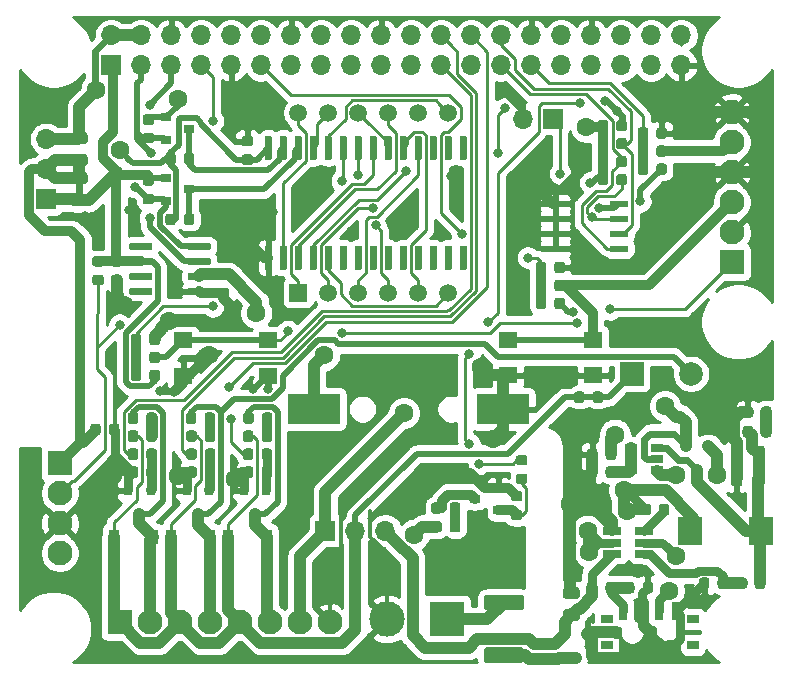
<source format=gtl>
G04 #@! TF.GenerationSoftware,KiCad,Pcbnew,(5.1.5)-3*
G04 #@! TF.CreationDate,2020-04-22T10:50:02+08:00*
G04 #@! TF.ProjectId,RDMA,52444d41-2e6b-4696-9361-645f70636258,1.0*
G04 #@! TF.SameCoordinates,Original*
G04 #@! TF.FileFunction,Copper,L1,Top*
G04 #@! TF.FilePolarity,Positive*
%FSLAX46Y46*%
G04 Gerber Fmt 4.6, Leading zero omitted, Abs format (unit mm)*
G04 Created by KiCad (PCBNEW (5.1.5)-3) date 2020-04-22 10:50:02*
%MOMM*%
%LPD*%
G04 APERTURE LIST*
%ADD10R,4.400000X2.600000*%
%ADD11R,1.600000X1.400000*%
%ADD12R,2.000000X2.000000*%
%ADD13C,2.000000*%
%ADD14C,0.100000*%
%ADD15C,1.500000*%
%ADD16R,1.500000X1.500000*%
%ADD17R,0.900000X0.800000*%
%ADD18C,2.100000*%
%ADD19R,2.100000X2.100000*%
%ADD20C,3.000000*%
%ADD21R,3.000000X3.000000*%
%ADD22O,1.700000X1.700000*%
%ADD23R,1.700000X1.700000*%
%ADD24R,0.900000X1.200000*%
%ADD25R,0.800000X0.900000*%
%ADD26R,2.000000X2.400000*%
%ADD27R,1.000000X0.800000*%
%ADD28R,0.700000X1.500000*%
%ADD29R,1.560000X0.650000*%
%ADD30R,1.550000X0.600000*%
%ADD31R,1.060000X0.650000*%
%ADD32C,1.600000*%
%ADD33C,0.800000*%
%ADD34C,0.625000*%
%ADD35C,1.000000*%
%ADD36C,0.500000*%
%ADD37C,0.750000*%
%ADD38C,0.875000*%
%ADD39C,0.375000*%
%ADD40C,0.250000*%
%ADD41C,0.254000*%
G04 APERTURE END LIST*
D10*
X117285500Y-86868000D03*
X133285500Y-86868000D03*
D11*
X106191500Y-84050000D03*
X113391500Y-84050000D03*
X106191500Y-81050000D03*
X113391500Y-81050000D03*
X133687000Y-83986500D03*
X140887000Y-83986500D03*
X133687000Y-80986500D03*
X140887000Y-80986500D03*
D12*
X144208500Y-83883500D03*
D13*
X149208500Y-83883500D03*
G04 #@! TA.AperFunction,SMDPad,CuDef*
D14*
G36*
X135151691Y-90762053D02*
G01*
X135172926Y-90765203D01*
X135193750Y-90770419D01*
X135213962Y-90777651D01*
X135233368Y-90786830D01*
X135251781Y-90797866D01*
X135269024Y-90810654D01*
X135284930Y-90825070D01*
X135299346Y-90840976D01*
X135312134Y-90858219D01*
X135323170Y-90876632D01*
X135332349Y-90896038D01*
X135339581Y-90916250D01*
X135344797Y-90937074D01*
X135347947Y-90958309D01*
X135349000Y-90979750D01*
X135349000Y-91417250D01*
X135347947Y-91438691D01*
X135344797Y-91459926D01*
X135339581Y-91480750D01*
X135332349Y-91500962D01*
X135323170Y-91520368D01*
X135312134Y-91538781D01*
X135299346Y-91556024D01*
X135284930Y-91571930D01*
X135269024Y-91586346D01*
X135251781Y-91599134D01*
X135233368Y-91610170D01*
X135213962Y-91619349D01*
X135193750Y-91626581D01*
X135172926Y-91631797D01*
X135151691Y-91634947D01*
X135130250Y-91636000D01*
X134617750Y-91636000D01*
X134596309Y-91634947D01*
X134575074Y-91631797D01*
X134554250Y-91626581D01*
X134534038Y-91619349D01*
X134514632Y-91610170D01*
X134496219Y-91599134D01*
X134478976Y-91586346D01*
X134463070Y-91571930D01*
X134448654Y-91556024D01*
X134435866Y-91538781D01*
X134424830Y-91520368D01*
X134415651Y-91500962D01*
X134408419Y-91480750D01*
X134403203Y-91459926D01*
X134400053Y-91438691D01*
X134399000Y-91417250D01*
X134399000Y-90979750D01*
X134400053Y-90958309D01*
X134403203Y-90937074D01*
X134408419Y-90916250D01*
X134415651Y-90896038D01*
X134424830Y-90876632D01*
X134435866Y-90858219D01*
X134448654Y-90840976D01*
X134463070Y-90825070D01*
X134478976Y-90810654D01*
X134496219Y-90797866D01*
X134514632Y-90786830D01*
X134534038Y-90777651D01*
X134554250Y-90770419D01*
X134575074Y-90765203D01*
X134596309Y-90762053D01*
X134617750Y-90761000D01*
X135130250Y-90761000D01*
X135151691Y-90762053D01*
G37*
G04 #@! TD.AperFunction*
G04 #@! TA.AperFunction,SMDPad,CuDef*
G36*
X135151691Y-92337053D02*
G01*
X135172926Y-92340203D01*
X135193750Y-92345419D01*
X135213962Y-92352651D01*
X135233368Y-92361830D01*
X135251781Y-92372866D01*
X135269024Y-92385654D01*
X135284930Y-92400070D01*
X135299346Y-92415976D01*
X135312134Y-92433219D01*
X135323170Y-92451632D01*
X135332349Y-92471038D01*
X135339581Y-92491250D01*
X135344797Y-92512074D01*
X135347947Y-92533309D01*
X135349000Y-92554750D01*
X135349000Y-92992250D01*
X135347947Y-93013691D01*
X135344797Y-93034926D01*
X135339581Y-93055750D01*
X135332349Y-93075962D01*
X135323170Y-93095368D01*
X135312134Y-93113781D01*
X135299346Y-93131024D01*
X135284930Y-93146930D01*
X135269024Y-93161346D01*
X135251781Y-93174134D01*
X135233368Y-93185170D01*
X135213962Y-93194349D01*
X135193750Y-93201581D01*
X135172926Y-93206797D01*
X135151691Y-93209947D01*
X135130250Y-93211000D01*
X134617750Y-93211000D01*
X134596309Y-93209947D01*
X134575074Y-93206797D01*
X134554250Y-93201581D01*
X134534038Y-93194349D01*
X134514632Y-93185170D01*
X134496219Y-93174134D01*
X134478976Y-93161346D01*
X134463070Y-93146930D01*
X134448654Y-93131024D01*
X134435866Y-93113781D01*
X134424830Y-93095368D01*
X134415651Y-93075962D01*
X134408419Y-93055750D01*
X134403203Y-93034926D01*
X134400053Y-93013691D01*
X134399000Y-92992250D01*
X134399000Y-92554750D01*
X134400053Y-92533309D01*
X134403203Y-92512074D01*
X134408419Y-92491250D01*
X134415651Y-92471038D01*
X134424830Y-92451632D01*
X134435866Y-92433219D01*
X134448654Y-92415976D01*
X134463070Y-92400070D01*
X134478976Y-92385654D01*
X134496219Y-92372866D01*
X134514632Y-92361830D01*
X134534038Y-92352651D01*
X134554250Y-92345419D01*
X134575074Y-92340203D01*
X134596309Y-92337053D01*
X134617750Y-92336000D01*
X135130250Y-92336000D01*
X135151691Y-92337053D01*
G37*
G04 #@! TD.AperFunction*
D15*
X115951000Y-61785500D03*
X118491000Y-61785500D03*
X121031000Y-61785500D03*
X123571000Y-61785500D03*
X126111000Y-61785500D03*
X128651000Y-61785500D03*
X128651000Y-77025500D03*
X126111000Y-77025500D03*
X123571000Y-77025500D03*
X121031000Y-77025500D03*
X118491000Y-77025500D03*
D16*
X115951000Y-77025500D03*
G04 #@! TA.AperFunction,SMDPad,CuDef*
D14*
G36*
X108407203Y-72789222D02*
G01*
X108421764Y-72791382D01*
X108436043Y-72794959D01*
X108449903Y-72799918D01*
X108463210Y-72806212D01*
X108475836Y-72813780D01*
X108487659Y-72822548D01*
X108498566Y-72832434D01*
X108508452Y-72843341D01*
X108517220Y-72855164D01*
X108524788Y-72867790D01*
X108531082Y-72881097D01*
X108536041Y-72894957D01*
X108539618Y-72909236D01*
X108541778Y-72923797D01*
X108542500Y-72938500D01*
X108542500Y-73238500D01*
X108541778Y-73253203D01*
X108539618Y-73267764D01*
X108536041Y-73282043D01*
X108531082Y-73295903D01*
X108524788Y-73309210D01*
X108517220Y-73321836D01*
X108508452Y-73333659D01*
X108498566Y-73344566D01*
X108487659Y-73354452D01*
X108475836Y-73363220D01*
X108463210Y-73370788D01*
X108449903Y-73377082D01*
X108436043Y-73382041D01*
X108421764Y-73385618D01*
X108407203Y-73387778D01*
X108392500Y-73388500D01*
X106742500Y-73388500D01*
X106727797Y-73387778D01*
X106713236Y-73385618D01*
X106698957Y-73382041D01*
X106685097Y-73377082D01*
X106671790Y-73370788D01*
X106659164Y-73363220D01*
X106647341Y-73354452D01*
X106636434Y-73344566D01*
X106626548Y-73333659D01*
X106617780Y-73321836D01*
X106610212Y-73309210D01*
X106603918Y-73295903D01*
X106598959Y-73282043D01*
X106595382Y-73267764D01*
X106593222Y-73253203D01*
X106592500Y-73238500D01*
X106592500Y-72938500D01*
X106593222Y-72923797D01*
X106595382Y-72909236D01*
X106598959Y-72894957D01*
X106603918Y-72881097D01*
X106610212Y-72867790D01*
X106617780Y-72855164D01*
X106626548Y-72843341D01*
X106636434Y-72832434D01*
X106647341Y-72822548D01*
X106659164Y-72813780D01*
X106671790Y-72806212D01*
X106685097Y-72799918D01*
X106698957Y-72794959D01*
X106713236Y-72791382D01*
X106727797Y-72789222D01*
X106742500Y-72788500D01*
X108392500Y-72788500D01*
X108407203Y-72789222D01*
G37*
G04 #@! TD.AperFunction*
G04 #@! TA.AperFunction,SMDPad,CuDef*
G36*
X108407203Y-74059222D02*
G01*
X108421764Y-74061382D01*
X108436043Y-74064959D01*
X108449903Y-74069918D01*
X108463210Y-74076212D01*
X108475836Y-74083780D01*
X108487659Y-74092548D01*
X108498566Y-74102434D01*
X108508452Y-74113341D01*
X108517220Y-74125164D01*
X108524788Y-74137790D01*
X108531082Y-74151097D01*
X108536041Y-74164957D01*
X108539618Y-74179236D01*
X108541778Y-74193797D01*
X108542500Y-74208500D01*
X108542500Y-74508500D01*
X108541778Y-74523203D01*
X108539618Y-74537764D01*
X108536041Y-74552043D01*
X108531082Y-74565903D01*
X108524788Y-74579210D01*
X108517220Y-74591836D01*
X108508452Y-74603659D01*
X108498566Y-74614566D01*
X108487659Y-74624452D01*
X108475836Y-74633220D01*
X108463210Y-74640788D01*
X108449903Y-74647082D01*
X108436043Y-74652041D01*
X108421764Y-74655618D01*
X108407203Y-74657778D01*
X108392500Y-74658500D01*
X106742500Y-74658500D01*
X106727797Y-74657778D01*
X106713236Y-74655618D01*
X106698957Y-74652041D01*
X106685097Y-74647082D01*
X106671790Y-74640788D01*
X106659164Y-74633220D01*
X106647341Y-74624452D01*
X106636434Y-74614566D01*
X106626548Y-74603659D01*
X106617780Y-74591836D01*
X106610212Y-74579210D01*
X106603918Y-74565903D01*
X106598959Y-74552043D01*
X106595382Y-74537764D01*
X106593222Y-74523203D01*
X106592500Y-74508500D01*
X106592500Y-74208500D01*
X106593222Y-74193797D01*
X106595382Y-74179236D01*
X106598959Y-74164957D01*
X106603918Y-74151097D01*
X106610212Y-74137790D01*
X106617780Y-74125164D01*
X106626548Y-74113341D01*
X106636434Y-74102434D01*
X106647341Y-74092548D01*
X106659164Y-74083780D01*
X106671790Y-74076212D01*
X106685097Y-74069918D01*
X106698957Y-74064959D01*
X106713236Y-74061382D01*
X106727797Y-74059222D01*
X106742500Y-74058500D01*
X108392500Y-74058500D01*
X108407203Y-74059222D01*
G37*
G04 #@! TD.AperFunction*
G04 #@! TA.AperFunction,SMDPad,CuDef*
G36*
X108407203Y-75329222D02*
G01*
X108421764Y-75331382D01*
X108436043Y-75334959D01*
X108449903Y-75339918D01*
X108463210Y-75346212D01*
X108475836Y-75353780D01*
X108487659Y-75362548D01*
X108498566Y-75372434D01*
X108508452Y-75383341D01*
X108517220Y-75395164D01*
X108524788Y-75407790D01*
X108531082Y-75421097D01*
X108536041Y-75434957D01*
X108539618Y-75449236D01*
X108541778Y-75463797D01*
X108542500Y-75478500D01*
X108542500Y-75778500D01*
X108541778Y-75793203D01*
X108539618Y-75807764D01*
X108536041Y-75822043D01*
X108531082Y-75835903D01*
X108524788Y-75849210D01*
X108517220Y-75861836D01*
X108508452Y-75873659D01*
X108498566Y-75884566D01*
X108487659Y-75894452D01*
X108475836Y-75903220D01*
X108463210Y-75910788D01*
X108449903Y-75917082D01*
X108436043Y-75922041D01*
X108421764Y-75925618D01*
X108407203Y-75927778D01*
X108392500Y-75928500D01*
X106742500Y-75928500D01*
X106727797Y-75927778D01*
X106713236Y-75925618D01*
X106698957Y-75922041D01*
X106685097Y-75917082D01*
X106671790Y-75910788D01*
X106659164Y-75903220D01*
X106647341Y-75894452D01*
X106636434Y-75884566D01*
X106626548Y-75873659D01*
X106617780Y-75861836D01*
X106610212Y-75849210D01*
X106603918Y-75835903D01*
X106598959Y-75822043D01*
X106595382Y-75807764D01*
X106593222Y-75793203D01*
X106592500Y-75778500D01*
X106592500Y-75478500D01*
X106593222Y-75463797D01*
X106595382Y-75449236D01*
X106598959Y-75434957D01*
X106603918Y-75421097D01*
X106610212Y-75407790D01*
X106617780Y-75395164D01*
X106626548Y-75383341D01*
X106636434Y-75372434D01*
X106647341Y-75362548D01*
X106659164Y-75353780D01*
X106671790Y-75346212D01*
X106685097Y-75339918D01*
X106698957Y-75334959D01*
X106713236Y-75331382D01*
X106727797Y-75329222D01*
X106742500Y-75328500D01*
X108392500Y-75328500D01*
X108407203Y-75329222D01*
G37*
G04 #@! TD.AperFunction*
G04 #@! TA.AperFunction,SMDPad,CuDef*
G36*
X108407203Y-76599222D02*
G01*
X108421764Y-76601382D01*
X108436043Y-76604959D01*
X108449903Y-76609918D01*
X108463210Y-76616212D01*
X108475836Y-76623780D01*
X108487659Y-76632548D01*
X108498566Y-76642434D01*
X108508452Y-76653341D01*
X108517220Y-76665164D01*
X108524788Y-76677790D01*
X108531082Y-76691097D01*
X108536041Y-76704957D01*
X108539618Y-76719236D01*
X108541778Y-76733797D01*
X108542500Y-76748500D01*
X108542500Y-77048500D01*
X108541778Y-77063203D01*
X108539618Y-77077764D01*
X108536041Y-77092043D01*
X108531082Y-77105903D01*
X108524788Y-77119210D01*
X108517220Y-77131836D01*
X108508452Y-77143659D01*
X108498566Y-77154566D01*
X108487659Y-77164452D01*
X108475836Y-77173220D01*
X108463210Y-77180788D01*
X108449903Y-77187082D01*
X108436043Y-77192041D01*
X108421764Y-77195618D01*
X108407203Y-77197778D01*
X108392500Y-77198500D01*
X106742500Y-77198500D01*
X106727797Y-77197778D01*
X106713236Y-77195618D01*
X106698957Y-77192041D01*
X106685097Y-77187082D01*
X106671790Y-77180788D01*
X106659164Y-77173220D01*
X106647341Y-77164452D01*
X106636434Y-77154566D01*
X106626548Y-77143659D01*
X106617780Y-77131836D01*
X106610212Y-77119210D01*
X106603918Y-77105903D01*
X106598959Y-77092043D01*
X106595382Y-77077764D01*
X106593222Y-77063203D01*
X106592500Y-77048500D01*
X106592500Y-76748500D01*
X106593222Y-76733797D01*
X106595382Y-76719236D01*
X106598959Y-76704957D01*
X106603918Y-76691097D01*
X106610212Y-76677790D01*
X106617780Y-76665164D01*
X106626548Y-76653341D01*
X106636434Y-76642434D01*
X106647341Y-76632548D01*
X106659164Y-76623780D01*
X106671790Y-76616212D01*
X106685097Y-76609918D01*
X106698957Y-76604959D01*
X106713236Y-76601382D01*
X106727797Y-76599222D01*
X106742500Y-76598500D01*
X108392500Y-76598500D01*
X108407203Y-76599222D01*
G37*
G04 #@! TD.AperFunction*
G04 #@! TA.AperFunction,SMDPad,CuDef*
G36*
X103457203Y-76599222D02*
G01*
X103471764Y-76601382D01*
X103486043Y-76604959D01*
X103499903Y-76609918D01*
X103513210Y-76616212D01*
X103525836Y-76623780D01*
X103537659Y-76632548D01*
X103548566Y-76642434D01*
X103558452Y-76653341D01*
X103567220Y-76665164D01*
X103574788Y-76677790D01*
X103581082Y-76691097D01*
X103586041Y-76704957D01*
X103589618Y-76719236D01*
X103591778Y-76733797D01*
X103592500Y-76748500D01*
X103592500Y-77048500D01*
X103591778Y-77063203D01*
X103589618Y-77077764D01*
X103586041Y-77092043D01*
X103581082Y-77105903D01*
X103574788Y-77119210D01*
X103567220Y-77131836D01*
X103558452Y-77143659D01*
X103548566Y-77154566D01*
X103537659Y-77164452D01*
X103525836Y-77173220D01*
X103513210Y-77180788D01*
X103499903Y-77187082D01*
X103486043Y-77192041D01*
X103471764Y-77195618D01*
X103457203Y-77197778D01*
X103442500Y-77198500D01*
X101792500Y-77198500D01*
X101777797Y-77197778D01*
X101763236Y-77195618D01*
X101748957Y-77192041D01*
X101735097Y-77187082D01*
X101721790Y-77180788D01*
X101709164Y-77173220D01*
X101697341Y-77164452D01*
X101686434Y-77154566D01*
X101676548Y-77143659D01*
X101667780Y-77131836D01*
X101660212Y-77119210D01*
X101653918Y-77105903D01*
X101648959Y-77092043D01*
X101645382Y-77077764D01*
X101643222Y-77063203D01*
X101642500Y-77048500D01*
X101642500Y-76748500D01*
X101643222Y-76733797D01*
X101645382Y-76719236D01*
X101648959Y-76704957D01*
X101653918Y-76691097D01*
X101660212Y-76677790D01*
X101667780Y-76665164D01*
X101676548Y-76653341D01*
X101686434Y-76642434D01*
X101697341Y-76632548D01*
X101709164Y-76623780D01*
X101721790Y-76616212D01*
X101735097Y-76609918D01*
X101748957Y-76604959D01*
X101763236Y-76601382D01*
X101777797Y-76599222D01*
X101792500Y-76598500D01*
X103442500Y-76598500D01*
X103457203Y-76599222D01*
G37*
G04 #@! TD.AperFunction*
G04 #@! TA.AperFunction,SMDPad,CuDef*
G36*
X103457203Y-75329222D02*
G01*
X103471764Y-75331382D01*
X103486043Y-75334959D01*
X103499903Y-75339918D01*
X103513210Y-75346212D01*
X103525836Y-75353780D01*
X103537659Y-75362548D01*
X103548566Y-75372434D01*
X103558452Y-75383341D01*
X103567220Y-75395164D01*
X103574788Y-75407790D01*
X103581082Y-75421097D01*
X103586041Y-75434957D01*
X103589618Y-75449236D01*
X103591778Y-75463797D01*
X103592500Y-75478500D01*
X103592500Y-75778500D01*
X103591778Y-75793203D01*
X103589618Y-75807764D01*
X103586041Y-75822043D01*
X103581082Y-75835903D01*
X103574788Y-75849210D01*
X103567220Y-75861836D01*
X103558452Y-75873659D01*
X103548566Y-75884566D01*
X103537659Y-75894452D01*
X103525836Y-75903220D01*
X103513210Y-75910788D01*
X103499903Y-75917082D01*
X103486043Y-75922041D01*
X103471764Y-75925618D01*
X103457203Y-75927778D01*
X103442500Y-75928500D01*
X101792500Y-75928500D01*
X101777797Y-75927778D01*
X101763236Y-75925618D01*
X101748957Y-75922041D01*
X101735097Y-75917082D01*
X101721790Y-75910788D01*
X101709164Y-75903220D01*
X101697341Y-75894452D01*
X101686434Y-75884566D01*
X101676548Y-75873659D01*
X101667780Y-75861836D01*
X101660212Y-75849210D01*
X101653918Y-75835903D01*
X101648959Y-75822043D01*
X101645382Y-75807764D01*
X101643222Y-75793203D01*
X101642500Y-75778500D01*
X101642500Y-75478500D01*
X101643222Y-75463797D01*
X101645382Y-75449236D01*
X101648959Y-75434957D01*
X101653918Y-75421097D01*
X101660212Y-75407790D01*
X101667780Y-75395164D01*
X101676548Y-75383341D01*
X101686434Y-75372434D01*
X101697341Y-75362548D01*
X101709164Y-75353780D01*
X101721790Y-75346212D01*
X101735097Y-75339918D01*
X101748957Y-75334959D01*
X101763236Y-75331382D01*
X101777797Y-75329222D01*
X101792500Y-75328500D01*
X103442500Y-75328500D01*
X103457203Y-75329222D01*
G37*
G04 #@! TD.AperFunction*
G04 #@! TA.AperFunction,SMDPad,CuDef*
G36*
X103457203Y-74059222D02*
G01*
X103471764Y-74061382D01*
X103486043Y-74064959D01*
X103499903Y-74069918D01*
X103513210Y-74076212D01*
X103525836Y-74083780D01*
X103537659Y-74092548D01*
X103548566Y-74102434D01*
X103558452Y-74113341D01*
X103567220Y-74125164D01*
X103574788Y-74137790D01*
X103581082Y-74151097D01*
X103586041Y-74164957D01*
X103589618Y-74179236D01*
X103591778Y-74193797D01*
X103592500Y-74208500D01*
X103592500Y-74508500D01*
X103591778Y-74523203D01*
X103589618Y-74537764D01*
X103586041Y-74552043D01*
X103581082Y-74565903D01*
X103574788Y-74579210D01*
X103567220Y-74591836D01*
X103558452Y-74603659D01*
X103548566Y-74614566D01*
X103537659Y-74624452D01*
X103525836Y-74633220D01*
X103513210Y-74640788D01*
X103499903Y-74647082D01*
X103486043Y-74652041D01*
X103471764Y-74655618D01*
X103457203Y-74657778D01*
X103442500Y-74658500D01*
X101792500Y-74658500D01*
X101777797Y-74657778D01*
X101763236Y-74655618D01*
X101748957Y-74652041D01*
X101735097Y-74647082D01*
X101721790Y-74640788D01*
X101709164Y-74633220D01*
X101697341Y-74624452D01*
X101686434Y-74614566D01*
X101676548Y-74603659D01*
X101667780Y-74591836D01*
X101660212Y-74579210D01*
X101653918Y-74565903D01*
X101648959Y-74552043D01*
X101645382Y-74537764D01*
X101643222Y-74523203D01*
X101642500Y-74508500D01*
X101642500Y-74208500D01*
X101643222Y-74193797D01*
X101645382Y-74179236D01*
X101648959Y-74164957D01*
X101653918Y-74151097D01*
X101660212Y-74137790D01*
X101667780Y-74125164D01*
X101676548Y-74113341D01*
X101686434Y-74102434D01*
X101697341Y-74092548D01*
X101709164Y-74083780D01*
X101721790Y-74076212D01*
X101735097Y-74069918D01*
X101748957Y-74064959D01*
X101763236Y-74061382D01*
X101777797Y-74059222D01*
X101792500Y-74058500D01*
X103442500Y-74058500D01*
X103457203Y-74059222D01*
G37*
G04 #@! TD.AperFunction*
G04 #@! TA.AperFunction,SMDPad,CuDef*
G36*
X103457203Y-72789222D02*
G01*
X103471764Y-72791382D01*
X103486043Y-72794959D01*
X103499903Y-72799918D01*
X103513210Y-72806212D01*
X103525836Y-72813780D01*
X103537659Y-72822548D01*
X103548566Y-72832434D01*
X103558452Y-72843341D01*
X103567220Y-72855164D01*
X103574788Y-72867790D01*
X103581082Y-72881097D01*
X103586041Y-72894957D01*
X103589618Y-72909236D01*
X103591778Y-72923797D01*
X103592500Y-72938500D01*
X103592500Y-73238500D01*
X103591778Y-73253203D01*
X103589618Y-73267764D01*
X103586041Y-73282043D01*
X103581082Y-73295903D01*
X103574788Y-73309210D01*
X103567220Y-73321836D01*
X103558452Y-73333659D01*
X103548566Y-73344566D01*
X103537659Y-73354452D01*
X103525836Y-73363220D01*
X103513210Y-73370788D01*
X103499903Y-73377082D01*
X103486043Y-73382041D01*
X103471764Y-73385618D01*
X103457203Y-73387778D01*
X103442500Y-73388500D01*
X101792500Y-73388500D01*
X101777797Y-73387778D01*
X101763236Y-73385618D01*
X101748957Y-73382041D01*
X101735097Y-73377082D01*
X101721790Y-73370788D01*
X101709164Y-73363220D01*
X101697341Y-73354452D01*
X101686434Y-73344566D01*
X101676548Y-73333659D01*
X101667780Y-73321836D01*
X101660212Y-73309210D01*
X101653918Y-73295903D01*
X101648959Y-73282043D01*
X101645382Y-73267764D01*
X101643222Y-73253203D01*
X101642500Y-73238500D01*
X101642500Y-72938500D01*
X101643222Y-72923797D01*
X101645382Y-72909236D01*
X101648959Y-72894957D01*
X101653918Y-72881097D01*
X101660212Y-72867790D01*
X101667780Y-72855164D01*
X101676548Y-72843341D01*
X101686434Y-72832434D01*
X101697341Y-72822548D01*
X101709164Y-72813780D01*
X101721790Y-72806212D01*
X101735097Y-72799918D01*
X101748957Y-72794959D01*
X101763236Y-72791382D01*
X101777797Y-72789222D01*
X101792500Y-72788500D01*
X103442500Y-72788500D01*
X103457203Y-72789222D01*
G37*
G04 #@! TD.AperFunction*
G04 #@! TA.AperFunction,SMDPad,CuDef*
G36*
X113575703Y-63731222D02*
G01*
X113590264Y-63733382D01*
X113604543Y-63736959D01*
X113618403Y-63741918D01*
X113631710Y-63748212D01*
X113644336Y-63755780D01*
X113656159Y-63764548D01*
X113667066Y-63774434D01*
X113676952Y-63785341D01*
X113685720Y-63797164D01*
X113693288Y-63809790D01*
X113699582Y-63823097D01*
X113704541Y-63836957D01*
X113708118Y-63851236D01*
X113710278Y-63865797D01*
X113711000Y-63880500D01*
X113711000Y-65630500D01*
X113710278Y-65645203D01*
X113708118Y-65659764D01*
X113704541Y-65674043D01*
X113699582Y-65687903D01*
X113693288Y-65701210D01*
X113685720Y-65713836D01*
X113676952Y-65725659D01*
X113667066Y-65736566D01*
X113656159Y-65746452D01*
X113644336Y-65755220D01*
X113631710Y-65762788D01*
X113618403Y-65769082D01*
X113604543Y-65774041D01*
X113590264Y-65777618D01*
X113575703Y-65779778D01*
X113561000Y-65780500D01*
X113261000Y-65780500D01*
X113246297Y-65779778D01*
X113231736Y-65777618D01*
X113217457Y-65774041D01*
X113203597Y-65769082D01*
X113190290Y-65762788D01*
X113177664Y-65755220D01*
X113165841Y-65746452D01*
X113154934Y-65736566D01*
X113145048Y-65725659D01*
X113136280Y-65713836D01*
X113128712Y-65701210D01*
X113122418Y-65687903D01*
X113117459Y-65674043D01*
X113113882Y-65659764D01*
X113111722Y-65645203D01*
X113111000Y-65630500D01*
X113111000Y-63880500D01*
X113111722Y-63865797D01*
X113113882Y-63851236D01*
X113117459Y-63836957D01*
X113122418Y-63823097D01*
X113128712Y-63809790D01*
X113136280Y-63797164D01*
X113145048Y-63785341D01*
X113154934Y-63774434D01*
X113165841Y-63764548D01*
X113177664Y-63755780D01*
X113190290Y-63748212D01*
X113203597Y-63741918D01*
X113217457Y-63736959D01*
X113231736Y-63733382D01*
X113246297Y-63731222D01*
X113261000Y-63730500D01*
X113561000Y-63730500D01*
X113575703Y-63731222D01*
G37*
G04 #@! TD.AperFunction*
G04 #@! TA.AperFunction,SMDPad,CuDef*
G36*
X114845703Y-63731222D02*
G01*
X114860264Y-63733382D01*
X114874543Y-63736959D01*
X114888403Y-63741918D01*
X114901710Y-63748212D01*
X114914336Y-63755780D01*
X114926159Y-63764548D01*
X114937066Y-63774434D01*
X114946952Y-63785341D01*
X114955720Y-63797164D01*
X114963288Y-63809790D01*
X114969582Y-63823097D01*
X114974541Y-63836957D01*
X114978118Y-63851236D01*
X114980278Y-63865797D01*
X114981000Y-63880500D01*
X114981000Y-65630500D01*
X114980278Y-65645203D01*
X114978118Y-65659764D01*
X114974541Y-65674043D01*
X114969582Y-65687903D01*
X114963288Y-65701210D01*
X114955720Y-65713836D01*
X114946952Y-65725659D01*
X114937066Y-65736566D01*
X114926159Y-65746452D01*
X114914336Y-65755220D01*
X114901710Y-65762788D01*
X114888403Y-65769082D01*
X114874543Y-65774041D01*
X114860264Y-65777618D01*
X114845703Y-65779778D01*
X114831000Y-65780500D01*
X114531000Y-65780500D01*
X114516297Y-65779778D01*
X114501736Y-65777618D01*
X114487457Y-65774041D01*
X114473597Y-65769082D01*
X114460290Y-65762788D01*
X114447664Y-65755220D01*
X114435841Y-65746452D01*
X114424934Y-65736566D01*
X114415048Y-65725659D01*
X114406280Y-65713836D01*
X114398712Y-65701210D01*
X114392418Y-65687903D01*
X114387459Y-65674043D01*
X114383882Y-65659764D01*
X114381722Y-65645203D01*
X114381000Y-65630500D01*
X114381000Y-63880500D01*
X114381722Y-63865797D01*
X114383882Y-63851236D01*
X114387459Y-63836957D01*
X114392418Y-63823097D01*
X114398712Y-63809790D01*
X114406280Y-63797164D01*
X114415048Y-63785341D01*
X114424934Y-63774434D01*
X114435841Y-63764548D01*
X114447664Y-63755780D01*
X114460290Y-63748212D01*
X114473597Y-63741918D01*
X114487457Y-63736959D01*
X114501736Y-63733382D01*
X114516297Y-63731222D01*
X114531000Y-63730500D01*
X114831000Y-63730500D01*
X114845703Y-63731222D01*
G37*
G04 #@! TD.AperFunction*
G04 #@! TA.AperFunction,SMDPad,CuDef*
G36*
X116115703Y-63731222D02*
G01*
X116130264Y-63733382D01*
X116144543Y-63736959D01*
X116158403Y-63741918D01*
X116171710Y-63748212D01*
X116184336Y-63755780D01*
X116196159Y-63764548D01*
X116207066Y-63774434D01*
X116216952Y-63785341D01*
X116225720Y-63797164D01*
X116233288Y-63809790D01*
X116239582Y-63823097D01*
X116244541Y-63836957D01*
X116248118Y-63851236D01*
X116250278Y-63865797D01*
X116251000Y-63880500D01*
X116251000Y-65630500D01*
X116250278Y-65645203D01*
X116248118Y-65659764D01*
X116244541Y-65674043D01*
X116239582Y-65687903D01*
X116233288Y-65701210D01*
X116225720Y-65713836D01*
X116216952Y-65725659D01*
X116207066Y-65736566D01*
X116196159Y-65746452D01*
X116184336Y-65755220D01*
X116171710Y-65762788D01*
X116158403Y-65769082D01*
X116144543Y-65774041D01*
X116130264Y-65777618D01*
X116115703Y-65779778D01*
X116101000Y-65780500D01*
X115801000Y-65780500D01*
X115786297Y-65779778D01*
X115771736Y-65777618D01*
X115757457Y-65774041D01*
X115743597Y-65769082D01*
X115730290Y-65762788D01*
X115717664Y-65755220D01*
X115705841Y-65746452D01*
X115694934Y-65736566D01*
X115685048Y-65725659D01*
X115676280Y-65713836D01*
X115668712Y-65701210D01*
X115662418Y-65687903D01*
X115657459Y-65674043D01*
X115653882Y-65659764D01*
X115651722Y-65645203D01*
X115651000Y-65630500D01*
X115651000Y-63880500D01*
X115651722Y-63865797D01*
X115653882Y-63851236D01*
X115657459Y-63836957D01*
X115662418Y-63823097D01*
X115668712Y-63809790D01*
X115676280Y-63797164D01*
X115685048Y-63785341D01*
X115694934Y-63774434D01*
X115705841Y-63764548D01*
X115717664Y-63755780D01*
X115730290Y-63748212D01*
X115743597Y-63741918D01*
X115757457Y-63736959D01*
X115771736Y-63733382D01*
X115786297Y-63731222D01*
X115801000Y-63730500D01*
X116101000Y-63730500D01*
X116115703Y-63731222D01*
G37*
G04 #@! TD.AperFunction*
G04 #@! TA.AperFunction,SMDPad,CuDef*
G36*
X117385703Y-63731222D02*
G01*
X117400264Y-63733382D01*
X117414543Y-63736959D01*
X117428403Y-63741918D01*
X117441710Y-63748212D01*
X117454336Y-63755780D01*
X117466159Y-63764548D01*
X117477066Y-63774434D01*
X117486952Y-63785341D01*
X117495720Y-63797164D01*
X117503288Y-63809790D01*
X117509582Y-63823097D01*
X117514541Y-63836957D01*
X117518118Y-63851236D01*
X117520278Y-63865797D01*
X117521000Y-63880500D01*
X117521000Y-65630500D01*
X117520278Y-65645203D01*
X117518118Y-65659764D01*
X117514541Y-65674043D01*
X117509582Y-65687903D01*
X117503288Y-65701210D01*
X117495720Y-65713836D01*
X117486952Y-65725659D01*
X117477066Y-65736566D01*
X117466159Y-65746452D01*
X117454336Y-65755220D01*
X117441710Y-65762788D01*
X117428403Y-65769082D01*
X117414543Y-65774041D01*
X117400264Y-65777618D01*
X117385703Y-65779778D01*
X117371000Y-65780500D01*
X117071000Y-65780500D01*
X117056297Y-65779778D01*
X117041736Y-65777618D01*
X117027457Y-65774041D01*
X117013597Y-65769082D01*
X117000290Y-65762788D01*
X116987664Y-65755220D01*
X116975841Y-65746452D01*
X116964934Y-65736566D01*
X116955048Y-65725659D01*
X116946280Y-65713836D01*
X116938712Y-65701210D01*
X116932418Y-65687903D01*
X116927459Y-65674043D01*
X116923882Y-65659764D01*
X116921722Y-65645203D01*
X116921000Y-65630500D01*
X116921000Y-63880500D01*
X116921722Y-63865797D01*
X116923882Y-63851236D01*
X116927459Y-63836957D01*
X116932418Y-63823097D01*
X116938712Y-63809790D01*
X116946280Y-63797164D01*
X116955048Y-63785341D01*
X116964934Y-63774434D01*
X116975841Y-63764548D01*
X116987664Y-63755780D01*
X117000290Y-63748212D01*
X117013597Y-63741918D01*
X117027457Y-63736959D01*
X117041736Y-63733382D01*
X117056297Y-63731222D01*
X117071000Y-63730500D01*
X117371000Y-63730500D01*
X117385703Y-63731222D01*
G37*
G04 #@! TD.AperFunction*
G04 #@! TA.AperFunction,SMDPad,CuDef*
G36*
X118655703Y-63731222D02*
G01*
X118670264Y-63733382D01*
X118684543Y-63736959D01*
X118698403Y-63741918D01*
X118711710Y-63748212D01*
X118724336Y-63755780D01*
X118736159Y-63764548D01*
X118747066Y-63774434D01*
X118756952Y-63785341D01*
X118765720Y-63797164D01*
X118773288Y-63809790D01*
X118779582Y-63823097D01*
X118784541Y-63836957D01*
X118788118Y-63851236D01*
X118790278Y-63865797D01*
X118791000Y-63880500D01*
X118791000Y-65630500D01*
X118790278Y-65645203D01*
X118788118Y-65659764D01*
X118784541Y-65674043D01*
X118779582Y-65687903D01*
X118773288Y-65701210D01*
X118765720Y-65713836D01*
X118756952Y-65725659D01*
X118747066Y-65736566D01*
X118736159Y-65746452D01*
X118724336Y-65755220D01*
X118711710Y-65762788D01*
X118698403Y-65769082D01*
X118684543Y-65774041D01*
X118670264Y-65777618D01*
X118655703Y-65779778D01*
X118641000Y-65780500D01*
X118341000Y-65780500D01*
X118326297Y-65779778D01*
X118311736Y-65777618D01*
X118297457Y-65774041D01*
X118283597Y-65769082D01*
X118270290Y-65762788D01*
X118257664Y-65755220D01*
X118245841Y-65746452D01*
X118234934Y-65736566D01*
X118225048Y-65725659D01*
X118216280Y-65713836D01*
X118208712Y-65701210D01*
X118202418Y-65687903D01*
X118197459Y-65674043D01*
X118193882Y-65659764D01*
X118191722Y-65645203D01*
X118191000Y-65630500D01*
X118191000Y-63880500D01*
X118191722Y-63865797D01*
X118193882Y-63851236D01*
X118197459Y-63836957D01*
X118202418Y-63823097D01*
X118208712Y-63809790D01*
X118216280Y-63797164D01*
X118225048Y-63785341D01*
X118234934Y-63774434D01*
X118245841Y-63764548D01*
X118257664Y-63755780D01*
X118270290Y-63748212D01*
X118283597Y-63741918D01*
X118297457Y-63736959D01*
X118311736Y-63733382D01*
X118326297Y-63731222D01*
X118341000Y-63730500D01*
X118641000Y-63730500D01*
X118655703Y-63731222D01*
G37*
G04 #@! TD.AperFunction*
G04 #@! TA.AperFunction,SMDPad,CuDef*
G36*
X119925703Y-63731222D02*
G01*
X119940264Y-63733382D01*
X119954543Y-63736959D01*
X119968403Y-63741918D01*
X119981710Y-63748212D01*
X119994336Y-63755780D01*
X120006159Y-63764548D01*
X120017066Y-63774434D01*
X120026952Y-63785341D01*
X120035720Y-63797164D01*
X120043288Y-63809790D01*
X120049582Y-63823097D01*
X120054541Y-63836957D01*
X120058118Y-63851236D01*
X120060278Y-63865797D01*
X120061000Y-63880500D01*
X120061000Y-65630500D01*
X120060278Y-65645203D01*
X120058118Y-65659764D01*
X120054541Y-65674043D01*
X120049582Y-65687903D01*
X120043288Y-65701210D01*
X120035720Y-65713836D01*
X120026952Y-65725659D01*
X120017066Y-65736566D01*
X120006159Y-65746452D01*
X119994336Y-65755220D01*
X119981710Y-65762788D01*
X119968403Y-65769082D01*
X119954543Y-65774041D01*
X119940264Y-65777618D01*
X119925703Y-65779778D01*
X119911000Y-65780500D01*
X119611000Y-65780500D01*
X119596297Y-65779778D01*
X119581736Y-65777618D01*
X119567457Y-65774041D01*
X119553597Y-65769082D01*
X119540290Y-65762788D01*
X119527664Y-65755220D01*
X119515841Y-65746452D01*
X119504934Y-65736566D01*
X119495048Y-65725659D01*
X119486280Y-65713836D01*
X119478712Y-65701210D01*
X119472418Y-65687903D01*
X119467459Y-65674043D01*
X119463882Y-65659764D01*
X119461722Y-65645203D01*
X119461000Y-65630500D01*
X119461000Y-63880500D01*
X119461722Y-63865797D01*
X119463882Y-63851236D01*
X119467459Y-63836957D01*
X119472418Y-63823097D01*
X119478712Y-63809790D01*
X119486280Y-63797164D01*
X119495048Y-63785341D01*
X119504934Y-63774434D01*
X119515841Y-63764548D01*
X119527664Y-63755780D01*
X119540290Y-63748212D01*
X119553597Y-63741918D01*
X119567457Y-63736959D01*
X119581736Y-63733382D01*
X119596297Y-63731222D01*
X119611000Y-63730500D01*
X119911000Y-63730500D01*
X119925703Y-63731222D01*
G37*
G04 #@! TD.AperFunction*
G04 #@! TA.AperFunction,SMDPad,CuDef*
G36*
X121195703Y-63731222D02*
G01*
X121210264Y-63733382D01*
X121224543Y-63736959D01*
X121238403Y-63741918D01*
X121251710Y-63748212D01*
X121264336Y-63755780D01*
X121276159Y-63764548D01*
X121287066Y-63774434D01*
X121296952Y-63785341D01*
X121305720Y-63797164D01*
X121313288Y-63809790D01*
X121319582Y-63823097D01*
X121324541Y-63836957D01*
X121328118Y-63851236D01*
X121330278Y-63865797D01*
X121331000Y-63880500D01*
X121331000Y-65630500D01*
X121330278Y-65645203D01*
X121328118Y-65659764D01*
X121324541Y-65674043D01*
X121319582Y-65687903D01*
X121313288Y-65701210D01*
X121305720Y-65713836D01*
X121296952Y-65725659D01*
X121287066Y-65736566D01*
X121276159Y-65746452D01*
X121264336Y-65755220D01*
X121251710Y-65762788D01*
X121238403Y-65769082D01*
X121224543Y-65774041D01*
X121210264Y-65777618D01*
X121195703Y-65779778D01*
X121181000Y-65780500D01*
X120881000Y-65780500D01*
X120866297Y-65779778D01*
X120851736Y-65777618D01*
X120837457Y-65774041D01*
X120823597Y-65769082D01*
X120810290Y-65762788D01*
X120797664Y-65755220D01*
X120785841Y-65746452D01*
X120774934Y-65736566D01*
X120765048Y-65725659D01*
X120756280Y-65713836D01*
X120748712Y-65701210D01*
X120742418Y-65687903D01*
X120737459Y-65674043D01*
X120733882Y-65659764D01*
X120731722Y-65645203D01*
X120731000Y-65630500D01*
X120731000Y-63880500D01*
X120731722Y-63865797D01*
X120733882Y-63851236D01*
X120737459Y-63836957D01*
X120742418Y-63823097D01*
X120748712Y-63809790D01*
X120756280Y-63797164D01*
X120765048Y-63785341D01*
X120774934Y-63774434D01*
X120785841Y-63764548D01*
X120797664Y-63755780D01*
X120810290Y-63748212D01*
X120823597Y-63741918D01*
X120837457Y-63736959D01*
X120851736Y-63733382D01*
X120866297Y-63731222D01*
X120881000Y-63730500D01*
X121181000Y-63730500D01*
X121195703Y-63731222D01*
G37*
G04 #@! TD.AperFunction*
G04 #@! TA.AperFunction,SMDPad,CuDef*
G36*
X122465703Y-63731222D02*
G01*
X122480264Y-63733382D01*
X122494543Y-63736959D01*
X122508403Y-63741918D01*
X122521710Y-63748212D01*
X122534336Y-63755780D01*
X122546159Y-63764548D01*
X122557066Y-63774434D01*
X122566952Y-63785341D01*
X122575720Y-63797164D01*
X122583288Y-63809790D01*
X122589582Y-63823097D01*
X122594541Y-63836957D01*
X122598118Y-63851236D01*
X122600278Y-63865797D01*
X122601000Y-63880500D01*
X122601000Y-65630500D01*
X122600278Y-65645203D01*
X122598118Y-65659764D01*
X122594541Y-65674043D01*
X122589582Y-65687903D01*
X122583288Y-65701210D01*
X122575720Y-65713836D01*
X122566952Y-65725659D01*
X122557066Y-65736566D01*
X122546159Y-65746452D01*
X122534336Y-65755220D01*
X122521710Y-65762788D01*
X122508403Y-65769082D01*
X122494543Y-65774041D01*
X122480264Y-65777618D01*
X122465703Y-65779778D01*
X122451000Y-65780500D01*
X122151000Y-65780500D01*
X122136297Y-65779778D01*
X122121736Y-65777618D01*
X122107457Y-65774041D01*
X122093597Y-65769082D01*
X122080290Y-65762788D01*
X122067664Y-65755220D01*
X122055841Y-65746452D01*
X122044934Y-65736566D01*
X122035048Y-65725659D01*
X122026280Y-65713836D01*
X122018712Y-65701210D01*
X122012418Y-65687903D01*
X122007459Y-65674043D01*
X122003882Y-65659764D01*
X122001722Y-65645203D01*
X122001000Y-65630500D01*
X122001000Y-63880500D01*
X122001722Y-63865797D01*
X122003882Y-63851236D01*
X122007459Y-63836957D01*
X122012418Y-63823097D01*
X122018712Y-63809790D01*
X122026280Y-63797164D01*
X122035048Y-63785341D01*
X122044934Y-63774434D01*
X122055841Y-63764548D01*
X122067664Y-63755780D01*
X122080290Y-63748212D01*
X122093597Y-63741918D01*
X122107457Y-63736959D01*
X122121736Y-63733382D01*
X122136297Y-63731222D01*
X122151000Y-63730500D01*
X122451000Y-63730500D01*
X122465703Y-63731222D01*
G37*
G04 #@! TD.AperFunction*
G04 #@! TA.AperFunction,SMDPad,CuDef*
G36*
X123735703Y-63731222D02*
G01*
X123750264Y-63733382D01*
X123764543Y-63736959D01*
X123778403Y-63741918D01*
X123791710Y-63748212D01*
X123804336Y-63755780D01*
X123816159Y-63764548D01*
X123827066Y-63774434D01*
X123836952Y-63785341D01*
X123845720Y-63797164D01*
X123853288Y-63809790D01*
X123859582Y-63823097D01*
X123864541Y-63836957D01*
X123868118Y-63851236D01*
X123870278Y-63865797D01*
X123871000Y-63880500D01*
X123871000Y-65630500D01*
X123870278Y-65645203D01*
X123868118Y-65659764D01*
X123864541Y-65674043D01*
X123859582Y-65687903D01*
X123853288Y-65701210D01*
X123845720Y-65713836D01*
X123836952Y-65725659D01*
X123827066Y-65736566D01*
X123816159Y-65746452D01*
X123804336Y-65755220D01*
X123791710Y-65762788D01*
X123778403Y-65769082D01*
X123764543Y-65774041D01*
X123750264Y-65777618D01*
X123735703Y-65779778D01*
X123721000Y-65780500D01*
X123421000Y-65780500D01*
X123406297Y-65779778D01*
X123391736Y-65777618D01*
X123377457Y-65774041D01*
X123363597Y-65769082D01*
X123350290Y-65762788D01*
X123337664Y-65755220D01*
X123325841Y-65746452D01*
X123314934Y-65736566D01*
X123305048Y-65725659D01*
X123296280Y-65713836D01*
X123288712Y-65701210D01*
X123282418Y-65687903D01*
X123277459Y-65674043D01*
X123273882Y-65659764D01*
X123271722Y-65645203D01*
X123271000Y-65630500D01*
X123271000Y-63880500D01*
X123271722Y-63865797D01*
X123273882Y-63851236D01*
X123277459Y-63836957D01*
X123282418Y-63823097D01*
X123288712Y-63809790D01*
X123296280Y-63797164D01*
X123305048Y-63785341D01*
X123314934Y-63774434D01*
X123325841Y-63764548D01*
X123337664Y-63755780D01*
X123350290Y-63748212D01*
X123363597Y-63741918D01*
X123377457Y-63736959D01*
X123391736Y-63733382D01*
X123406297Y-63731222D01*
X123421000Y-63730500D01*
X123721000Y-63730500D01*
X123735703Y-63731222D01*
G37*
G04 #@! TD.AperFunction*
G04 #@! TA.AperFunction,SMDPad,CuDef*
G36*
X125005703Y-63731222D02*
G01*
X125020264Y-63733382D01*
X125034543Y-63736959D01*
X125048403Y-63741918D01*
X125061710Y-63748212D01*
X125074336Y-63755780D01*
X125086159Y-63764548D01*
X125097066Y-63774434D01*
X125106952Y-63785341D01*
X125115720Y-63797164D01*
X125123288Y-63809790D01*
X125129582Y-63823097D01*
X125134541Y-63836957D01*
X125138118Y-63851236D01*
X125140278Y-63865797D01*
X125141000Y-63880500D01*
X125141000Y-65630500D01*
X125140278Y-65645203D01*
X125138118Y-65659764D01*
X125134541Y-65674043D01*
X125129582Y-65687903D01*
X125123288Y-65701210D01*
X125115720Y-65713836D01*
X125106952Y-65725659D01*
X125097066Y-65736566D01*
X125086159Y-65746452D01*
X125074336Y-65755220D01*
X125061710Y-65762788D01*
X125048403Y-65769082D01*
X125034543Y-65774041D01*
X125020264Y-65777618D01*
X125005703Y-65779778D01*
X124991000Y-65780500D01*
X124691000Y-65780500D01*
X124676297Y-65779778D01*
X124661736Y-65777618D01*
X124647457Y-65774041D01*
X124633597Y-65769082D01*
X124620290Y-65762788D01*
X124607664Y-65755220D01*
X124595841Y-65746452D01*
X124584934Y-65736566D01*
X124575048Y-65725659D01*
X124566280Y-65713836D01*
X124558712Y-65701210D01*
X124552418Y-65687903D01*
X124547459Y-65674043D01*
X124543882Y-65659764D01*
X124541722Y-65645203D01*
X124541000Y-65630500D01*
X124541000Y-63880500D01*
X124541722Y-63865797D01*
X124543882Y-63851236D01*
X124547459Y-63836957D01*
X124552418Y-63823097D01*
X124558712Y-63809790D01*
X124566280Y-63797164D01*
X124575048Y-63785341D01*
X124584934Y-63774434D01*
X124595841Y-63764548D01*
X124607664Y-63755780D01*
X124620290Y-63748212D01*
X124633597Y-63741918D01*
X124647457Y-63736959D01*
X124661736Y-63733382D01*
X124676297Y-63731222D01*
X124691000Y-63730500D01*
X124991000Y-63730500D01*
X125005703Y-63731222D01*
G37*
G04 #@! TD.AperFunction*
G04 #@! TA.AperFunction,SMDPad,CuDef*
G36*
X126275703Y-63731222D02*
G01*
X126290264Y-63733382D01*
X126304543Y-63736959D01*
X126318403Y-63741918D01*
X126331710Y-63748212D01*
X126344336Y-63755780D01*
X126356159Y-63764548D01*
X126367066Y-63774434D01*
X126376952Y-63785341D01*
X126385720Y-63797164D01*
X126393288Y-63809790D01*
X126399582Y-63823097D01*
X126404541Y-63836957D01*
X126408118Y-63851236D01*
X126410278Y-63865797D01*
X126411000Y-63880500D01*
X126411000Y-65630500D01*
X126410278Y-65645203D01*
X126408118Y-65659764D01*
X126404541Y-65674043D01*
X126399582Y-65687903D01*
X126393288Y-65701210D01*
X126385720Y-65713836D01*
X126376952Y-65725659D01*
X126367066Y-65736566D01*
X126356159Y-65746452D01*
X126344336Y-65755220D01*
X126331710Y-65762788D01*
X126318403Y-65769082D01*
X126304543Y-65774041D01*
X126290264Y-65777618D01*
X126275703Y-65779778D01*
X126261000Y-65780500D01*
X125961000Y-65780500D01*
X125946297Y-65779778D01*
X125931736Y-65777618D01*
X125917457Y-65774041D01*
X125903597Y-65769082D01*
X125890290Y-65762788D01*
X125877664Y-65755220D01*
X125865841Y-65746452D01*
X125854934Y-65736566D01*
X125845048Y-65725659D01*
X125836280Y-65713836D01*
X125828712Y-65701210D01*
X125822418Y-65687903D01*
X125817459Y-65674043D01*
X125813882Y-65659764D01*
X125811722Y-65645203D01*
X125811000Y-65630500D01*
X125811000Y-63880500D01*
X125811722Y-63865797D01*
X125813882Y-63851236D01*
X125817459Y-63836957D01*
X125822418Y-63823097D01*
X125828712Y-63809790D01*
X125836280Y-63797164D01*
X125845048Y-63785341D01*
X125854934Y-63774434D01*
X125865841Y-63764548D01*
X125877664Y-63755780D01*
X125890290Y-63748212D01*
X125903597Y-63741918D01*
X125917457Y-63736959D01*
X125931736Y-63733382D01*
X125946297Y-63731222D01*
X125961000Y-63730500D01*
X126261000Y-63730500D01*
X126275703Y-63731222D01*
G37*
G04 #@! TD.AperFunction*
G04 #@! TA.AperFunction,SMDPad,CuDef*
G36*
X127545703Y-63731222D02*
G01*
X127560264Y-63733382D01*
X127574543Y-63736959D01*
X127588403Y-63741918D01*
X127601710Y-63748212D01*
X127614336Y-63755780D01*
X127626159Y-63764548D01*
X127637066Y-63774434D01*
X127646952Y-63785341D01*
X127655720Y-63797164D01*
X127663288Y-63809790D01*
X127669582Y-63823097D01*
X127674541Y-63836957D01*
X127678118Y-63851236D01*
X127680278Y-63865797D01*
X127681000Y-63880500D01*
X127681000Y-65630500D01*
X127680278Y-65645203D01*
X127678118Y-65659764D01*
X127674541Y-65674043D01*
X127669582Y-65687903D01*
X127663288Y-65701210D01*
X127655720Y-65713836D01*
X127646952Y-65725659D01*
X127637066Y-65736566D01*
X127626159Y-65746452D01*
X127614336Y-65755220D01*
X127601710Y-65762788D01*
X127588403Y-65769082D01*
X127574543Y-65774041D01*
X127560264Y-65777618D01*
X127545703Y-65779778D01*
X127531000Y-65780500D01*
X127231000Y-65780500D01*
X127216297Y-65779778D01*
X127201736Y-65777618D01*
X127187457Y-65774041D01*
X127173597Y-65769082D01*
X127160290Y-65762788D01*
X127147664Y-65755220D01*
X127135841Y-65746452D01*
X127124934Y-65736566D01*
X127115048Y-65725659D01*
X127106280Y-65713836D01*
X127098712Y-65701210D01*
X127092418Y-65687903D01*
X127087459Y-65674043D01*
X127083882Y-65659764D01*
X127081722Y-65645203D01*
X127081000Y-65630500D01*
X127081000Y-63880500D01*
X127081722Y-63865797D01*
X127083882Y-63851236D01*
X127087459Y-63836957D01*
X127092418Y-63823097D01*
X127098712Y-63809790D01*
X127106280Y-63797164D01*
X127115048Y-63785341D01*
X127124934Y-63774434D01*
X127135841Y-63764548D01*
X127147664Y-63755780D01*
X127160290Y-63748212D01*
X127173597Y-63741918D01*
X127187457Y-63736959D01*
X127201736Y-63733382D01*
X127216297Y-63731222D01*
X127231000Y-63730500D01*
X127531000Y-63730500D01*
X127545703Y-63731222D01*
G37*
G04 #@! TD.AperFunction*
G04 #@! TA.AperFunction,SMDPad,CuDef*
G36*
X128815703Y-63731222D02*
G01*
X128830264Y-63733382D01*
X128844543Y-63736959D01*
X128858403Y-63741918D01*
X128871710Y-63748212D01*
X128884336Y-63755780D01*
X128896159Y-63764548D01*
X128907066Y-63774434D01*
X128916952Y-63785341D01*
X128925720Y-63797164D01*
X128933288Y-63809790D01*
X128939582Y-63823097D01*
X128944541Y-63836957D01*
X128948118Y-63851236D01*
X128950278Y-63865797D01*
X128951000Y-63880500D01*
X128951000Y-65630500D01*
X128950278Y-65645203D01*
X128948118Y-65659764D01*
X128944541Y-65674043D01*
X128939582Y-65687903D01*
X128933288Y-65701210D01*
X128925720Y-65713836D01*
X128916952Y-65725659D01*
X128907066Y-65736566D01*
X128896159Y-65746452D01*
X128884336Y-65755220D01*
X128871710Y-65762788D01*
X128858403Y-65769082D01*
X128844543Y-65774041D01*
X128830264Y-65777618D01*
X128815703Y-65779778D01*
X128801000Y-65780500D01*
X128501000Y-65780500D01*
X128486297Y-65779778D01*
X128471736Y-65777618D01*
X128457457Y-65774041D01*
X128443597Y-65769082D01*
X128430290Y-65762788D01*
X128417664Y-65755220D01*
X128405841Y-65746452D01*
X128394934Y-65736566D01*
X128385048Y-65725659D01*
X128376280Y-65713836D01*
X128368712Y-65701210D01*
X128362418Y-65687903D01*
X128357459Y-65674043D01*
X128353882Y-65659764D01*
X128351722Y-65645203D01*
X128351000Y-65630500D01*
X128351000Y-63880500D01*
X128351722Y-63865797D01*
X128353882Y-63851236D01*
X128357459Y-63836957D01*
X128362418Y-63823097D01*
X128368712Y-63809790D01*
X128376280Y-63797164D01*
X128385048Y-63785341D01*
X128394934Y-63774434D01*
X128405841Y-63764548D01*
X128417664Y-63755780D01*
X128430290Y-63748212D01*
X128443597Y-63741918D01*
X128457457Y-63736959D01*
X128471736Y-63733382D01*
X128486297Y-63731222D01*
X128501000Y-63730500D01*
X128801000Y-63730500D01*
X128815703Y-63731222D01*
G37*
G04 #@! TD.AperFunction*
G04 #@! TA.AperFunction,SMDPad,CuDef*
G36*
X130085703Y-63731222D02*
G01*
X130100264Y-63733382D01*
X130114543Y-63736959D01*
X130128403Y-63741918D01*
X130141710Y-63748212D01*
X130154336Y-63755780D01*
X130166159Y-63764548D01*
X130177066Y-63774434D01*
X130186952Y-63785341D01*
X130195720Y-63797164D01*
X130203288Y-63809790D01*
X130209582Y-63823097D01*
X130214541Y-63836957D01*
X130218118Y-63851236D01*
X130220278Y-63865797D01*
X130221000Y-63880500D01*
X130221000Y-65630500D01*
X130220278Y-65645203D01*
X130218118Y-65659764D01*
X130214541Y-65674043D01*
X130209582Y-65687903D01*
X130203288Y-65701210D01*
X130195720Y-65713836D01*
X130186952Y-65725659D01*
X130177066Y-65736566D01*
X130166159Y-65746452D01*
X130154336Y-65755220D01*
X130141710Y-65762788D01*
X130128403Y-65769082D01*
X130114543Y-65774041D01*
X130100264Y-65777618D01*
X130085703Y-65779778D01*
X130071000Y-65780500D01*
X129771000Y-65780500D01*
X129756297Y-65779778D01*
X129741736Y-65777618D01*
X129727457Y-65774041D01*
X129713597Y-65769082D01*
X129700290Y-65762788D01*
X129687664Y-65755220D01*
X129675841Y-65746452D01*
X129664934Y-65736566D01*
X129655048Y-65725659D01*
X129646280Y-65713836D01*
X129638712Y-65701210D01*
X129632418Y-65687903D01*
X129627459Y-65674043D01*
X129623882Y-65659764D01*
X129621722Y-65645203D01*
X129621000Y-65630500D01*
X129621000Y-63880500D01*
X129621722Y-63865797D01*
X129623882Y-63851236D01*
X129627459Y-63836957D01*
X129632418Y-63823097D01*
X129638712Y-63809790D01*
X129646280Y-63797164D01*
X129655048Y-63785341D01*
X129664934Y-63774434D01*
X129675841Y-63764548D01*
X129687664Y-63755780D01*
X129700290Y-63748212D01*
X129713597Y-63741918D01*
X129727457Y-63736959D01*
X129741736Y-63733382D01*
X129756297Y-63731222D01*
X129771000Y-63730500D01*
X130071000Y-63730500D01*
X130085703Y-63731222D01*
G37*
G04 #@! TD.AperFunction*
G04 #@! TA.AperFunction,SMDPad,CuDef*
G36*
X130085703Y-73031222D02*
G01*
X130100264Y-73033382D01*
X130114543Y-73036959D01*
X130128403Y-73041918D01*
X130141710Y-73048212D01*
X130154336Y-73055780D01*
X130166159Y-73064548D01*
X130177066Y-73074434D01*
X130186952Y-73085341D01*
X130195720Y-73097164D01*
X130203288Y-73109790D01*
X130209582Y-73123097D01*
X130214541Y-73136957D01*
X130218118Y-73151236D01*
X130220278Y-73165797D01*
X130221000Y-73180500D01*
X130221000Y-74930500D01*
X130220278Y-74945203D01*
X130218118Y-74959764D01*
X130214541Y-74974043D01*
X130209582Y-74987903D01*
X130203288Y-75001210D01*
X130195720Y-75013836D01*
X130186952Y-75025659D01*
X130177066Y-75036566D01*
X130166159Y-75046452D01*
X130154336Y-75055220D01*
X130141710Y-75062788D01*
X130128403Y-75069082D01*
X130114543Y-75074041D01*
X130100264Y-75077618D01*
X130085703Y-75079778D01*
X130071000Y-75080500D01*
X129771000Y-75080500D01*
X129756297Y-75079778D01*
X129741736Y-75077618D01*
X129727457Y-75074041D01*
X129713597Y-75069082D01*
X129700290Y-75062788D01*
X129687664Y-75055220D01*
X129675841Y-75046452D01*
X129664934Y-75036566D01*
X129655048Y-75025659D01*
X129646280Y-75013836D01*
X129638712Y-75001210D01*
X129632418Y-74987903D01*
X129627459Y-74974043D01*
X129623882Y-74959764D01*
X129621722Y-74945203D01*
X129621000Y-74930500D01*
X129621000Y-73180500D01*
X129621722Y-73165797D01*
X129623882Y-73151236D01*
X129627459Y-73136957D01*
X129632418Y-73123097D01*
X129638712Y-73109790D01*
X129646280Y-73097164D01*
X129655048Y-73085341D01*
X129664934Y-73074434D01*
X129675841Y-73064548D01*
X129687664Y-73055780D01*
X129700290Y-73048212D01*
X129713597Y-73041918D01*
X129727457Y-73036959D01*
X129741736Y-73033382D01*
X129756297Y-73031222D01*
X129771000Y-73030500D01*
X130071000Y-73030500D01*
X130085703Y-73031222D01*
G37*
G04 #@! TD.AperFunction*
G04 #@! TA.AperFunction,SMDPad,CuDef*
G36*
X128815703Y-73031222D02*
G01*
X128830264Y-73033382D01*
X128844543Y-73036959D01*
X128858403Y-73041918D01*
X128871710Y-73048212D01*
X128884336Y-73055780D01*
X128896159Y-73064548D01*
X128907066Y-73074434D01*
X128916952Y-73085341D01*
X128925720Y-73097164D01*
X128933288Y-73109790D01*
X128939582Y-73123097D01*
X128944541Y-73136957D01*
X128948118Y-73151236D01*
X128950278Y-73165797D01*
X128951000Y-73180500D01*
X128951000Y-74930500D01*
X128950278Y-74945203D01*
X128948118Y-74959764D01*
X128944541Y-74974043D01*
X128939582Y-74987903D01*
X128933288Y-75001210D01*
X128925720Y-75013836D01*
X128916952Y-75025659D01*
X128907066Y-75036566D01*
X128896159Y-75046452D01*
X128884336Y-75055220D01*
X128871710Y-75062788D01*
X128858403Y-75069082D01*
X128844543Y-75074041D01*
X128830264Y-75077618D01*
X128815703Y-75079778D01*
X128801000Y-75080500D01*
X128501000Y-75080500D01*
X128486297Y-75079778D01*
X128471736Y-75077618D01*
X128457457Y-75074041D01*
X128443597Y-75069082D01*
X128430290Y-75062788D01*
X128417664Y-75055220D01*
X128405841Y-75046452D01*
X128394934Y-75036566D01*
X128385048Y-75025659D01*
X128376280Y-75013836D01*
X128368712Y-75001210D01*
X128362418Y-74987903D01*
X128357459Y-74974043D01*
X128353882Y-74959764D01*
X128351722Y-74945203D01*
X128351000Y-74930500D01*
X128351000Y-73180500D01*
X128351722Y-73165797D01*
X128353882Y-73151236D01*
X128357459Y-73136957D01*
X128362418Y-73123097D01*
X128368712Y-73109790D01*
X128376280Y-73097164D01*
X128385048Y-73085341D01*
X128394934Y-73074434D01*
X128405841Y-73064548D01*
X128417664Y-73055780D01*
X128430290Y-73048212D01*
X128443597Y-73041918D01*
X128457457Y-73036959D01*
X128471736Y-73033382D01*
X128486297Y-73031222D01*
X128501000Y-73030500D01*
X128801000Y-73030500D01*
X128815703Y-73031222D01*
G37*
G04 #@! TD.AperFunction*
G04 #@! TA.AperFunction,SMDPad,CuDef*
G36*
X127545703Y-73031222D02*
G01*
X127560264Y-73033382D01*
X127574543Y-73036959D01*
X127588403Y-73041918D01*
X127601710Y-73048212D01*
X127614336Y-73055780D01*
X127626159Y-73064548D01*
X127637066Y-73074434D01*
X127646952Y-73085341D01*
X127655720Y-73097164D01*
X127663288Y-73109790D01*
X127669582Y-73123097D01*
X127674541Y-73136957D01*
X127678118Y-73151236D01*
X127680278Y-73165797D01*
X127681000Y-73180500D01*
X127681000Y-74930500D01*
X127680278Y-74945203D01*
X127678118Y-74959764D01*
X127674541Y-74974043D01*
X127669582Y-74987903D01*
X127663288Y-75001210D01*
X127655720Y-75013836D01*
X127646952Y-75025659D01*
X127637066Y-75036566D01*
X127626159Y-75046452D01*
X127614336Y-75055220D01*
X127601710Y-75062788D01*
X127588403Y-75069082D01*
X127574543Y-75074041D01*
X127560264Y-75077618D01*
X127545703Y-75079778D01*
X127531000Y-75080500D01*
X127231000Y-75080500D01*
X127216297Y-75079778D01*
X127201736Y-75077618D01*
X127187457Y-75074041D01*
X127173597Y-75069082D01*
X127160290Y-75062788D01*
X127147664Y-75055220D01*
X127135841Y-75046452D01*
X127124934Y-75036566D01*
X127115048Y-75025659D01*
X127106280Y-75013836D01*
X127098712Y-75001210D01*
X127092418Y-74987903D01*
X127087459Y-74974043D01*
X127083882Y-74959764D01*
X127081722Y-74945203D01*
X127081000Y-74930500D01*
X127081000Y-73180500D01*
X127081722Y-73165797D01*
X127083882Y-73151236D01*
X127087459Y-73136957D01*
X127092418Y-73123097D01*
X127098712Y-73109790D01*
X127106280Y-73097164D01*
X127115048Y-73085341D01*
X127124934Y-73074434D01*
X127135841Y-73064548D01*
X127147664Y-73055780D01*
X127160290Y-73048212D01*
X127173597Y-73041918D01*
X127187457Y-73036959D01*
X127201736Y-73033382D01*
X127216297Y-73031222D01*
X127231000Y-73030500D01*
X127531000Y-73030500D01*
X127545703Y-73031222D01*
G37*
G04 #@! TD.AperFunction*
G04 #@! TA.AperFunction,SMDPad,CuDef*
G36*
X126275703Y-73031222D02*
G01*
X126290264Y-73033382D01*
X126304543Y-73036959D01*
X126318403Y-73041918D01*
X126331710Y-73048212D01*
X126344336Y-73055780D01*
X126356159Y-73064548D01*
X126367066Y-73074434D01*
X126376952Y-73085341D01*
X126385720Y-73097164D01*
X126393288Y-73109790D01*
X126399582Y-73123097D01*
X126404541Y-73136957D01*
X126408118Y-73151236D01*
X126410278Y-73165797D01*
X126411000Y-73180500D01*
X126411000Y-74930500D01*
X126410278Y-74945203D01*
X126408118Y-74959764D01*
X126404541Y-74974043D01*
X126399582Y-74987903D01*
X126393288Y-75001210D01*
X126385720Y-75013836D01*
X126376952Y-75025659D01*
X126367066Y-75036566D01*
X126356159Y-75046452D01*
X126344336Y-75055220D01*
X126331710Y-75062788D01*
X126318403Y-75069082D01*
X126304543Y-75074041D01*
X126290264Y-75077618D01*
X126275703Y-75079778D01*
X126261000Y-75080500D01*
X125961000Y-75080500D01*
X125946297Y-75079778D01*
X125931736Y-75077618D01*
X125917457Y-75074041D01*
X125903597Y-75069082D01*
X125890290Y-75062788D01*
X125877664Y-75055220D01*
X125865841Y-75046452D01*
X125854934Y-75036566D01*
X125845048Y-75025659D01*
X125836280Y-75013836D01*
X125828712Y-75001210D01*
X125822418Y-74987903D01*
X125817459Y-74974043D01*
X125813882Y-74959764D01*
X125811722Y-74945203D01*
X125811000Y-74930500D01*
X125811000Y-73180500D01*
X125811722Y-73165797D01*
X125813882Y-73151236D01*
X125817459Y-73136957D01*
X125822418Y-73123097D01*
X125828712Y-73109790D01*
X125836280Y-73097164D01*
X125845048Y-73085341D01*
X125854934Y-73074434D01*
X125865841Y-73064548D01*
X125877664Y-73055780D01*
X125890290Y-73048212D01*
X125903597Y-73041918D01*
X125917457Y-73036959D01*
X125931736Y-73033382D01*
X125946297Y-73031222D01*
X125961000Y-73030500D01*
X126261000Y-73030500D01*
X126275703Y-73031222D01*
G37*
G04 #@! TD.AperFunction*
G04 #@! TA.AperFunction,SMDPad,CuDef*
G36*
X125005703Y-73031222D02*
G01*
X125020264Y-73033382D01*
X125034543Y-73036959D01*
X125048403Y-73041918D01*
X125061710Y-73048212D01*
X125074336Y-73055780D01*
X125086159Y-73064548D01*
X125097066Y-73074434D01*
X125106952Y-73085341D01*
X125115720Y-73097164D01*
X125123288Y-73109790D01*
X125129582Y-73123097D01*
X125134541Y-73136957D01*
X125138118Y-73151236D01*
X125140278Y-73165797D01*
X125141000Y-73180500D01*
X125141000Y-74930500D01*
X125140278Y-74945203D01*
X125138118Y-74959764D01*
X125134541Y-74974043D01*
X125129582Y-74987903D01*
X125123288Y-75001210D01*
X125115720Y-75013836D01*
X125106952Y-75025659D01*
X125097066Y-75036566D01*
X125086159Y-75046452D01*
X125074336Y-75055220D01*
X125061710Y-75062788D01*
X125048403Y-75069082D01*
X125034543Y-75074041D01*
X125020264Y-75077618D01*
X125005703Y-75079778D01*
X124991000Y-75080500D01*
X124691000Y-75080500D01*
X124676297Y-75079778D01*
X124661736Y-75077618D01*
X124647457Y-75074041D01*
X124633597Y-75069082D01*
X124620290Y-75062788D01*
X124607664Y-75055220D01*
X124595841Y-75046452D01*
X124584934Y-75036566D01*
X124575048Y-75025659D01*
X124566280Y-75013836D01*
X124558712Y-75001210D01*
X124552418Y-74987903D01*
X124547459Y-74974043D01*
X124543882Y-74959764D01*
X124541722Y-74945203D01*
X124541000Y-74930500D01*
X124541000Y-73180500D01*
X124541722Y-73165797D01*
X124543882Y-73151236D01*
X124547459Y-73136957D01*
X124552418Y-73123097D01*
X124558712Y-73109790D01*
X124566280Y-73097164D01*
X124575048Y-73085341D01*
X124584934Y-73074434D01*
X124595841Y-73064548D01*
X124607664Y-73055780D01*
X124620290Y-73048212D01*
X124633597Y-73041918D01*
X124647457Y-73036959D01*
X124661736Y-73033382D01*
X124676297Y-73031222D01*
X124691000Y-73030500D01*
X124991000Y-73030500D01*
X125005703Y-73031222D01*
G37*
G04 #@! TD.AperFunction*
G04 #@! TA.AperFunction,SMDPad,CuDef*
G36*
X123735703Y-73031222D02*
G01*
X123750264Y-73033382D01*
X123764543Y-73036959D01*
X123778403Y-73041918D01*
X123791710Y-73048212D01*
X123804336Y-73055780D01*
X123816159Y-73064548D01*
X123827066Y-73074434D01*
X123836952Y-73085341D01*
X123845720Y-73097164D01*
X123853288Y-73109790D01*
X123859582Y-73123097D01*
X123864541Y-73136957D01*
X123868118Y-73151236D01*
X123870278Y-73165797D01*
X123871000Y-73180500D01*
X123871000Y-74930500D01*
X123870278Y-74945203D01*
X123868118Y-74959764D01*
X123864541Y-74974043D01*
X123859582Y-74987903D01*
X123853288Y-75001210D01*
X123845720Y-75013836D01*
X123836952Y-75025659D01*
X123827066Y-75036566D01*
X123816159Y-75046452D01*
X123804336Y-75055220D01*
X123791710Y-75062788D01*
X123778403Y-75069082D01*
X123764543Y-75074041D01*
X123750264Y-75077618D01*
X123735703Y-75079778D01*
X123721000Y-75080500D01*
X123421000Y-75080500D01*
X123406297Y-75079778D01*
X123391736Y-75077618D01*
X123377457Y-75074041D01*
X123363597Y-75069082D01*
X123350290Y-75062788D01*
X123337664Y-75055220D01*
X123325841Y-75046452D01*
X123314934Y-75036566D01*
X123305048Y-75025659D01*
X123296280Y-75013836D01*
X123288712Y-75001210D01*
X123282418Y-74987903D01*
X123277459Y-74974043D01*
X123273882Y-74959764D01*
X123271722Y-74945203D01*
X123271000Y-74930500D01*
X123271000Y-73180500D01*
X123271722Y-73165797D01*
X123273882Y-73151236D01*
X123277459Y-73136957D01*
X123282418Y-73123097D01*
X123288712Y-73109790D01*
X123296280Y-73097164D01*
X123305048Y-73085341D01*
X123314934Y-73074434D01*
X123325841Y-73064548D01*
X123337664Y-73055780D01*
X123350290Y-73048212D01*
X123363597Y-73041918D01*
X123377457Y-73036959D01*
X123391736Y-73033382D01*
X123406297Y-73031222D01*
X123421000Y-73030500D01*
X123721000Y-73030500D01*
X123735703Y-73031222D01*
G37*
G04 #@! TD.AperFunction*
G04 #@! TA.AperFunction,SMDPad,CuDef*
G36*
X122465703Y-73031222D02*
G01*
X122480264Y-73033382D01*
X122494543Y-73036959D01*
X122508403Y-73041918D01*
X122521710Y-73048212D01*
X122534336Y-73055780D01*
X122546159Y-73064548D01*
X122557066Y-73074434D01*
X122566952Y-73085341D01*
X122575720Y-73097164D01*
X122583288Y-73109790D01*
X122589582Y-73123097D01*
X122594541Y-73136957D01*
X122598118Y-73151236D01*
X122600278Y-73165797D01*
X122601000Y-73180500D01*
X122601000Y-74930500D01*
X122600278Y-74945203D01*
X122598118Y-74959764D01*
X122594541Y-74974043D01*
X122589582Y-74987903D01*
X122583288Y-75001210D01*
X122575720Y-75013836D01*
X122566952Y-75025659D01*
X122557066Y-75036566D01*
X122546159Y-75046452D01*
X122534336Y-75055220D01*
X122521710Y-75062788D01*
X122508403Y-75069082D01*
X122494543Y-75074041D01*
X122480264Y-75077618D01*
X122465703Y-75079778D01*
X122451000Y-75080500D01*
X122151000Y-75080500D01*
X122136297Y-75079778D01*
X122121736Y-75077618D01*
X122107457Y-75074041D01*
X122093597Y-75069082D01*
X122080290Y-75062788D01*
X122067664Y-75055220D01*
X122055841Y-75046452D01*
X122044934Y-75036566D01*
X122035048Y-75025659D01*
X122026280Y-75013836D01*
X122018712Y-75001210D01*
X122012418Y-74987903D01*
X122007459Y-74974043D01*
X122003882Y-74959764D01*
X122001722Y-74945203D01*
X122001000Y-74930500D01*
X122001000Y-73180500D01*
X122001722Y-73165797D01*
X122003882Y-73151236D01*
X122007459Y-73136957D01*
X122012418Y-73123097D01*
X122018712Y-73109790D01*
X122026280Y-73097164D01*
X122035048Y-73085341D01*
X122044934Y-73074434D01*
X122055841Y-73064548D01*
X122067664Y-73055780D01*
X122080290Y-73048212D01*
X122093597Y-73041918D01*
X122107457Y-73036959D01*
X122121736Y-73033382D01*
X122136297Y-73031222D01*
X122151000Y-73030500D01*
X122451000Y-73030500D01*
X122465703Y-73031222D01*
G37*
G04 #@! TD.AperFunction*
G04 #@! TA.AperFunction,SMDPad,CuDef*
G36*
X121195703Y-73031222D02*
G01*
X121210264Y-73033382D01*
X121224543Y-73036959D01*
X121238403Y-73041918D01*
X121251710Y-73048212D01*
X121264336Y-73055780D01*
X121276159Y-73064548D01*
X121287066Y-73074434D01*
X121296952Y-73085341D01*
X121305720Y-73097164D01*
X121313288Y-73109790D01*
X121319582Y-73123097D01*
X121324541Y-73136957D01*
X121328118Y-73151236D01*
X121330278Y-73165797D01*
X121331000Y-73180500D01*
X121331000Y-74930500D01*
X121330278Y-74945203D01*
X121328118Y-74959764D01*
X121324541Y-74974043D01*
X121319582Y-74987903D01*
X121313288Y-75001210D01*
X121305720Y-75013836D01*
X121296952Y-75025659D01*
X121287066Y-75036566D01*
X121276159Y-75046452D01*
X121264336Y-75055220D01*
X121251710Y-75062788D01*
X121238403Y-75069082D01*
X121224543Y-75074041D01*
X121210264Y-75077618D01*
X121195703Y-75079778D01*
X121181000Y-75080500D01*
X120881000Y-75080500D01*
X120866297Y-75079778D01*
X120851736Y-75077618D01*
X120837457Y-75074041D01*
X120823597Y-75069082D01*
X120810290Y-75062788D01*
X120797664Y-75055220D01*
X120785841Y-75046452D01*
X120774934Y-75036566D01*
X120765048Y-75025659D01*
X120756280Y-75013836D01*
X120748712Y-75001210D01*
X120742418Y-74987903D01*
X120737459Y-74974043D01*
X120733882Y-74959764D01*
X120731722Y-74945203D01*
X120731000Y-74930500D01*
X120731000Y-73180500D01*
X120731722Y-73165797D01*
X120733882Y-73151236D01*
X120737459Y-73136957D01*
X120742418Y-73123097D01*
X120748712Y-73109790D01*
X120756280Y-73097164D01*
X120765048Y-73085341D01*
X120774934Y-73074434D01*
X120785841Y-73064548D01*
X120797664Y-73055780D01*
X120810290Y-73048212D01*
X120823597Y-73041918D01*
X120837457Y-73036959D01*
X120851736Y-73033382D01*
X120866297Y-73031222D01*
X120881000Y-73030500D01*
X121181000Y-73030500D01*
X121195703Y-73031222D01*
G37*
G04 #@! TD.AperFunction*
G04 #@! TA.AperFunction,SMDPad,CuDef*
G36*
X119925703Y-73031222D02*
G01*
X119940264Y-73033382D01*
X119954543Y-73036959D01*
X119968403Y-73041918D01*
X119981710Y-73048212D01*
X119994336Y-73055780D01*
X120006159Y-73064548D01*
X120017066Y-73074434D01*
X120026952Y-73085341D01*
X120035720Y-73097164D01*
X120043288Y-73109790D01*
X120049582Y-73123097D01*
X120054541Y-73136957D01*
X120058118Y-73151236D01*
X120060278Y-73165797D01*
X120061000Y-73180500D01*
X120061000Y-74930500D01*
X120060278Y-74945203D01*
X120058118Y-74959764D01*
X120054541Y-74974043D01*
X120049582Y-74987903D01*
X120043288Y-75001210D01*
X120035720Y-75013836D01*
X120026952Y-75025659D01*
X120017066Y-75036566D01*
X120006159Y-75046452D01*
X119994336Y-75055220D01*
X119981710Y-75062788D01*
X119968403Y-75069082D01*
X119954543Y-75074041D01*
X119940264Y-75077618D01*
X119925703Y-75079778D01*
X119911000Y-75080500D01*
X119611000Y-75080500D01*
X119596297Y-75079778D01*
X119581736Y-75077618D01*
X119567457Y-75074041D01*
X119553597Y-75069082D01*
X119540290Y-75062788D01*
X119527664Y-75055220D01*
X119515841Y-75046452D01*
X119504934Y-75036566D01*
X119495048Y-75025659D01*
X119486280Y-75013836D01*
X119478712Y-75001210D01*
X119472418Y-74987903D01*
X119467459Y-74974043D01*
X119463882Y-74959764D01*
X119461722Y-74945203D01*
X119461000Y-74930500D01*
X119461000Y-73180500D01*
X119461722Y-73165797D01*
X119463882Y-73151236D01*
X119467459Y-73136957D01*
X119472418Y-73123097D01*
X119478712Y-73109790D01*
X119486280Y-73097164D01*
X119495048Y-73085341D01*
X119504934Y-73074434D01*
X119515841Y-73064548D01*
X119527664Y-73055780D01*
X119540290Y-73048212D01*
X119553597Y-73041918D01*
X119567457Y-73036959D01*
X119581736Y-73033382D01*
X119596297Y-73031222D01*
X119611000Y-73030500D01*
X119911000Y-73030500D01*
X119925703Y-73031222D01*
G37*
G04 #@! TD.AperFunction*
G04 #@! TA.AperFunction,SMDPad,CuDef*
G36*
X118655703Y-73031222D02*
G01*
X118670264Y-73033382D01*
X118684543Y-73036959D01*
X118698403Y-73041918D01*
X118711710Y-73048212D01*
X118724336Y-73055780D01*
X118736159Y-73064548D01*
X118747066Y-73074434D01*
X118756952Y-73085341D01*
X118765720Y-73097164D01*
X118773288Y-73109790D01*
X118779582Y-73123097D01*
X118784541Y-73136957D01*
X118788118Y-73151236D01*
X118790278Y-73165797D01*
X118791000Y-73180500D01*
X118791000Y-74930500D01*
X118790278Y-74945203D01*
X118788118Y-74959764D01*
X118784541Y-74974043D01*
X118779582Y-74987903D01*
X118773288Y-75001210D01*
X118765720Y-75013836D01*
X118756952Y-75025659D01*
X118747066Y-75036566D01*
X118736159Y-75046452D01*
X118724336Y-75055220D01*
X118711710Y-75062788D01*
X118698403Y-75069082D01*
X118684543Y-75074041D01*
X118670264Y-75077618D01*
X118655703Y-75079778D01*
X118641000Y-75080500D01*
X118341000Y-75080500D01*
X118326297Y-75079778D01*
X118311736Y-75077618D01*
X118297457Y-75074041D01*
X118283597Y-75069082D01*
X118270290Y-75062788D01*
X118257664Y-75055220D01*
X118245841Y-75046452D01*
X118234934Y-75036566D01*
X118225048Y-75025659D01*
X118216280Y-75013836D01*
X118208712Y-75001210D01*
X118202418Y-74987903D01*
X118197459Y-74974043D01*
X118193882Y-74959764D01*
X118191722Y-74945203D01*
X118191000Y-74930500D01*
X118191000Y-73180500D01*
X118191722Y-73165797D01*
X118193882Y-73151236D01*
X118197459Y-73136957D01*
X118202418Y-73123097D01*
X118208712Y-73109790D01*
X118216280Y-73097164D01*
X118225048Y-73085341D01*
X118234934Y-73074434D01*
X118245841Y-73064548D01*
X118257664Y-73055780D01*
X118270290Y-73048212D01*
X118283597Y-73041918D01*
X118297457Y-73036959D01*
X118311736Y-73033382D01*
X118326297Y-73031222D01*
X118341000Y-73030500D01*
X118641000Y-73030500D01*
X118655703Y-73031222D01*
G37*
G04 #@! TD.AperFunction*
G04 #@! TA.AperFunction,SMDPad,CuDef*
G36*
X117385703Y-73031222D02*
G01*
X117400264Y-73033382D01*
X117414543Y-73036959D01*
X117428403Y-73041918D01*
X117441710Y-73048212D01*
X117454336Y-73055780D01*
X117466159Y-73064548D01*
X117477066Y-73074434D01*
X117486952Y-73085341D01*
X117495720Y-73097164D01*
X117503288Y-73109790D01*
X117509582Y-73123097D01*
X117514541Y-73136957D01*
X117518118Y-73151236D01*
X117520278Y-73165797D01*
X117521000Y-73180500D01*
X117521000Y-74930500D01*
X117520278Y-74945203D01*
X117518118Y-74959764D01*
X117514541Y-74974043D01*
X117509582Y-74987903D01*
X117503288Y-75001210D01*
X117495720Y-75013836D01*
X117486952Y-75025659D01*
X117477066Y-75036566D01*
X117466159Y-75046452D01*
X117454336Y-75055220D01*
X117441710Y-75062788D01*
X117428403Y-75069082D01*
X117414543Y-75074041D01*
X117400264Y-75077618D01*
X117385703Y-75079778D01*
X117371000Y-75080500D01*
X117071000Y-75080500D01*
X117056297Y-75079778D01*
X117041736Y-75077618D01*
X117027457Y-75074041D01*
X117013597Y-75069082D01*
X117000290Y-75062788D01*
X116987664Y-75055220D01*
X116975841Y-75046452D01*
X116964934Y-75036566D01*
X116955048Y-75025659D01*
X116946280Y-75013836D01*
X116938712Y-75001210D01*
X116932418Y-74987903D01*
X116927459Y-74974043D01*
X116923882Y-74959764D01*
X116921722Y-74945203D01*
X116921000Y-74930500D01*
X116921000Y-73180500D01*
X116921722Y-73165797D01*
X116923882Y-73151236D01*
X116927459Y-73136957D01*
X116932418Y-73123097D01*
X116938712Y-73109790D01*
X116946280Y-73097164D01*
X116955048Y-73085341D01*
X116964934Y-73074434D01*
X116975841Y-73064548D01*
X116987664Y-73055780D01*
X117000290Y-73048212D01*
X117013597Y-73041918D01*
X117027457Y-73036959D01*
X117041736Y-73033382D01*
X117056297Y-73031222D01*
X117071000Y-73030500D01*
X117371000Y-73030500D01*
X117385703Y-73031222D01*
G37*
G04 #@! TD.AperFunction*
G04 #@! TA.AperFunction,SMDPad,CuDef*
G36*
X116115703Y-73031222D02*
G01*
X116130264Y-73033382D01*
X116144543Y-73036959D01*
X116158403Y-73041918D01*
X116171710Y-73048212D01*
X116184336Y-73055780D01*
X116196159Y-73064548D01*
X116207066Y-73074434D01*
X116216952Y-73085341D01*
X116225720Y-73097164D01*
X116233288Y-73109790D01*
X116239582Y-73123097D01*
X116244541Y-73136957D01*
X116248118Y-73151236D01*
X116250278Y-73165797D01*
X116251000Y-73180500D01*
X116251000Y-74930500D01*
X116250278Y-74945203D01*
X116248118Y-74959764D01*
X116244541Y-74974043D01*
X116239582Y-74987903D01*
X116233288Y-75001210D01*
X116225720Y-75013836D01*
X116216952Y-75025659D01*
X116207066Y-75036566D01*
X116196159Y-75046452D01*
X116184336Y-75055220D01*
X116171710Y-75062788D01*
X116158403Y-75069082D01*
X116144543Y-75074041D01*
X116130264Y-75077618D01*
X116115703Y-75079778D01*
X116101000Y-75080500D01*
X115801000Y-75080500D01*
X115786297Y-75079778D01*
X115771736Y-75077618D01*
X115757457Y-75074041D01*
X115743597Y-75069082D01*
X115730290Y-75062788D01*
X115717664Y-75055220D01*
X115705841Y-75046452D01*
X115694934Y-75036566D01*
X115685048Y-75025659D01*
X115676280Y-75013836D01*
X115668712Y-75001210D01*
X115662418Y-74987903D01*
X115657459Y-74974043D01*
X115653882Y-74959764D01*
X115651722Y-74945203D01*
X115651000Y-74930500D01*
X115651000Y-73180500D01*
X115651722Y-73165797D01*
X115653882Y-73151236D01*
X115657459Y-73136957D01*
X115662418Y-73123097D01*
X115668712Y-73109790D01*
X115676280Y-73097164D01*
X115685048Y-73085341D01*
X115694934Y-73074434D01*
X115705841Y-73064548D01*
X115717664Y-73055780D01*
X115730290Y-73048212D01*
X115743597Y-73041918D01*
X115757457Y-73036959D01*
X115771736Y-73033382D01*
X115786297Y-73031222D01*
X115801000Y-73030500D01*
X116101000Y-73030500D01*
X116115703Y-73031222D01*
G37*
G04 #@! TD.AperFunction*
G04 #@! TA.AperFunction,SMDPad,CuDef*
G36*
X114845703Y-73031222D02*
G01*
X114860264Y-73033382D01*
X114874543Y-73036959D01*
X114888403Y-73041918D01*
X114901710Y-73048212D01*
X114914336Y-73055780D01*
X114926159Y-73064548D01*
X114937066Y-73074434D01*
X114946952Y-73085341D01*
X114955720Y-73097164D01*
X114963288Y-73109790D01*
X114969582Y-73123097D01*
X114974541Y-73136957D01*
X114978118Y-73151236D01*
X114980278Y-73165797D01*
X114981000Y-73180500D01*
X114981000Y-74930500D01*
X114980278Y-74945203D01*
X114978118Y-74959764D01*
X114974541Y-74974043D01*
X114969582Y-74987903D01*
X114963288Y-75001210D01*
X114955720Y-75013836D01*
X114946952Y-75025659D01*
X114937066Y-75036566D01*
X114926159Y-75046452D01*
X114914336Y-75055220D01*
X114901710Y-75062788D01*
X114888403Y-75069082D01*
X114874543Y-75074041D01*
X114860264Y-75077618D01*
X114845703Y-75079778D01*
X114831000Y-75080500D01*
X114531000Y-75080500D01*
X114516297Y-75079778D01*
X114501736Y-75077618D01*
X114487457Y-75074041D01*
X114473597Y-75069082D01*
X114460290Y-75062788D01*
X114447664Y-75055220D01*
X114435841Y-75046452D01*
X114424934Y-75036566D01*
X114415048Y-75025659D01*
X114406280Y-75013836D01*
X114398712Y-75001210D01*
X114392418Y-74987903D01*
X114387459Y-74974043D01*
X114383882Y-74959764D01*
X114381722Y-74945203D01*
X114381000Y-74930500D01*
X114381000Y-73180500D01*
X114381722Y-73165797D01*
X114383882Y-73151236D01*
X114387459Y-73136957D01*
X114392418Y-73123097D01*
X114398712Y-73109790D01*
X114406280Y-73097164D01*
X114415048Y-73085341D01*
X114424934Y-73074434D01*
X114435841Y-73064548D01*
X114447664Y-73055780D01*
X114460290Y-73048212D01*
X114473597Y-73041918D01*
X114487457Y-73036959D01*
X114501736Y-73033382D01*
X114516297Y-73031222D01*
X114531000Y-73030500D01*
X114831000Y-73030500D01*
X114845703Y-73031222D01*
G37*
G04 #@! TD.AperFunction*
G04 #@! TA.AperFunction,SMDPad,CuDef*
G36*
X113575703Y-73031222D02*
G01*
X113590264Y-73033382D01*
X113604543Y-73036959D01*
X113618403Y-73041918D01*
X113631710Y-73048212D01*
X113644336Y-73055780D01*
X113656159Y-73064548D01*
X113667066Y-73074434D01*
X113676952Y-73085341D01*
X113685720Y-73097164D01*
X113693288Y-73109790D01*
X113699582Y-73123097D01*
X113704541Y-73136957D01*
X113708118Y-73151236D01*
X113710278Y-73165797D01*
X113711000Y-73180500D01*
X113711000Y-74930500D01*
X113710278Y-74945203D01*
X113708118Y-74959764D01*
X113704541Y-74974043D01*
X113699582Y-74987903D01*
X113693288Y-75001210D01*
X113685720Y-75013836D01*
X113676952Y-75025659D01*
X113667066Y-75036566D01*
X113656159Y-75046452D01*
X113644336Y-75055220D01*
X113631710Y-75062788D01*
X113618403Y-75069082D01*
X113604543Y-75074041D01*
X113590264Y-75077618D01*
X113575703Y-75079778D01*
X113561000Y-75080500D01*
X113261000Y-75080500D01*
X113246297Y-75079778D01*
X113231736Y-75077618D01*
X113217457Y-75074041D01*
X113203597Y-75069082D01*
X113190290Y-75062788D01*
X113177664Y-75055220D01*
X113165841Y-75046452D01*
X113154934Y-75036566D01*
X113145048Y-75025659D01*
X113136280Y-75013836D01*
X113128712Y-75001210D01*
X113122418Y-74987903D01*
X113117459Y-74974043D01*
X113113882Y-74959764D01*
X113111722Y-74945203D01*
X113111000Y-74930500D01*
X113111000Y-73180500D01*
X113111722Y-73165797D01*
X113113882Y-73151236D01*
X113117459Y-73136957D01*
X113122418Y-73123097D01*
X113128712Y-73109790D01*
X113136280Y-73097164D01*
X113145048Y-73085341D01*
X113154934Y-73074434D01*
X113165841Y-73064548D01*
X113177664Y-73055780D01*
X113190290Y-73048212D01*
X113203597Y-73041918D01*
X113217457Y-73036959D01*
X113231736Y-73033382D01*
X113246297Y-73031222D01*
X113261000Y-73030500D01*
X113561000Y-73030500D01*
X113575703Y-73031222D01*
G37*
G04 #@! TD.AperFunction*
G04 #@! TA.AperFunction,SMDPad,CuDef*
G36*
X139978191Y-85378053D02*
G01*
X139999426Y-85381203D01*
X140020250Y-85386419D01*
X140040462Y-85393651D01*
X140059868Y-85402830D01*
X140078281Y-85413866D01*
X140095524Y-85426654D01*
X140111430Y-85441070D01*
X140125846Y-85456976D01*
X140138634Y-85474219D01*
X140149670Y-85492632D01*
X140158849Y-85512038D01*
X140166081Y-85532250D01*
X140171297Y-85553074D01*
X140174447Y-85574309D01*
X140175500Y-85595750D01*
X140175500Y-86108250D01*
X140174447Y-86129691D01*
X140171297Y-86150926D01*
X140166081Y-86171750D01*
X140158849Y-86191962D01*
X140149670Y-86211368D01*
X140138634Y-86229781D01*
X140125846Y-86247024D01*
X140111430Y-86262930D01*
X140095524Y-86277346D01*
X140078281Y-86290134D01*
X140059868Y-86301170D01*
X140040462Y-86310349D01*
X140020250Y-86317581D01*
X139999426Y-86322797D01*
X139978191Y-86325947D01*
X139956750Y-86327000D01*
X139519250Y-86327000D01*
X139497809Y-86325947D01*
X139476574Y-86322797D01*
X139455750Y-86317581D01*
X139435538Y-86310349D01*
X139416132Y-86301170D01*
X139397719Y-86290134D01*
X139380476Y-86277346D01*
X139364570Y-86262930D01*
X139350154Y-86247024D01*
X139337366Y-86229781D01*
X139326330Y-86211368D01*
X139317151Y-86191962D01*
X139309919Y-86171750D01*
X139304703Y-86150926D01*
X139301553Y-86129691D01*
X139300500Y-86108250D01*
X139300500Y-85595750D01*
X139301553Y-85574309D01*
X139304703Y-85553074D01*
X139309919Y-85532250D01*
X139317151Y-85512038D01*
X139326330Y-85492632D01*
X139337366Y-85474219D01*
X139350154Y-85456976D01*
X139364570Y-85441070D01*
X139380476Y-85426654D01*
X139397719Y-85413866D01*
X139416132Y-85402830D01*
X139435538Y-85393651D01*
X139455750Y-85386419D01*
X139476574Y-85381203D01*
X139497809Y-85378053D01*
X139519250Y-85377000D01*
X139956750Y-85377000D01*
X139978191Y-85378053D01*
G37*
G04 #@! TD.AperFunction*
G04 #@! TA.AperFunction,SMDPad,CuDef*
G36*
X141553191Y-85378053D02*
G01*
X141574426Y-85381203D01*
X141595250Y-85386419D01*
X141615462Y-85393651D01*
X141634868Y-85402830D01*
X141653281Y-85413866D01*
X141670524Y-85426654D01*
X141686430Y-85441070D01*
X141700846Y-85456976D01*
X141713634Y-85474219D01*
X141724670Y-85492632D01*
X141733849Y-85512038D01*
X141741081Y-85532250D01*
X141746297Y-85553074D01*
X141749447Y-85574309D01*
X141750500Y-85595750D01*
X141750500Y-86108250D01*
X141749447Y-86129691D01*
X141746297Y-86150926D01*
X141741081Y-86171750D01*
X141733849Y-86191962D01*
X141724670Y-86211368D01*
X141713634Y-86229781D01*
X141700846Y-86247024D01*
X141686430Y-86262930D01*
X141670524Y-86277346D01*
X141653281Y-86290134D01*
X141634868Y-86301170D01*
X141615462Y-86310349D01*
X141595250Y-86317581D01*
X141574426Y-86322797D01*
X141553191Y-86325947D01*
X141531750Y-86327000D01*
X141094250Y-86327000D01*
X141072809Y-86325947D01*
X141051574Y-86322797D01*
X141030750Y-86317581D01*
X141010538Y-86310349D01*
X140991132Y-86301170D01*
X140972719Y-86290134D01*
X140955476Y-86277346D01*
X140939570Y-86262930D01*
X140925154Y-86247024D01*
X140912366Y-86229781D01*
X140901330Y-86211368D01*
X140892151Y-86191962D01*
X140884919Y-86171750D01*
X140879703Y-86150926D01*
X140876553Y-86129691D01*
X140875500Y-86108250D01*
X140875500Y-85595750D01*
X140876553Y-85574309D01*
X140879703Y-85553074D01*
X140884919Y-85532250D01*
X140892151Y-85512038D01*
X140901330Y-85492632D01*
X140912366Y-85474219D01*
X140925154Y-85456976D01*
X140939570Y-85441070D01*
X140955476Y-85426654D01*
X140972719Y-85413866D01*
X140991132Y-85402830D01*
X141010538Y-85393651D01*
X141030750Y-85386419D01*
X141051574Y-85381203D01*
X141072809Y-85378053D01*
X141094250Y-85377000D01*
X141531750Y-85377000D01*
X141553191Y-85378053D01*
G37*
G04 #@! TD.AperFunction*
G04 #@! TA.AperFunction,SMDPad,CuDef*
G36*
X145375691Y-64550053D02*
G01*
X145396926Y-64553203D01*
X145417750Y-64558419D01*
X145437962Y-64565651D01*
X145457368Y-64574830D01*
X145475781Y-64585866D01*
X145493024Y-64598654D01*
X145508930Y-64613070D01*
X145523346Y-64628976D01*
X145536134Y-64646219D01*
X145547170Y-64664632D01*
X145556349Y-64684038D01*
X145563581Y-64704250D01*
X145568797Y-64725074D01*
X145571947Y-64746309D01*
X145573000Y-64767750D01*
X145573000Y-65280250D01*
X145571947Y-65301691D01*
X145568797Y-65322926D01*
X145563581Y-65343750D01*
X145556349Y-65363962D01*
X145547170Y-65383368D01*
X145536134Y-65401781D01*
X145523346Y-65419024D01*
X145508930Y-65434930D01*
X145493024Y-65449346D01*
X145475781Y-65462134D01*
X145457368Y-65473170D01*
X145437962Y-65482349D01*
X145417750Y-65489581D01*
X145396926Y-65494797D01*
X145375691Y-65497947D01*
X145354250Y-65499000D01*
X144916750Y-65499000D01*
X144895309Y-65497947D01*
X144874074Y-65494797D01*
X144853250Y-65489581D01*
X144833038Y-65482349D01*
X144813632Y-65473170D01*
X144795219Y-65462134D01*
X144777976Y-65449346D01*
X144762070Y-65434930D01*
X144747654Y-65419024D01*
X144734866Y-65401781D01*
X144723830Y-65383368D01*
X144714651Y-65363962D01*
X144707419Y-65343750D01*
X144702203Y-65322926D01*
X144699053Y-65301691D01*
X144698000Y-65280250D01*
X144698000Y-64767750D01*
X144699053Y-64746309D01*
X144702203Y-64725074D01*
X144707419Y-64704250D01*
X144714651Y-64684038D01*
X144723830Y-64664632D01*
X144734866Y-64646219D01*
X144747654Y-64628976D01*
X144762070Y-64613070D01*
X144777976Y-64598654D01*
X144795219Y-64585866D01*
X144813632Y-64574830D01*
X144833038Y-64565651D01*
X144853250Y-64558419D01*
X144874074Y-64553203D01*
X144895309Y-64550053D01*
X144916750Y-64549000D01*
X145354250Y-64549000D01*
X145375691Y-64550053D01*
G37*
G04 #@! TD.AperFunction*
G04 #@! TA.AperFunction,SMDPad,CuDef*
G36*
X146950691Y-64550053D02*
G01*
X146971926Y-64553203D01*
X146992750Y-64558419D01*
X147012962Y-64565651D01*
X147032368Y-64574830D01*
X147050781Y-64585866D01*
X147068024Y-64598654D01*
X147083930Y-64613070D01*
X147098346Y-64628976D01*
X147111134Y-64646219D01*
X147122170Y-64664632D01*
X147131349Y-64684038D01*
X147138581Y-64704250D01*
X147143797Y-64725074D01*
X147146947Y-64746309D01*
X147148000Y-64767750D01*
X147148000Y-65280250D01*
X147146947Y-65301691D01*
X147143797Y-65322926D01*
X147138581Y-65343750D01*
X147131349Y-65363962D01*
X147122170Y-65383368D01*
X147111134Y-65401781D01*
X147098346Y-65419024D01*
X147083930Y-65434930D01*
X147068024Y-65449346D01*
X147050781Y-65462134D01*
X147032368Y-65473170D01*
X147012962Y-65482349D01*
X146992750Y-65489581D01*
X146971926Y-65494797D01*
X146950691Y-65497947D01*
X146929250Y-65499000D01*
X146491750Y-65499000D01*
X146470309Y-65497947D01*
X146449074Y-65494797D01*
X146428250Y-65489581D01*
X146408038Y-65482349D01*
X146388632Y-65473170D01*
X146370219Y-65462134D01*
X146352976Y-65449346D01*
X146337070Y-65434930D01*
X146322654Y-65419024D01*
X146309866Y-65401781D01*
X146298830Y-65383368D01*
X146289651Y-65363962D01*
X146282419Y-65343750D01*
X146277203Y-65322926D01*
X146274053Y-65301691D01*
X146273000Y-65280250D01*
X146273000Y-64767750D01*
X146274053Y-64746309D01*
X146277203Y-64725074D01*
X146282419Y-64704250D01*
X146289651Y-64684038D01*
X146298830Y-64664632D01*
X146309866Y-64646219D01*
X146322654Y-64628976D01*
X146337070Y-64613070D01*
X146352976Y-64598654D01*
X146370219Y-64585866D01*
X146388632Y-64574830D01*
X146408038Y-64565651D01*
X146428250Y-64558419D01*
X146449074Y-64553203D01*
X146470309Y-64550053D01*
X146491750Y-64549000D01*
X146929250Y-64549000D01*
X146950691Y-64550053D01*
G37*
G04 #@! TD.AperFunction*
G04 #@! TA.AperFunction,SMDPad,CuDef*
G36*
X146950691Y-66074053D02*
G01*
X146971926Y-66077203D01*
X146992750Y-66082419D01*
X147012962Y-66089651D01*
X147032368Y-66098830D01*
X147050781Y-66109866D01*
X147068024Y-66122654D01*
X147083930Y-66137070D01*
X147098346Y-66152976D01*
X147111134Y-66170219D01*
X147122170Y-66188632D01*
X147131349Y-66208038D01*
X147138581Y-66228250D01*
X147143797Y-66249074D01*
X147146947Y-66270309D01*
X147148000Y-66291750D01*
X147148000Y-66804250D01*
X147146947Y-66825691D01*
X147143797Y-66846926D01*
X147138581Y-66867750D01*
X147131349Y-66887962D01*
X147122170Y-66907368D01*
X147111134Y-66925781D01*
X147098346Y-66943024D01*
X147083930Y-66958930D01*
X147068024Y-66973346D01*
X147050781Y-66986134D01*
X147032368Y-66997170D01*
X147012962Y-67006349D01*
X146992750Y-67013581D01*
X146971926Y-67018797D01*
X146950691Y-67021947D01*
X146929250Y-67023000D01*
X146491750Y-67023000D01*
X146470309Y-67021947D01*
X146449074Y-67018797D01*
X146428250Y-67013581D01*
X146408038Y-67006349D01*
X146388632Y-66997170D01*
X146370219Y-66986134D01*
X146352976Y-66973346D01*
X146337070Y-66958930D01*
X146322654Y-66943024D01*
X146309866Y-66925781D01*
X146298830Y-66907368D01*
X146289651Y-66887962D01*
X146282419Y-66867750D01*
X146277203Y-66846926D01*
X146274053Y-66825691D01*
X146273000Y-66804250D01*
X146273000Y-66291750D01*
X146274053Y-66270309D01*
X146277203Y-66249074D01*
X146282419Y-66228250D01*
X146289651Y-66208038D01*
X146298830Y-66188632D01*
X146309866Y-66170219D01*
X146322654Y-66152976D01*
X146337070Y-66137070D01*
X146352976Y-66122654D01*
X146370219Y-66109866D01*
X146388632Y-66098830D01*
X146408038Y-66089651D01*
X146428250Y-66082419D01*
X146449074Y-66077203D01*
X146470309Y-66074053D01*
X146491750Y-66073000D01*
X146929250Y-66073000D01*
X146950691Y-66074053D01*
G37*
G04 #@! TD.AperFunction*
G04 #@! TA.AperFunction,SMDPad,CuDef*
G36*
X145375691Y-66074053D02*
G01*
X145396926Y-66077203D01*
X145417750Y-66082419D01*
X145437962Y-66089651D01*
X145457368Y-66098830D01*
X145475781Y-66109866D01*
X145493024Y-66122654D01*
X145508930Y-66137070D01*
X145523346Y-66152976D01*
X145536134Y-66170219D01*
X145547170Y-66188632D01*
X145556349Y-66208038D01*
X145563581Y-66228250D01*
X145568797Y-66249074D01*
X145571947Y-66270309D01*
X145573000Y-66291750D01*
X145573000Y-66804250D01*
X145571947Y-66825691D01*
X145568797Y-66846926D01*
X145563581Y-66867750D01*
X145556349Y-66887962D01*
X145547170Y-66907368D01*
X145536134Y-66925781D01*
X145523346Y-66943024D01*
X145508930Y-66958930D01*
X145493024Y-66973346D01*
X145475781Y-66986134D01*
X145457368Y-66997170D01*
X145437962Y-67006349D01*
X145417750Y-67013581D01*
X145396926Y-67018797D01*
X145375691Y-67021947D01*
X145354250Y-67023000D01*
X144916750Y-67023000D01*
X144895309Y-67021947D01*
X144874074Y-67018797D01*
X144853250Y-67013581D01*
X144833038Y-67006349D01*
X144813632Y-66997170D01*
X144795219Y-66986134D01*
X144777976Y-66973346D01*
X144762070Y-66958930D01*
X144747654Y-66943024D01*
X144734866Y-66925781D01*
X144723830Y-66907368D01*
X144714651Y-66887962D01*
X144707419Y-66867750D01*
X144702203Y-66846926D01*
X144699053Y-66825691D01*
X144698000Y-66804250D01*
X144698000Y-66291750D01*
X144699053Y-66270309D01*
X144702203Y-66249074D01*
X144707419Y-66228250D01*
X144714651Y-66208038D01*
X144723830Y-66188632D01*
X144734866Y-66170219D01*
X144747654Y-66152976D01*
X144762070Y-66137070D01*
X144777976Y-66122654D01*
X144795219Y-66109866D01*
X144813632Y-66098830D01*
X144833038Y-66089651D01*
X144853250Y-66082419D01*
X144874074Y-66077203D01*
X144895309Y-66074053D01*
X144916750Y-66073000D01*
X145354250Y-66073000D01*
X145375691Y-66074053D01*
G37*
G04 #@! TD.AperFunction*
G04 #@! TA.AperFunction,SMDPad,CuDef*
G36*
X105370691Y-65185053D02*
G01*
X105391926Y-65188203D01*
X105412750Y-65193419D01*
X105432962Y-65200651D01*
X105452368Y-65209830D01*
X105470781Y-65220866D01*
X105488024Y-65233654D01*
X105503930Y-65248070D01*
X105518346Y-65263976D01*
X105531134Y-65281219D01*
X105542170Y-65299632D01*
X105551349Y-65319038D01*
X105558581Y-65339250D01*
X105563797Y-65360074D01*
X105566947Y-65381309D01*
X105568000Y-65402750D01*
X105568000Y-65915250D01*
X105566947Y-65936691D01*
X105563797Y-65957926D01*
X105558581Y-65978750D01*
X105551349Y-65998962D01*
X105542170Y-66018368D01*
X105531134Y-66036781D01*
X105518346Y-66054024D01*
X105503930Y-66069930D01*
X105488024Y-66084346D01*
X105470781Y-66097134D01*
X105452368Y-66108170D01*
X105432962Y-66117349D01*
X105412750Y-66124581D01*
X105391926Y-66129797D01*
X105370691Y-66132947D01*
X105349250Y-66134000D01*
X104911750Y-66134000D01*
X104890309Y-66132947D01*
X104869074Y-66129797D01*
X104848250Y-66124581D01*
X104828038Y-66117349D01*
X104808632Y-66108170D01*
X104790219Y-66097134D01*
X104772976Y-66084346D01*
X104757070Y-66069930D01*
X104742654Y-66054024D01*
X104729866Y-66036781D01*
X104718830Y-66018368D01*
X104709651Y-65998962D01*
X104702419Y-65978750D01*
X104697203Y-65957926D01*
X104694053Y-65936691D01*
X104693000Y-65915250D01*
X104693000Y-65402750D01*
X104694053Y-65381309D01*
X104697203Y-65360074D01*
X104702419Y-65339250D01*
X104709651Y-65319038D01*
X104718830Y-65299632D01*
X104729866Y-65281219D01*
X104742654Y-65263976D01*
X104757070Y-65248070D01*
X104772976Y-65233654D01*
X104790219Y-65220866D01*
X104808632Y-65209830D01*
X104828038Y-65200651D01*
X104848250Y-65193419D01*
X104869074Y-65188203D01*
X104890309Y-65185053D01*
X104911750Y-65184000D01*
X105349250Y-65184000D01*
X105370691Y-65185053D01*
G37*
G04 #@! TD.AperFunction*
G04 #@! TA.AperFunction,SMDPad,CuDef*
G36*
X106945691Y-65185053D02*
G01*
X106966926Y-65188203D01*
X106987750Y-65193419D01*
X107007962Y-65200651D01*
X107027368Y-65209830D01*
X107045781Y-65220866D01*
X107063024Y-65233654D01*
X107078930Y-65248070D01*
X107093346Y-65263976D01*
X107106134Y-65281219D01*
X107117170Y-65299632D01*
X107126349Y-65319038D01*
X107133581Y-65339250D01*
X107138797Y-65360074D01*
X107141947Y-65381309D01*
X107143000Y-65402750D01*
X107143000Y-65915250D01*
X107141947Y-65936691D01*
X107138797Y-65957926D01*
X107133581Y-65978750D01*
X107126349Y-65998962D01*
X107117170Y-66018368D01*
X107106134Y-66036781D01*
X107093346Y-66054024D01*
X107078930Y-66069930D01*
X107063024Y-66084346D01*
X107045781Y-66097134D01*
X107027368Y-66108170D01*
X107007962Y-66117349D01*
X106987750Y-66124581D01*
X106966926Y-66129797D01*
X106945691Y-66132947D01*
X106924250Y-66134000D01*
X106486750Y-66134000D01*
X106465309Y-66132947D01*
X106444074Y-66129797D01*
X106423250Y-66124581D01*
X106403038Y-66117349D01*
X106383632Y-66108170D01*
X106365219Y-66097134D01*
X106347976Y-66084346D01*
X106332070Y-66069930D01*
X106317654Y-66054024D01*
X106304866Y-66036781D01*
X106293830Y-66018368D01*
X106284651Y-65998962D01*
X106277419Y-65978750D01*
X106272203Y-65957926D01*
X106269053Y-65936691D01*
X106268000Y-65915250D01*
X106268000Y-65402750D01*
X106269053Y-65381309D01*
X106272203Y-65360074D01*
X106277419Y-65339250D01*
X106284651Y-65319038D01*
X106293830Y-65299632D01*
X106304866Y-65281219D01*
X106317654Y-65263976D01*
X106332070Y-65248070D01*
X106347976Y-65233654D01*
X106365219Y-65220866D01*
X106383632Y-65209830D01*
X106403038Y-65200651D01*
X106423250Y-65193419D01*
X106444074Y-65188203D01*
X106465309Y-65185053D01*
X106486750Y-65184000D01*
X106924250Y-65184000D01*
X106945691Y-65185053D01*
G37*
G04 #@! TD.AperFunction*
G04 #@! TA.AperFunction,SMDPad,CuDef*
G36*
X105370691Y-70328553D02*
G01*
X105391926Y-70331703D01*
X105412750Y-70336919D01*
X105432962Y-70344151D01*
X105452368Y-70353330D01*
X105470781Y-70364366D01*
X105488024Y-70377154D01*
X105503930Y-70391570D01*
X105518346Y-70407476D01*
X105531134Y-70424719D01*
X105542170Y-70443132D01*
X105551349Y-70462538D01*
X105558581Y-70482750D01*
X105563797Y-70503574D01*
X105566947Y-70524809D01*
X105568000Y-70546250D01*
X105568000Y-71058750D01*
X105566947Y-71080191D01*
X105563797Y-71101426D01*
X105558581Y-71122250D01*
X105551349Y-71142462D01*
X105542170Y-71161868D01*
X105531134Y-71180281D01*
X105518346Y-71197524D01*
X105503930Y-71213430D01*
X105488024Y-71227846D01*
X105470781Y-71240634D01*
X105452368Y-71251670D01*
X105432962Y-71260849D01*
X105412750Y-71268081D01*
X105391926Y-71273297D01*
X105370691Y-71276447D01*
X105349250Y-71277500D01*
X104911750Y-71277500D01*
X104890309Y-71276447D01*
X104869074Y-71273297D01*
X104848250Y-71268081D01*
X104828038Y-71260849D01*
X104808632Y-71251670D01*
X104790219Y-71240634D01*
X104772976Y-71227846D01*
X104757070Y-71213430D01*
X104742654Y-71197524D01*
X104729866Y-71180281D01*
X104718830Y-71161868D01*
X104709651Y-71142462D01*
X104702419Y-71122250D01*
X104697203Y-71101426D01*
X104694053Y-71080191D01*
X104693000Y-71058750D01*
X104693000Y-70546250D01*
X104694053Y-70524809D01*
X104697203Y-70503574D01*
X104702419Y-70482750D01*
X104709651Y-70462538D01*
X104718830Y-70443132D01*
X104729866Y-70424719D01*
X104742654Y-70407476D01*
X104757070Y-70391570D01*
X104772976Y-70377154D01*
X104790219Y-70364366D01*
X104808632Y-70353330D01*
X104828038Y-70344151D01*
X104848250Y-70336919D01*
X104869074Y-70331703D01*
X104890309Y-70328553D01*
X104911750Y-70327500D01*
X105349250Y-70327500D01*
X105370691Y-70328553D01*
G37*
G04 #@! TD.AperFunction*
G04 #@! TA.AperFunction,SMDPad,CuDef*
G36*
X106945691Y-70328553D02*
G01*
X106966926Y-70331703D01*
X106987750Y-70336919D01*
X107007962Y-70344151D01*
X107027368Y-70353330D01*
X107045781Y-70364366D01*
X107063024Y-70377154D01*
X107078930Y-70391570D01*
X107093346Y-70407476D01*
X107106134Y-70424719D01*
X107117170Y-70443132D01*
X107126349Y-70462538D01*
X107133581Y-70482750D01*
X107138797Y-70503574D01*
X107141947Y-70524809D01*
X107143000Y-70546250D01*
X107143000Y-71058750D01*
X107141947Y-71080191D01*
X107138797Y-71101426D01*
X107133581Y-71122250D01*
X107126349Y-71142462D01*
X107117170Y-71161868D01*
X107106134Y-71180281D01*
X107093346Y-71197524D01*
X107078930Y-71213430D01*
X107063024Y-71227846D01*
X107045781Y-71240634D01*
X107027368Y-71251670D01*
X107007962Y-71260849D01*
X106987750Y-71268081D01*
X106966926Y-71273297D01*
X106945691Y-71276447D01*
X106924250Y-71277500D01*
X106486750Y-71277500D01*
X106465309Y-71276447D01*
X106444074Y-71273297D01*
X106423250Y-71268081D01*
X106403038Y-71260849D01*
X106383632Y-71251670D01*
X106365219Y-71240634D01*
X106347976Y-71227846D01*
X106332070Y-71213430D01*
X106317654Y-71197524D01*
X106304866Y-71180281D01*
X106293830Y-71161868D01*
X106284651Y-71142462D01*
X106277419Y-71122250D01*
X106272203Y-71101426D01*
X106269053Y-71080191D01*
X106268000Y-71058750D01*
X106268000Y-70546250D01*
X106269053Y-70524809D01*
X106272203Y-70503574D01*
X106277419Y-70482750D01*
X106284651Y-70462538D01*
X106293830Y-70443132D01*
X106304866Y-70424719D01*
X106317654Y-70407476D01*
X106332070Y-70391570D01*
X106347976Y-70377154D01*
X106365219Y-70364366D01*
X106383632Y-70353330D01*
X106403038Y-70344151D01*
X106423250Y-70336919D01*
X106444074Y-70331703D01*
X106465309Y-70328553D01*
X106486750Y-70327500D01*
X106924250Y-70327500D01*
X106945691Y-70328553D01*
G37*
G04 #@! TD.AperFunction*
G04 #@! TA.AperFunction,SMDPad,CuDef*
G36*
X103528691Y-61920553D02*
G01*
X103549926Y-61923703D01*
X103570750Y-61928919D01*
X103590962Y-61936151D01*
X103610368Y-61945330D01*
X103628781Y-61956366D01*
X103646024Y-61969154D01*
X103661930Y-61983570D01*
X103676346Y-61999476D01*
X103689134Y-62016719D01*
X103700170Y-62035132D01*
X103709349Y-62054538D01*
X103716581Y-62074750D01*
X103721797Y-62095574D01*
X103724947Y-62116809D01*
X103726000Y-62138250D01*
X103726000Y-62575750D01*
X103724947Y-62597191D01*
X103721797Y-62618426D01*
X103716581Y-62639250D01*
X103709349Y-62659462D01*
X103700170Y-62678868D01*
X103689134Y-62697281D01*
X103676346Y-62714524D01*
X103661930Y-62730430D01*
X103646024Y-62744846D01*
X103628781Y-62757634D01*
X103610368Y-62768670D01*
X103590962Y-62777849D01*
X103570750Y-62785081D01*
X103549926Y-62790297D01*
X103528691Y-62793447D01*
X103507250Y-62794500D01*
X102994750Y-62794500D01*
X102973309Y-62793447D01*
X102952074Y-62790297D01*
X102931250Y-62785081D01*
X102911038Y-62777849D01*
X102891632Y-62768670D01*
X102873219Y-62757634D01*
X102855976Y-62744846D01*
X102840070Y-62730430D01*
X102825654Y-62714524D01*
X102812866Y-62697281D01*
X102801830Y-62678868D01*
X102792651Y-62659462D01*
X102785419Y-62639250D01*
X102780203Y-62618426D01*
X102777053Y-62597191D01*
X102776000Y-62575750D01*
X102776000Y-62138250D01*
X102777053Y-62116809D01*
X102780203Y-62095574D01*
X102785419Y-62074750D01*
X102792651Y-62054538D01*
X102801830Y-62035132D01*
X102812866Y-62016719D01*
X102825654Y-61999476D01*
X102840070Y-61983570D01*
X102855976Y-61969154D01*
X102873219Y-61956366D01*
X102891632Y-61945330D01*
X102911038Y-61936151D01*
X102931250Y-61928919D01*
X102952074Y-61923703D01*
X102973309Y-61920553D01*
X102994750Y-61919500D01*
X103507250Y-61919500D01*
X103528691Y-61920553D01*
G37*
G04 #@! TD.AperFunction*
G04 #@! TA.AperFunction,SMDPad,CuDef*
G36*
X103528691Y-63495553D02*
G01*
X103549926Y-63498703D01*
X103570750Y-63503919D01*
X103590962Y-63511151D01*
X103610368Y-63520330D01*
X103628781Y-63531366D01*
X103646024Y-63544154D01*
X103661930Y-63558570D01*
X103676346Y-63574476D01*
X103689134Y-63591719D01*
X103700170Y-63610132D01*
X103709349Y-63629538D01*
X103716581Y-63649750D01*
X103721797Y-63670574D01*
X103724947Y-63691809D01*
X103726000Y-63713250D01*
X103726000Y-64150750D01*
X103724947Y-64172191D01*
X103721797Y-64193426D01*
X103716581Y-64214250D01*
X103709349Y-64234462D01*
X103700170Y-64253868D01*
X103689134Y-64272281D01*
X103676346Y-64289524D01*
X103661930Y-64305430D01*
X103646024Y-64319846D01*
X103628781Y-64332634D01*
X103610368Y-64343670D01*
X103590962Y-64352849D01*
X103570750Y-64360081D01*
X103549926Y-64365297D01*
X103528691Y-64368447D01*
X103507250Y-64369500D01*
X102994750Y-64369500D01*
X102973309Y-64368447D01*
X102952074Y-64365297D01*
X102931250Y-64360081D01*
X102911038Y-64352849D01*
X102891632Y-64343670D01*
X102873219Y-64332634D01*
X102855976Y-64319846D01*
X102840070Y-64305430D01*
X102825654Y-64289524D01*
X102812866Y-64272281D01*
X102801830Y-64253868D01*
X102792651Y-64234462D01*
X102785419Y-64214250D01*
X102780203Y-64193426D01*
X102777053Y-64172191D01*
X102776000Y-64150750D01*
X102776000Y-63713250D01*
X102777053Y-63691809D01*
X102780203Y-63670574D01*
X102785419Y-63649750D01*
X102792651Y-63629538D01*
X102801830Y-63610132D01*
X102812866Y-63591719D01*
X102825654Y-63574476D01*
X102840070Y-63558570D01*
X102855976Y-63544154D01*
X102873219Y-63531366D01*
X102891632Y-63520330D01*
X102911038Y-63511151D01*
X102931250Y-63503919D01*
X102952074Y-63498703D01*
X102973309Y-63495553D01*
X102994750Y-63494500D01*
X103507250Y-63494500D01*
X103528691Y-63495553D01*
G37*
G04 #@! TD.AperFunction*
G04 #@! TA.AperFunction,SMDPad,CuDef*
G36*
X103528691Y-67064053D02*
G01*
X103549926Y-67067203D01*
X103570750Y-67072419D01*
X103590962Y-67079651D01*
X103610368Y-67088830D01*
X103628781Y-67099866D01*
X103646024Y-67112654D01*
X103661930Y-67127070D01*
X103676346Y-67142976D01*
X103689134Y-67160219D01*
X103700170Y-67178632D01*
X103709349Y-67198038D01*
X103716581Y-67218250D01*
X103721797Y-67239074D01*
X103724947Y-67260309D01*
X103726000Y-67281750D01*
X103726000Y-67719250D01*
X103724947Y-67740691D01*
X103721797Y-67761926D01*
X103716581Y-67782750D01*
X103709349Y-67802962D01*
X103700170Y-67822368D01*
X103689134Y-67840781D01*
X103676346Y-67858024D01*
X103661930Y-67873930D01*
X103646024Y-67888346D01*
X103628781Y-67901134D01*
X103610368Y-67912170D01*
X103590962Y-67921349D01*
X103570750Y-67928581D01*
X103549926Y-67933797D01*
X103528691Y-67936947D01*
X103507250Y-67938000D01*
X102994750Y-67938000D01*
X102973309Y-67936947D01*
X102952074Y-67933797D01*
X102931250Y-67928581D01*
X102911038Y-67921349D01*
X102891632Y-67912170D01*
X102873219Y-67901134D01*
X102855976Y-67888346D01*
X102840070Y-67873930D01*
X102825654Y-67858024D01*
X102812866Y-67840781D01*
X102801830Y-67822368D01*
X102792651Y-67802962D01*
X102785419Y-67782750D01*
X102780203Y-67761926D01*
X102777053Y-67740691D01*
X102776000Y-67719250D01*
X102776000Y-67281750D01*
X102777053Y-67260309D01*
X102780203Y-67239074D01*
X102785419Y-67218250D01*
X102792651Y-67198038D01*
X102801830Y-67178632D01*
X102812866Y-67160219D01*
X102825654Y-67142976D01*
X102840070Y-67127070D01*
X102855976Y-67112654D01*
X102873219Y-67099866D01*
X102891632Y-67088830D01*
X102911038Y-67079651D01*
X102931250Y-67072419D01*
X102952074Y-67067203D01*
X102973309Y-67064053D01*
X102994750Y-67063000D01*
X103507250Y-67063000D01*
X103528691Y-67064053D01*
G37*
G04 #@! TD.AperFunction*
G04 #@! TA.AperFunction,SMDPad,CuDef*
G36*
X103528691Y-68639053D02*
G01*
X103549926Y-68642203D01*
X103570750Y-68647419D01*
X103590962Y-68654651D01*
X103610368Y-68663830D01*
X103628781Y-68674866D01*
X103646024Y-68687654D01*
X103661930Y-68702070D01*
X103676346Y-68717976D01*
X103689134Y-68735219D01*
X103700170Y-68753632D01*
X103709349Y-68773038D01*
X103716581Y-68793250D01*
X103721797Y-68814074D01*
X103724947Y-68835309D01*
X103726000Y-68856750D01*
X103726000Y-69294250D01*
X103724947Y-69315691D01*
X103721797Y-69336926D01*
X103716581Y-69357750D01*
X103709349Y-69377962D01*
X103700170Y-69397368D01*
X103689134Y-69415781D01*
X103676346Y-69433024D01*
X103661930Y-69448930D01*
X103646024Y-69463346D01*
X103628781Y-69476134D01*
X103610368Y-69487170D01*
X103590962Y-69496349D01*
X103570750Y-69503581D01*
X103549926Y-69508797D01*
X103528691Y-69511947D01*
X103507250Y-69513000D01*
X102994750Y-69513000D01*
X102973309Y-69511947D01*
X102952074Y-69508797D01*
X102931250Y-69503581D01*
X102911038Y-69496349D01*
X102891632Y-69487170D01*
X102873219Y-69476134D01*
X102855976Y-69463346D01*
X102840070Y-69448930D01*
X102825654Y-69433024D01*
X102812866Y-69415781D01*
X102801830Y-69397368D01*
X102792651Y-69377962D01*
X102785419Y-69357750D01*
X102780203Y-69336926D01*
X102777053Y-69315691D01*
X102776000Y-69294250D01*
X102776000Y-68856750D01*
X102777053Y-68835309D01*
X102780203Y-68814074D01*
X102785419Y-68793250D01*
X102792651Y-68773038D01*
X102801830Y-68753632D01*
X102812866Y-68735219D01*
X102825654Y-68717976D01*
X102840070Y-68702070D01*
X102855976Y-68687654D01*
X102873219Y-68674866D01*
X102891632Y-68663830D01*
X102911038Y-68654651D01*
X102931250Y-68647419D01*
X102952074Y-68642203D01*
X102973309Y-68639053D01*
X102994750Y-68638000D01*
X103507250Y-68638000D01*
X103528691Y-68639053D01*
G37*
G04 #@! TD.AperFunction*
D17*
X106727500Y-63119000D03*
X104727500Y-64069000D03*
X104727500Y-62169000D03*
X106727500Y-68262500D03*
X104727500Y-69212500D03*
X104727500Y-67312500D03*
G04 #@! TA.AperFunction,SMDPad,CuDef*
D14*
G36*
X146950691Y-63026053D02*
G01*
X146971926Y-63029203D01*
X146992750Y-63034419D01*
X147012962Y-63041651D01*
X147032368Y-63050830D01*
X147050781Y-63061866D01*
X147068024Y-63074654D01*
X147083930Y-63089070D01*
X147098346Y-63104976D01*
X147111134Y-63122219D01*
X147122170Y-63140632D01*
X147131349Y-63160038D01*
X147138581Y-63180250D01*
X147143797Y-63201074D01*
X147146947Y-63222309D01*
X147148000Y-63243750D01*
X147148000Y-63756250D01*
X147146947Y-63777691D01*
X147143797Y-63798926D01*
X147138581Y-63819750D01*
X147131349Y-63839962D01*
X147122170Y-63859368D01*
X147111134Y-63877781D01*
X147098346Y-63895024D01*
X147083930Y-63910930D01*
X147068024Y-63925346D01*
X147050781Y-63938134D01*
X147032368Y-63949170D01*
X147012962Y-63958349D01*
X146992750Y-63965581D01*
X146971926Y-63970797D01*
X146950691Y-63973947D01*
X146929250Y-63975000D01*
X146491750Y-63975000D01*
X146470309Y-63973947D01*
X146449074Y-63970797D01*
X146428250Y-63965581D01*
X146408038Y-63958349D01*
X146388632Y-63949170D01*
X146370219Y-63938134D01*
X146352976Y-63925346D01*
X146337070Y-63910930D01*
X146322654Y-63895024D01*
X146309866Y-63877781D01*
X146298830Y-63859368D01*
X146289651Y-63839962D01*
X146282419Y-63819750D01*
X146277203Y-63798926D01*
X146274053Y-63777691D01*
X146273000Y-63756250D01*
X146273000Y-63243750D01*
X146274053Y-63222309D01*
X146277203Y-63201074D01*
X146282419Y-63180250D01*
X146289651Y-63160038D01*
X146298830Y-63140632D01*
X146309866Y-63122219D01*
X146322654Y-63104976D01*
X146337070Y-63089070D01*
X146352976Y-63074654D01*
X146370219Y-63061866D01*
X146388632Y-63050830D01*
X146408038Y-63041651D01*
X146428250Y-63034419D01*
X146449074Y-63029203D01*
X146470309Y-63026053D01*
X146491750Y-63025000D01*
X146929250Y-63025000D01*
X146950691Y-63026053D01*
G37*
G04 #@! TD.AperFunction*
G04 #@! TA.AperFunction,SMDPad,CuDef*
G36*
X145375691Y-63026053D02*
G01*
X145396926Y-63029203D01*
X145417750Y-63034419D01*
X145437962Y-63041651D01*
X145457368Y-63050830D01*
X145475781Y-63061866D01*
X145493024Y-63074654D01*
X145508930Y-63089070D01*
X145523346Y-63104976D01*
X145536134Y-63122219D01*
X145547170Y-63140632D01*
X145556349Y-63160038D01*
X145563581Y-63180250D01*
X145568797Y-63201074D01*
X145571947Y-63222309D01*
X145573000Y-63243750D01*
X145573000Y-63756250D01*
X145571947Y-63777691D01*
X145568797Y-63798926D01*
X145563581Y-63819750D01*
X145556349Y-63839962D01*
X145547170Y-63859368D01*
X145536134Y-63877781D01*
X145523346Y-63895024D01*
X145508930Y-63910930D01*
X145493024Y-63925346D01*
X145475781Y-63938134D01*
X145457368Y-63949170D01*
X145437962Y-63958349D01*
X145417750Y-63965581D01*
X145396926Y-63970797D01*
X145375691Y-63973947D01*
X145354250Y-63975000D01*
X144916750Y-63975000D01*
X144895309Y-63973947D01*
X144874074Y-63970797D01*
X144853250Y-63965581D01*
X144833038Y-63958349D01*
X144813632Y-63949170D01*
X144795219Y-63938134D01*
X144777976Y-63925346D01*
X144762070Y-63910930D01*
X144747654Y-63895024D01*
X144734866Y-63877781D01*
X144723830Y-63859368D01*
X144714651Y-63839962D01*
X144707419Y-63819750D01*
X144702203Y-63798926D01*
X144699053Y-63777691D01*
X144698000Y-63756250D01*
X144698000Y-63243750D01*
X144699053Y-63222309D01*
X144702203Y-63201074D01*
X144707419Y-63180250D01*
X144714651Y-63160038D01*
X144723830Y-63140632D01*
X144734866Y-63122219D01*
X144747654Y-63104976D01*
X144762070Y-63089070D01*
X144777976Y-63074654D01*
X144795219Y-63061866D01*
X144813632Y-63050830D01*
X144833038Y-63041651D01*
X144853250Y-63034419D01*
X144874074Y-63029203D01*
X144895309Y-63026053D01*
X144916750Y-63025000D01*
X145354250Y-63025000D01*
X145375691Y-63026053D01*
G37*
G04 #@! TD.AperFunction*
G04 #@! TA.AperFunction,SMDPad,CuDef*
G36*
X100861691Y-73922053D02*
G01*
X100882926Y-73925203D01*
X100903750Y-73930419D01*
X100923962Y-73937651D01*
X100943368Y-73946830D01*
X100961781Y-73957866D01*
X100979024Y-73970654D01*
X100994930Y-73985070D01*
X101009346Y-74000976D01*
X101022134Y-74018219D01*
X101033170Y-74036632D01*
X101042349Y-74056038D01*
X101049581Y-74076250D01*
X101054797Y-74097074D01*
X101057947Y-74118309D01*
X101059000Y-74139750D01*
X101059000Y-74577250D01*
X101057947Y-74598691D01*
X101054797Y-74619926D01*
X101049581Y-74640750D01*
X101042349Y-74660962D01*
X101033170Y-74680368D01*
X101022134Y-74698781D01*
X101009346Y-74716024D01*
X100994930Y-74731930D01*
X100979024Y-74746346D01*
X100961781Y-74759134D01*
X100943368Y-74770170D01*
X100923962Y-74779349D01*
X100903750Y-74786581D01*
X100882926Y-74791797D01*
X100861691Y-74794947D01*
X100840250Y-74796000D01*
X100327750Y-74796000D01*
X100306309Y-74794947D01*
X100285074Y-74791797D01*
X100264250Y-74786581D01*
X100244038Y-74779349D01*
X100224632Y-74770170D01*
X100206219Y-74759134D01*
X100188976Y-74746346D01*
X100173070Y-74731930D01*
X100158654Y-74716024D01*
X100145866Y-74698781D01*
X100134830Y-74680368D01*
X100125651Y-74660962D01*
X100118419Y-74640750D01*
X100113203Y-74619926D01*
X100110053Y-74598691D01*
X100109000Y-74577250D01*
X100109000Y-74139750D01*
X100110053Y-74118309D01*
X100113203Y-74097074D01*
X100118419Y-74076250D01*
X100125651Y-74056038D01*
X100134830Y-74036632D01*
X100145866Y-74018219D01*
X100158654Y-74000976D01*
X100173070Y-73985070D01*
X100188976Y-73970654D01*
X100206219Y-73957866D01*
X100224632Y-73946830D01*
X100244038Y-73937651D01*
X100264250Y-73930419D01*
X100285074Y-73925203D01*
X100306309Y-73922053D01*
X100327750Y-73921000D01*
X100840250Y-73921000D01*
X100861691Y-73922053D01*
G37*
G04 #@! TD.AperFunction*
G04 #@! TA.AperFunction,SMDPad,CuDef*
G36*
X100861691Y-75497053D02*
G01*
X100882926Y-75500203D01*
X100903750Y-75505419D01*
X100923962Y-75512651D01*
X100943368Y-75521830D01*
X100961781Y-75532866D01*
X100979024Y-75545654D01*
X100994930Y-75560070D01*
X101009346Y-75575976D01*
X101022134Y-75593219D01*
X101033170Y-75611632D01*
X101042349Y-75631038D01*
X101049581Y-75651250D01*
X101054797Y-75672074D01*
X101057947Y-75693309D01*
X101059000Y-75714750D01*
X101059000Y-76152250D01*
X101057947Y-76173691D01*
X101054797Y-76194926D01*
X101049581Y-76215750D01*
X101042349Y-76235962D01*
X101033170Y-76255368D01*
X101022134Y-76273781D01*
X101009346Y-76291024D01*
X100994930Y-76306930D01*
X100979024Y-76321346D01*
X100961781Y-76334134D01*
X100943368Y-76345170D01*
X100923962Y-76354349D01*
X100903750Y-76361581D01*
X100882926Y-76366797D01*
X100861691Y-76369947D01*
X100840250Y-76371000D01*
X100327750Y-76371000D01*
X100306309Y-76369947D01*
X100285074Y-76366797D01*
X100264250Y-76361581D01*
X100244038Y-76354349D01*
X100224632Y-76345170D01*
X100206219Y-76334134D01*
X100188976Y-76321346D01*
X100173070Y-76306930D01*
X100158654Y-76291024D01*
X100145866Y-76273781D01*
X100134830Y-76255368D01*
X100125651Y-76235962D01*
X100118419Y-76215750D01*
X100113203Y-76194926D01*
X100110053Y-76173691D01*
X100109000Y-76152250D01*
X100109000Y-75714750D01*
X100110053Y-75693309D01*
X100113203Y-75672074D01*
X100118419Y-75651250D01*
X100125651Y-75631038D01*
X100134830Y-75611632D01*
X100145866Y-75593219D01*
X100158654Y-75575976D01*
X100173070Y-75560070D01*
X100188976Y-75545654D01*
X100206219Y-75532866D01*
X100224632Y-75521830D01*
X100244038Y-75512651D01*
X100264250Y-75505419D01*
X100285074Y-75500203D01*
X100306309Y-75497053D01*
X100327750Y-75496000D01*
X100840250Y-75496000D01*
X100861691Y-75497053D01*
G37*
G04 #@! TD.AperFunction*
G04 #@! TA.AperFunction,SMDPad,CuDef*
G36*
X109878691Y-75014053D02*
G01*
X109899926Y-75017203D01*
X109920750Y-75022419D01*
X109940962Y-75029651D01*
X109960368Y-75038830D01*
X109978781Y-75049866D01*
X109996024Y-75062654D01*
X110011930Y-75077070D01*
X110026346Y-75092976D01*
X110039134Y-75110219D01*
X110050170Y-75128632D01*
X110059349Y-75148038D01*
X110066581Y-75168250D01*
X110071797Y-75189074D01*
X110074947Y-75210309D01*
X110076000Y-75231750D01*
X110076000Y-75669250D01*
X110074947Y-75690691D01*
X110071797Y-75711926D01*
X110066581Y-75732750D01*
X110059349Y-75752962D01*
X110050170Y-75772368D01*
X110039134Y-75790781D01*
X110026346Y-75808024D01*
X110011930Y-75823930D01*
X109996024Y-75838346D01*
X109978781Y-75851134D01*
X109960368Y-75862170D01*
X109940962Y-75871349D01*
X109920750Y-75878581D01*
X109899926Y-75883797D01*
X109878691Y-75886947D01*
X109857250Y-75888000D01*
X109344750Y-75888000D01*
X109323309Y-75886947D01*
X109302074Y-75883797D01*
X109281250Y-75878581D01*
X109261038Y-75871349D01*
X109241632Y-75862170D01*
X109223219Y-75851134D01*
X109205976Y-75838346D01*
X109190070Y-75823930D01*
X109175654Y-75808024D01*
X109162866Y-75790781D01*
X109151830Y-75772368D01*
X109142651Y-75752962D01*
X109135419Y-75732750D01*
X109130203Y-75711926D01*
X109127053Y-75690691D01*
X109126000Y-75669250D01*
X109126000Y-75231750D01*
X109127053Y-75210309D01*
X109130203Y-75189074D01*
X109135419Y-75168250D01*
X109142651Y-75148038D01*
X109151830Y-75128632D01*
X109162866Y-75110219D01*
X109175654Y-75092976D01*
X109190070Y-75077070D01*
X109205976Y-75062654D01*
X109223219Y-75049866D01*
X109241632Y-75038830D01*
X109261038Y-75029651D01*
X109281250Y-75022419D01*
X109302074Y-75017203D01*
X109323309Y-75014053D01*
X109344750Y-75013000D01*
X109857250Y-75013000D01*
X109878691Y-75014053D01*
G37*
G04 #@! TD.AperFunction*
G04 #@! TA.AperFunction,SMDPad,CuDef*
G36*
X109878691Y-76589053D02*
G01*
X109899926Y-76592203D01*
X109920750Y-76597419D01*
X109940962Y-76604651D01*
X109960368Y-76613830D01*
X109978781Y-76624866D01*
X109996024Y-76637654D01*
X110011930Y-76652070D01*
X110026346Y-76667976D01*
X110039134Y-76685219D01*
X110050170Y-76703632D01*
X110059349Y-76723038D01*
X110066581Y-76743250D01*
X110071797Y-76764074D01*
X110074947Y-76785309D01*
X110076000Y-76806750D01*
X110076000Y-77244250D01*
X110074947Y-77265691D01*
X110071797Y-77286926D01*
X110066581Y-77307750D01*
X110059349Y-77327962D01*
X110050170Y-77347368D01*
X110039134Y-77365781D01*
X110026346Y-77383024D01*
X110011930Y-77398930D01*
X109996024Y-77413346D01*
X109978781Y-77426134D01*
X109960368Y-77437170D01*
X109940962Y-77446349D01*
X109920750Y-77453581D01*
X109899926Y-77458797D01*
X109878691Y-77461947D01*
X109857250Y-77463000D01*
X109344750Y-77463000D01*
X109323309Y-77461947D01*
X109302074Y-77458797D01*
X109281250Y-77453581D01*
X109261038Y-77446349D01*
X109241632Y-77437170D01*
X109223219Y-77426134D01*
X109205976Y-77413346D01*
X109190070Y-77398930D01*
X109175654Y-77383024D01*
X109162866Y-77365781D01*
X109151830Y-77347368D01*
X109142651Y-77327962D01*
X109135419Y-77307750D01*
X109130203Y-77286926D01*
X109127053Y-77265691D01*
X109126000Y-77244250D01*
X109126000Y-76806750D01*
X109127053Y-76785309D01*
X109130203Y-76764074D01*
X109135419Y-76743250D01*
X109142651Y-76723038D01*
X109151830Y-76703632D01*
X109162866Y-76685219D01*
X109175654Y-76667976D01*
X109190070Y-76652070D01*
X109205976Y-76637654D01*
X109223219Y-76624866D01*
X109241632Y-76613830D01*
X109261038Y-76604651D01*
X109281250Y-76597419D01*
X109302074Y-76592203D01*
X109323309Y-76589053D01*
X109344750Y-76588000D01*
X109857250Y-76588000D01*
X109878691Y-76589053D01*
G37*
G04 #@! TD.AperFunction*
G04 #@! TA.AperFunction,SMDPad,CuDef*
G36*
X111910691Y-65311553D02*
G01*
X111931926Y-65314703D01*
X111952750Y-65319919D01*
X111972962Y-65327151D01*
X111992368Y-65336330D01*
X112010781Y-65347366D01*
X112028024Y-65360154D01*
X112043930Y-65374570D01*
X112058346Y-65390476D01*
X112071134Y-65407719D01*
X112082170Y-65426132D01*
X112091349Y-65445538D01*
X112098581Y-65465750D01*
X112103797Y-65486574D01*
X112106947Y-65507809D01*
X112108000Y-65529250D01*
X112108000Y-65966750D01*
X112106947Y-65988191D01*
X112103797Y-66009426D01*
X112098581Y-66030250D01*
X112091349Y-66050462D01*
X112082170Y-66069868D01*
X112071134Y-66088281D01*
X112058346Y-66105524D01*
X112043930Y-66121430D01*
X112028024Y-66135846D01*
X112010781Y-66148634D01*
X111992368Y-66159670D01*
X111972962Y-66168849D01*
X111952750Y-66176081D01*
X111931926Y-66181297D01*
X111910691Y-66184447D01*
X111889250Y-66185500D01*
X111376750Y-66185500D01*
X111355309Y-66184447D01*
X111334074Y-66181297D01*
X111313250Y-66176081D01*
X111293038Y-66168849D01*
X111273632Y-66159670D01*
X111255219Y-66148634D01*
X111237976Y-66135846D01*
X111222070Y-66121430D01*
X111207654Y-66105524D01*
X111194866Y-66088281D01*
X111183830Y-66069868D01*
X111174651Y-66050462D01*
X111167419Y-66030250D01*
X111162203Y-66009426D01*
X111159053Y-65988191D01*
X111158000Y-65966750D01*
X111158000Y-65529250D01*
X111159053Y-65507809D01*
X111162203Y-65486574D01*
X111167419Y-65465750D01*
X111174651Y-65445538D01*
X111183830Y-65426132D01*
X111194866Y-65407719D01*
X111207654Y-65390476D01*
X111222070Y-65374570D01*
X111237976Y-65360154D01*
X111255219Y-65347366D01*
X111273632Y-65336330D01*
X111293038Y-65327151D01*
X111313250Y-65319919D01*
X111334074Y-65314703D01*
X111355309Y-65311553D01*
X111376750Y-65310500D01*
X111889250Y-65310500D01*
X111910691Y-65311553D01*
G37*
G04 #@! TD.AperFunction*
G04 #@! TA.AperFunction,SMDPad,CuDef*
G36*
X111910691Y-63736553D02*
G01*
X111931926Y-63739703D01*
X111952750Y-63744919D01*
X111972962Y-63752151D01*
X111992368Y-63761330D01*
X112010781Y-63772366D01*
X112028024Y-63785154D01*
X112043930Y-63799570D01*
X112058346Y-63815476D01*
X112071134Y-63832719D01*
X112082170Y-63851132D01*
X112091349Y-63870538D01*
X112098581Y-63890750D01*
X112103797Y-63911574D01*
X112106947Y-63932809D01*
X112108000Y-63954250D01*
X112108000Y-64391750D01*
X112106947Y-64413191D01*
X112103797Y-64434426D01*
X112098581Y-64455250D01*
X112091349Y-64475462D01*
X112082170Y-64494868D01*
X112071134Y-64513281D01*
X112058346Y-64530524D01*
X112043930Y-64546430D01*
X112028024Y-64560846D01*
X112010781Y-64573634D01*
X111992368Y-64584670D01*
X111972962Y-64593849D01*
X111952750Y-64601081D01*
X111931926Y-64606297D01*
X111910691Y-64609447D01*
X111889250Y-64610500D01*
X111376750Y-64610500D01*
X111355309Y-64609447D01*
X111334074Y-64606297D01*
X111313250Y-64601081D01*
X111293038Y-64593849D01*
X111273632Y-64584670D01*
X111255219Y-64573634D01*
X111237976Y-64560846D01*
X111222070Y-64546430D01*
X111207654Y-64530524D01*
X111194866Y-64513281D01*
X111183830Y-64494868D01*
X111174651Y-64475462D01*
X111167419Y-64455250D01*
X111162203Y-64434426D01*
X111159053Y-64413191D01*
X111158000Y-64391750D01*
X111158000Y-63954250D01*
X111159053Y-63932809D01*
X111162203Y-63911574D01*
X111167419Y-63890750D01*
X111174651Y-63870538D01*
X111183830Y-63851132D01*
X111194866Y-63832719D01*
X111207654Y-63815476D01*
X111222070Y-63799570D01*
X111237976Y-63785154D01*
X111255219Y-63772366D01*
X111273632Y-63761330D01*
X111293038Y-63752151D01*
X111313250Y-63744919D01*
X111334074Y-63739703D01*
X111355309Y-63736553D01*
X111376750Y-63735500D01*
X111889250Y-63735500D01*
X111910691Y-63736553D01*
G37*
G04 #@! TD.AperFunction*
G04 #@! TA.AperFunction,SMDPad,CuDef*
G36*
X136739691Y-75916553D02*
G01*
X136760926Y-75919703D01*
X136781750Y-75924919D01*
X136801962Y-75932151D01*
X136821368Y-75941330D01*
X136839781Y-75952366D01*
X136857024Y-75965154D01*
X136872930Y-75979570D01*
X136887346Y-75995476D01*
X136900134Y-76012719D01*
X136911170Y-76031132D01*
X136920349Y-76050538D01*
X136927581Y-76070750D01*
X136932797Y-76091574D01*
X136935947Y-76112809D01*
X136937000Y-76134250D01*
X136937000Y-76646750D01*
X136935947Y-76668191D01*
X136932797Y-76689426D01*
X136927581Y-76710250D01*
X136920349Y-76730462D01*
X136911170Y-76749868D01*
X136900134Y-76768281D01*
X136887346Y-76785524D01*
X136872930Y-76801430D01*
X136857024Y-76815846D01*
X136839781Y-76828634D01*
X136821368Y-76839670D01*
X136801962Y-76848849D01*
X136781750Y-76856081D01*
X136760926Y-76861297D01*
X136739691Y-76864447D01*
X136718250Y-76865500D01*
X136280750Y-76865500D01*
X136259309Y-76864447D01*
X136238074Y-76861297D01*
X136217250Y-76856081D01*
X136197038Y-76848849D01*
X136177632Y-76839670D01*
X136159219Y-76828634D01*
X136141976Y-76815846D01*
X136126070Y-76801430D01*
X136111654Y-76785524D01*
X136098866Y-76768281D01*
X136087830Y-76749868D01*
X136078651Y-76730462D01*
X136071419Y-76710250D01*
X136066203Y-76689426D01*
X136063053Y-76668191D01*
X136062000Y-76646750D01*
X136062000Y-76134250D01*
X136063053Y-76112809D01*
X136066203Y-76091574D01*
X136071419Y-76070750D01*
X136078651Y-76050538D01*
X136087830Y-76031132D01*
X136098866Y-76012719D01*
X136111654Y-75995476D01*
X136126070Y-75979570D01*
X136141976Y-75965154D01*
X136159219Y-75952366D01*
X136177632Y-75941330D01*
X136197038Y-75932151D01*
X136217250Y-75924919D01*
X136238074Y-75919703D01*
X136259309Y-75916553D01*
X136280750Y-75915500D01*
X136718250Y-75915500D01*
X136739691Y-75916553D01*
G37*
G04 #@! TD.AperFunction*
G04 #@! TA.AperFunction,SMDPad,CuDef*
G36*
X138314691Y-75916553D02*
G01*
X138335926Y-75919703D01*
X138356750Y-75924919D01*
X138376962Y-75932151D01*
X138396368Y-75941330D01*
X138414781Y-75952366D01*
X138432024Y-75965154D01*
X138447930Y-75979570D01*
X138462346Y-75995476D01*
X138475134Y-76012719D01*
X138486170Y-76031132D01*
X138495349Y-76050538D01*
X138502581Y-76070750D01*
X138507797Y-76091574D01*
X138510947Y-76112809D01*
X138512000Y-76134250D01*
X138512000Y-76646750D01*
X138510947Y-76668191D01*
X138507797Y-76689426D01*
X138502581Y-76710250D01*
X138495349Y-76730462D01*
X138486170Y-76749868D01*
X138475134Y-76768281D01*
X138462346Y-76785524D01*
X138447930Y-76801430D01*
X138432024Y-76815846D01*
X138414781Y-76828634D01*
X138396368Y-76839670D01*
X138376962Y-76848849D01*
X138356750Y-76856081D01*
X138335926Y-76861297D01*
X138314691Y-76864447D01*
X138293250Y-76865500D01*
X137855750Y-76865500D01*
X137834309Y-76864447D01*
X137813074Y-76861297D01*
X137792250Y-76856081D01*
X137772038Y-76848849D01*
X137752632Y-76839670D01*
X137734219Y-76828634D01*
X137716976Y-76815846D01*
X137701070Y-76801430D01*
X137686654Y-76785524D01*
X137673866Y-76768281D01*
X137662830Y-76749868D01*
X137653651Y-76730462D01*
X137646419Y-76710250D01*
X137641203Y-76689426D01*
X137638053Y-76668191D01*
X137637000Y-76646750D01*
X137637000Y-76134250D01*
X137638053Y-76112809D01*
X137641203Y-76091574D01*
X137646419Y-76070750D01*
X137653651Y-76050538D01*
X137662830Y-76031132D01*
X137673866Y-76012719D01*
X137686654Y-75995476D01*
X137701070Y-75979570D01*
X137716976Y-75965154D01*
X137734219Y-75952366D01*
X137752632Y-75941330D01*
X137772038Y-75932151D01*
X137792250Y-75924919D01*
X137813074Y-75919703D01*
X137834309Y-75916553D01*
X137855750Y-75915500D01*
X138293250Y-75915500D01*
X138314691Y-75916553D01*
G37*
G04 #@! TD.AperFunction*
G04 #@! TA.AperFunction,SMDPad,CuDef*
G36*
X138314691Y-77440553D02*
G01*
X138335926Y-77443703D01*
X138356750Y-77448919D01*
X138376962Y-77456151D01*
X138396368Y-77465330D01*
X138414781Y-77476366D01*
X138432024Y-77489154D01*
X138447930Y-77503570D01*
X138462346Y-77519476D01*
X138475134Y-77536719D01*
X138486170Y-77555132D01*
X138495349Y-77574538D01*
X138502581Y-77594750D01*
X138507797Y-77615574D01*
X138510947Y-77636809D01*
X138512000Y-77658250D01*
X138512000Y-78170750D01*
X138510947Y-78192191D01*
X138507797Y-78213426D01*
X138502581Y-78234250D01*
X138495349Y-78254462D01*
X138486170Y-78273868D01*
X138475134Y-78292281D01*
X138462346Y-78309524D01*
X138447930Y-78325430D01*
X138432024Y-78339846D01*
X138414781Y-78352634D01*
X138396368Y-78363670D01*
X138376962Y-78372849D01*
X138356750Y-78380081D01*
X138335926Y-78385297D01*
X138314691Y-78388447D01*
X138293250Y-78389500D01*
X137855750Y-78389500D01*
X137834309Y-78388447D01*
X137813074Y-78385297D01*
X137792250Y-78380081D01*
X137772038Y-78372849D01*
X137752632Y-78363670D01*
X137734219Y-78352634D01*
X137716976Y-78339846D01*
X137701070Y-78325430D01*
X137686654Y-78309524D01*
X137673866Y-78292281D01*
X137662830Y-78273868D01*
X137653651Y-78254462D01*
X137646419Y-78234250D01*
X137641203Y-78213426D01*
X137638053Y-78192191D01*
X137637000Y-78170750D01*
X137637000Y-77658250D01*
X137638053Y-77636809D01*
X137641203Y-77615574D01*
X137646419Y-77594750D01*
X137653651Y-77574538D01*
X137662830Y-77555132D01*
X137673866Y-77536719D01*
X137686654Y-77519476D01*
X137701070Y-77503570D01*
X137716976Y-77489154D01*
X137734219Y-77476366D01*
X137752632Y-77465330D01*
X137772038Y-77456151D01*
X137792250Y-77448919D01*
X137813074Y-77443703D01*
X137834309Y-77440553D01*
X137855750Y-77439500D01*
X138293250Y-77439500D01*
X138314691Y-77440553D01*
G37*
G04 #@! TD.AperFunction*
G04 #@! TA.AperFunction,SMDPad,CuDef*
G36*
X136739691Y-77440553D02*
G01*
X136760926Y-77443703D01*
X136781750Y-77448919D01*
X136801962Y-77456151D01*
X136821368Y-77465330D01*
X136839781Y-77476366D01*
X136857024Y-77489154D01*
X136872930Y-77503570D01*
X136887346Y-77519476D01*
X136900134Y-77536719D01*
X136911170Y-77555132D01*
X136920349Y-77574538D01*
X136927581Y-77594750D01*
X136932797Y-77615574D01*
X136935947Y-77636809D01*
X136937000Y-77658250D01*
X136937000Y-78170750D01*
X136935947Y-78192191D01*
X136932797Y-78213426D01*
X136927581Y-78234250D01*
X136920349Y-78254462D01*
X136911170Y-78273868D01*
X136900134Y-78292281D01*
X136887346Y-78309524D01*
X136872930Y-78325430D01*
X136857024Y-78339846D01*
X136839781Y-78352634D01*
X136821368Y-78363670D01*
X136801962Y-78372849D01*
X136781750Y-78380081D01*
X136760926Y-78385297D01*
X136739691Y-78388447D01*
X136718250Y-78389500D01*
X136280750Y-78389500D01*
X136259309Y-78388447D01*
X136238074Y-78385297D01*
X136217250Y-78380081D01*
X136197038Y-78372849D01*
X136177632Y-78363670D01*
X136159219Y-78352634D01*
X136141976Y-78339846D01*
X136126070Y-78325430D01*
X136111654Y-78309524D01*
X136098866Y-78292281D01*
X136087830Y-78273868D01*
X136078651Y-78254462D01*
X136071419Y-78234250D01*
X136066203Y-78213426D01*
X136063053Y-78192191D01*
X136062000Y-78170750D01*
X136062000Y-77658250D01*
X136063053Y-77636809D01*
X136066203Y-77615574D01*
X136071419Y-77594750D01*
X136078651Y-77574538D01*
X136087830Y-77555132D01*
X136098866Y-77536719D01*
X136111654Y-77519476D01*
X136126070Y-77503570D01*
X136141976Y-77489154D01*
X136159219Y-77476366D01*
X136177632Y-77465330D01*
X136197038Y-77456151D01*
X136217250Y-77448919D01*
X136238074Y-77443703D01*
X136259309Y-77440553D01*
X136280750Y-77439500D01*
X136718250Y-77439500D01*
X136739691Y-77440553D01*
G37*
G04 #@! TD.AperFunction*
G04 #@! TA.AperFunction,SMDPad,CuDef*
G36*
X138314691Y-74392553D02*
G01*
X138335926Y-74395703D01*
X138356750Y-74400919D01*
X138376962Y-74408151D01*
X138396368Y-74417330D01*
X138414781Y-74428366D01*
X138432024Y-74441154D01*
X138447930Y-74455570D01*
X138462346Y-74471476D01*
X138475134Y-74488719D01*
X138486170Y-74507132D01*
X138495349Y-74526538D01*
X138502581Y-74546750D01*
X138507797Y-74567574D01*
X138510947Y-74588809D01*
X138512000Y-74610250D01*
X138512000Y-75122750D01*
X138510947Y-75144191D01*
X138507797Y-75165426D01*
X138502581Y-75186250D01*
X138495349Y-75206462D01*
X138486170Y-75225868D01*
X138475134Y-75244281D01*
X138462346Y-75261524D01*
X138447930Y-75277430D01*
X138432024Y-75291846D01*
X138414781Y-75304634D01*
X138396368Y-75315670D01*
X138376962Y-75324849D01*
X138356750Y-75332081D01*
X138335926Y-75337297D01*
X138314691Y-75340447D01*
X138293250Y-75341500D01*
X137855750Y-75341500D01*
X137834309Y-75340447D01*
X137813074Y-75337297D01*
X137792250Y-75332081D01*
X137772038Y-75324849D01*
X137752632Y-75315670D01*
X137734219Y-75304634D01*
X137716976Y-75291846D01*
X137701070Y-75277430D01*
X137686654Y-75261524D01*
X137673866Y-75244281D01*
X137662830Y-75225868D01*
X137653651Y-75206462D01*
X137646419Y-75186250D01*
X137641203Y-75165426D01*
X137638053Y-75144191D01*
X137637000Y-75122750D01*
X137637000Y-74610250D01*
X137638053Y-74588809D01*
X137641203Y-74567574D01*
X137646419Y-74546750D01*
X137653651Y-74526538D01*
X137662830Y-74507132D01*
X137673866Y-74488719D01*
X137686654Y-74471476D01*
X137701070Y-74455570D01*
X137716976Y-74441154D01*
X137734219Y-74428366D01*
X137752632Y-74417330D01*
X137772038Y-74408151D01*
X137792250Y-74400919D01*
X137813074Y-74395703D01*
X137834309Y-74392553D01*
X137855750Y-74391500D01*
X138293250Y-74391500D01*
X138314691Y-74392553D01*
G37*
G04 #@! TD.AperFunction*
G04 #@! TA.AperFunction,SMDPad,CuDef*
G36*
X136739691Y-74392553D02*
G01*
X136760926Y-74395703D01*
X136781750Y-74400919D01*
X136801962Y-74408151D01*
X136821368Y-74417330D01*
X136839781Y-74428366D01*
X136857024Y-74441154D01*
X136872930Y-74455570D01*
X136887346Y-74471476D01*
X136900134Y-74488719D01*
X136911170Y-74507132D01*
X136920349Y-74526538D01*
X136927581Y-74546750D01*
X136932797Y-74567574D01*
X136935947Y-74588809D01*
X136937000Y-74610250D01*
X136937000Y-75122750D01*
X136935947Y-75144191D01*
X136932797Y-75165426D01*
X136927581Y-75186250D01*
X136920349Y-75206462D01*
X136911170Y-75225868D01*
X136900134Y-75244281D01*
X136887346Y-75261524D01*
X136872930Y-75277430D01*
X136857024Y-75291846D01*
X136839781Y-75304634D01*
X136821368Y-75315670D01*
X136801962Y-75324849D01*
X136781750Y-75332081D01*
X136760926Y-75337297D01*
X136739691Y-75340447D01*
X136718250Y-75341500D01*
X136280750Y-75341500D01*
X136259309Y-75340447D01*
X136238074Y-75337297D01*
X136217250Y-75332081D01*
X136197038Y-75324849D01*
X136177632Y-75315670D01*
X136159219Y-75304634D01*
X136141976Y-75291846D01*
X136126070Y-75277430D01*
X136111654Y-75261524D01*
X136098866Y-75244281D01*
X136087830Y-75225868D01*
X136078651Y-75206462D01*
X136071419Y-75186250D01*
X136066203Y-75165426D01*
X136063053Y-75144191D01*
X136062000Y-75122750D01*
X136062000Y-74610250D01*
X136063053Y-74588809D01*
X136066203Y-74567574D01*
X136071419Y-74546750D01*
X136078651Y-74526538D01*
X136087830Y-74507132D01*
X136098866Y-74488719D01*
X136111654Y-74471476D01*
X136126070Y-74455570D01*
X136141976Y-74441154D01*
X136159219Y-74428366D01*
X136177632Y-74417330D01*
X136197038Y-74408151D01*
X136217250Y-74400919D01*
X136238074Y-74395703D01*
X136259309Y-74392553D01*
X136280750Y-74391500D01*
X136718250Y-74391500D01*
X136739691Y-74392553D01*
G37*
G04 #@! TD.AperFunction*
D18*
X152654000Y-61722000D03*
X152654000Y-64262000D03*
X152654000Y-66802000D03*
X152654000Y-69342000D03*
X152654000Y-71882000D03*
D19*
X152654000Y-74422000D03*
D20*
X123444000Y-104648000D03*
D21*
X128524000Y-104648000D03*
D18*
X118618000Y-104902000D03*
X116078000Y-104902000D03*
X113538000Y-104902000D03*
X110998000Y-104902000D03*
X108458000Y-104902000D03*
X105918000Y-104902000D03*
X103378000Y-104902000D03*
D19*
X100838000Y-104902000D03*
D18*
X95758000Y-99060000D03*
X95758000Y-96520000D03*
X95758000Y-93980000D03*
D19*
X95758000Y-91440000D03*
D22*
X123317000Y-97155000D03*
X120777000Y-97155000D03*
D23*
X118237000Y-97155000D03*
G04 #@! TA.AperFunction,SMDPad,CuDef*
D14*
G36*
X99274191Y-75497053D02*
G01*
X99295426Y-75500203D01*
X99316250Y-75505419D01*
X99336462Y-75512651D01*
X99355868Y-75521830D01*
X99374281Y-75532866D01*
X99391524Y-75545654D01*
X99407430Y-75560070D01*
X99421846Y-75575976D01*
X99434634Y-75593219D01*
X99445670Y-75611632D01*
X99454849Y-75631038D01*
X99462081Y-75651250D01*
X99467297Y-75672074D01*
X99470447Y-75693309D01*
X99471500Y-75714750D01*
X99471500Y-76152250D01*
X99470447Y-76173691D01*
X99467297Y-76194926D01*
X99462081Y-76215750D01*
X99454849Y-76235962D01*
X99445670Y-76255368D01*
X99434634Y-76273781D01*
X99421846Y-76291024D01*
X99407430Y-76306930D01*
X99391524Y-76321346D01*
X99374281Y-76334134D01*
X99355868Y-76345170D01*
X99336462Y-76354349D01*
X99316250Y-76361581D01*
X99295426Y-76366797D01*
X99274191Y-76369947D01*
X99252750Y-76371000D01*
X98740250Y-76371000D01*
X98718809Y-76369947D01*
X98697574Y-76366797D01*
X98676750Y-76361581D01*
X98656538Y-76354349D01*
X98637132Y-76345170D01*
X98618719Y-76334134D01*
X98601476Y-76321346D01*
X98585570Y-76306930D01*
X98571154Y-76291024D01*
X98558366Y-76273781D01*
X98547330Y-76255368D01*
X98538151Y-76235962D01*
X98530919Y-76215750D01*
X98525703Y-76194926D01*
X98522553Y-76173691D01*
X98521500Y-76152250D01*
X98521500Y-75714750D01*
X98522553Y-75693309D01*
X98525703Y-75672074D01*
X98530919Y-75651250D01*
X98538151Y-75631038D01*
X98547330Y-75611632D01*
X98558366Y-75593219D01*
X98571154Y-75575976D01*
X98585570Y-75560070D01*
X98601476Y-75545654D01*
X98618719Y-75532866D01*
X98637132Y-75521830D01*
X98656538Y-75512651D01*
X98676750Y-75505419D01*
X98697574Y-75500203D01*
X98718809Y-75497053D01*
X98740250Y-75496000D01*
X99252750Y-75496000D01*
X99274191Y-75497053D01*
G37*
G04 #@! TD.AperFunction*
G04 #@! TA.AperFunction,SMDPad,CuDef*
G36*
X99274191Y-73922053D02*
G01*
X99295426Y-73925203D01*
X99316250Y-73930419D01*
X99336462Y-73937651D01*
X99355868Y-73946830D01*
X99374281Y-73957866D01*
X99391524Y-73970654D01*
X99407430Y-73985070D01*
X99421846Y-74000976D01*
X99434634Y-74018219D01*
X99445670Y-74036632D01*
X99454849Y-74056038D01*
X99462081Y-74076250D01*
X99467297Y-74097074D01*
X99470447Y-74118309D01*
X99471500Y-74139750D01*
X99471500Y-74577250D01*
X99470447Y-74598691D01*
X99467297Y-74619926D01*
X99462081Y-74640750D01*
X99454849Y-74660962D01*
X99445670Y-74680368D01*
X99434634Y-74698781D01*
X99421846Y-74716024D01*
X99407430Y-74731930D01*
X99391524Y-74746346D01*
X99374281Y-74759134D01*
X99355868Y-74770170D01*
X99336462Y-74779349D01*
X99316250Y-74786581D01*
X99295426Y-74791797D01*
X99274191Y-74794947D01*
X99252750Y-74796000D01*
X98740250Y-74796000D01*
X98718809Y-74794947D01*
X98697574Y-74791797D01*
X98676750Y-74786581D01*
X98656538Y-74779349D01*
X98637132Y-74770170D01*
X98618719Y-74759134D01*
X98601476Y-74746346D01*
X98585570Y-74731930D01*
X98571154Y-74716024D01*
X98558366Y-74698781D01*
X98547330Y-74680368D01*
X98538151Y-74660962D01*
X98530919Y-74640750D01*
X98525703Y-74619926D01*
X98522553Y-74598691D01*
X98521500Y-74577250D01*
X98521500Y-74139750D01*
X98522553Y-74118309D01*
X98525703Y-74097074D01*
X98530919Y-74076250D01*
X98538151Y-74056038D01*
X98547330Y-74036632D01*
X98558366Y-74018219D01*
X98571154Y-74000976D01*
X98585570Y-73985070D01*
X98601476Y-73970654D01*
X98618719Y-73957866D01*
X98637132Y-73946830D01*
X98656538Y-73937651D01*
X98676750Y-73930419D01*
X98697574Y-73925203D01*
X98718809Y-73922053D01*
X98740250Y-73921000D01*
X99252750Y-73921000D01*
X99274191Y-73922053D01*
G37*
G04 #@! TD.AperFunction*
G04 #@! TA.AperFunction,SMDPad,CuDef*
G36*
X99020691Y-88108553D02*
G01*
X99041926Y-88111703D01*
X99062750Y-88116919D01*
X99082962Y-88124151D01*
X99102368Y-88133330D01*
X99120781Y-88144366D01*
X99138024Y-88157154D01*
X99153930Y-88171570D01*
X99168346Y-88187476D01*
X99181134Y-88204719D01*
X99192170Y-88223132D01*
X99201349Y-88242538D01*
X99208581Y-88262750D01*
X99213797Y-88283574D01*
X99216947Y-88304809D01*
X99218000Y-88326250D01*
X99218000Y-88838750D01*
X99216947Y-88860191D01*
X99213797Y-88881426D01*
X99208581Y-88902250D01*
X99201349Y-88922462D01*
X99192170Y-88941868D01*
X99181134Y-88960281D01*
X99168346Y-88977524D01*
X99153930Y-88993430D01*
X99138024Y-89007846D01*
X99120781Y-89020634D01*
X99102368Y-89031670D01*
X99082962Y-89040849D01*
X99062750Y-89048081D01*
X99041926Y-89053297D01*
X99020691Y-89056447D01*
X98999250Y-89057500D01*
X98561750Y-89057500D01*
X98540309Y-89056447D01*
X98519074Y-89053297D01*
X98498250Y-89048081D01*
X98478038Y-89040849D01*
X98458632Y-89031670D01*
X98440219Y-89020634D01*
X98422976Y-89007846D01*
X98407070Y-88993430D01*
X98392654Y-88977524D01*
X98379866Y-88960281D01*
X98368830Y-88941868D01*
X98359651Y-88922462D01*
X98352419Y-88902250D01*
X98347203Y-88881426D01*
X98344053Y-88860191D01*
X98343000Y-88838750D01*
X98343000Y-88326250D01*
X98344053Y-88304809D01*
X98347203Y-88283574D01*
X98352419Y-88262750D01*
X98359651Y-88242538D01*
X98368830Y-88223132D01*
X98379866Y-88204719D01*
X98392654Y-88187476D01*
X98407070Y-88171570D01*
X98422976Y-88157154D01*
X98440219Y-88144366D01*
X98458632Y-88133330D01*
X98478038Y-88124151D01*
X98498250Y-88116919D01*
X98519074Y-88111703D01*
X98540309Y-88108553D01*
X98561750Y-88107500D01*
X98999250Y-88107500D01*
X99020691Y-88108553D01*
G37*
G04 #@! TD.AperFunction*
G04 #@! TA.AperFunction,SMDPad,CuDef*
G36*
X100595691Y-88108553D02*
G01*
X100616926Y-88111703D01*
X100637750Y-88116919D01*
X100657962Y-88124151D01*
X100677368Y-88133330D01*
X100695781Y-88144366D01*
X100713024Y-88157154D01*
X100728930Y-88171570D01*
X100743346Y-88187476D01*
X100756134Y-88204719D01*
X100767170Y-88223132D01*
X100776349Y-88242538D01*
X100783581Y-88262750D01*
X100788797Y-88283574D01*
X100791947Y-88304809D01*
X100793000Y-88326250D01*
X100793000Y-88838750D01*
X100791947Y-88860191D01*
X100788797Y-88881426D01*
X100783581Y-88902250D01*
X100776349Y-88922462D01*
X100767170Y-88941868D01*
X100756134Y-88960281D01*
X100743346Y-88977524D01*
X100728930Y-88993430D01*
X100713024Y-89007846D01*
X100695781Y-89020634D01*
X100677368Y-89031670D01*
X100657962Y-89040849D01*
X100637750Y-89048081D01*
X100616926Y-89053297D01*
X100595691Y-89056447D01*
X100574250Y-89057500D01*
X100136750Y-89057500D01*
X100115309Y-89056447D01*
X100094074Y-89053297D01*
X100073250Y-89048081D01*
X100053038Y-89040849D01*
X100033632Y-89031670D01*
X100015219Y-89020634D01*
X99997976Y-89007846D01*
X99982070Y-88993430D01*
X99967654Y-88977524D01*
X99954866Y-88960281D01*
X99943830Y-88941868D01*
X99934651Y-88922462D01*
X99927419Y-88902250D01*
X99922203Y-88881426D01*
X99919053Y-88860191D01*
X99918000Y-88838750D01*
X99918000Y-88326250D01*
X99919053Y-88304809D01*
X99922203Y-88283574D01*
X99927419Y-88262750D01*
X99934651Y-88242538D01*
X99943830Y-88223132D01*
X99954866Y-88204719D01*
X99967654Y-88187476D01*
X99982070Y-88171570D01*
X99997976Y-88157154D01*
X100015219Y-88144366D01*
X100033632Y-88133330D01*
X100053038Y-88124151D01*
X100073250Y-88116919D01*
X100094074Y-88111703D01*
X100115309Y-88108553D01*
X100136750Y-88107500D01*
X100574250Y-88107500D01*
X100595691Y-88108553D01*
G37*
G04 #@! TD.AperFunction*
D24*
X103631000Y-97663000D03*
X100331000Y-97663000D03*
G04 #@! TA.AperFunction,SMDPad,CuDef*
D14*
G36*
X111949191Y-88680053D02*
G01*
X111970426Y-88683203D01*
X111991250Y-88688419D01*
X112011462Y-88695651D01*
X112030868Y-88704830D01*
X112049281Y-88715866D01*
X112066524Y-88728654D01*
X112082430Y-88743070D01*
X112096846Y-88758976D01*
X112109634Y-88776219D01*
X112120670Y-88794632D01*
X112129849Y-88814038D01*
X112137081Y-88834250D01*
X112142297Y-88855074D01*
X112145447Y-88876309D01*
X112146500Y-88897750D01*
X112146500Y-89410250D01*
X112145447Y-89431691D01*
X112142297Y-89452926D01*
X112137081Y-89473750D01*
X112129849Y-89493962D01*
X112120670Y-89513368D01*
X112109634Y-89531781D01*
X112096846Y-89549024D01*
X112082430Y-89564930D01*
X112066524Y-89579346D01*
X112049281Y-89592134D01*
X112030868Y-89603170D01*
X112011462Y-89612349D01*
X111991250Y-89619581D01*
X111970426Y-89624797D01*
X111949191Y-89627947D01*
X111927750Y-89629000D01*
X111490250Y-89629000D01*
X111468809Y-89627947D01*
X111447574Y-89624797D01*
X111426750Y-89619581D01*
X111406538Y-89612349D01*
X111387132Y-89603170D01*
X111368719Y-89592134D01*
X111351476Y-89579346D01*
X111335570Y-89564930D01*
X111321154Y-89549024D01*
X111308366Y-89531781D01*
X111297330Y-89513368D01*
X111288151Y-89493962D01*
X111280919Y-89473750D01*
X111275703Y-89452926D01*
X111272553Y-89431691D01*
X111271500Y-89410250D01*
X111271500Y-88897750D01*
X111272553Y-88876309D01*
X111275703Y-88855074D01*
X111280919Y-88834250D01*
X111288151Y-88814038D01*
X111297330Y-88794632D01*
X111308366Y-88776219D01*
X111321154Y-88758976D01*
X111335570Y-88743070D01*
X111351476Y-88728654D01*
X111368719Y-88715866D01*
X111387132Y-88704830D01*
X111406538Y-88695651D01*
X111426750Y-88688419D01*
X111447574Y-88683203D01*
X111468809Y-88680053D01*
X111490250Y-88679000D01*
X111927750Y-88679000D01*
X111949191Y-88680053D01*
G37*
G04 #@! TD.AperFunction*
G04 #@! TA.AperFunction,SMDPad,CuDef*
G36*
X113524191Y-88680053D02*
G01*
X113545426Y-88683203D01*
X113566250Y-88688419D01*
X113586462Y-88695651D01*
X113605868Y-88704830D01*
X113624281Y-88715866D01*
X113641524Y-88728654D01*
X113657430Y-88743070D01*
X113671846Y-88758976D01*
X113684634Y-88776219D01*
X113695670Y-88794632D01*
X113704849Y-88814038D01*
X113712081Y-88834250D01*
X113717297Y-88855074D01*
X113720447Y-88876309D01*
X113721500Y-88897750D01*
X113721500Y-89410250D01*
X113720447Y-89431691D01*
X113717297Y-89452926D01*
X113712081Y-89473750D01*
X113704849Y-89493962D01*
X113695670Y-89513368D01*
X113684634Y-89531781D01*
X113671846Y-89549024D01*
X113657430Y-89564930D01*
X113641524Y-89579346D01*
X113624281Y-89592134D01*
X113605868Y-89603170D01*
X113586462Y-89612349D01*
X113566250Y-89619581D01*
X113545426Y-89624797D01*
X113524191Y-89627947D01*
X113502750Y-89629000D01*
X113065250Y-89629000D01*
X113043809Y-89627947D01*
X113022574Y-89624797D01*
X113001750Y-89619581D01*
X112981538Y-89612349D01*
X112962132Y-89603170D01*
X112943719Y-89592134D01*
X112926476Y-89579346D01*
X112910570Y-89564930D01*
X112896154Y-89549024D01*
X112883366Y-89531781D01*
X112872330Y-89513368D01*
X112863151Y-89493962D01*
X112855919Y-89473750D01*
X112850703Y-89452926D01*
X112847553Y-89431691D01*
X112846500Y-89410250D01*
X112846500Y-88897750D01*
X112847553Y-88876309D01*
X112850703Y-88855074D01*
X112855919Y-88834250D01*
X112863151Y-88814038D01*
X112872330Y-88794632D01*
X112883366Y-88776219D01*
X112896154Y-88758976D01*
X112910570Y-88743070D01*
X112926476Y-88728654D01*
X112943719Y-88715866D01*
X112962132Y-88704830D01*
X112981538Y-88695651D01*
X113001750Y-88688419D01*
X113022574Y-88683203D01*
X113043809Y-88680053D01*
X113065250Y-88679000D01*
X113502750Y-88679000D01*
X113524191Y-88680053D01*
G37*
G04 #@! TD.AperFunction*
G04 #@! TA.AperFunction,SMDPad,CuDef*
G36*
X113524191Y-91728053D02*
G01*
X113545426Y-91731203D01*
X113566250Y-91736419D01*
X113586462Y-91743651D01*
X113605868Y-91752830D01*
X113624281Y-91763866D01*
X113641524Y-91776654D01*
X113657430Y-91791070D01*
X113671846Y-91806976D01*
X113684634Y-91824219D01*
X113695670Y-91842632D01*
X113704849Y-91862038D01*
X113712081Y-91882250D01*
X113717297Y-91903074D01*
X113720447Y-91924309D01*
X113721500Y-91945750D01*
X113721500Y-92458250D01*
X113720447Y-92479691D01*
X113717297Y-92500926D01*
X113712081Y-92521750D01*
X113704849Y-92541962D01*
X113695670Y-92561368D01*
X113684634Y-92579781D01*
X113671846Y-92597024D01*
X113657430Y-92612930D01*
X113641524Y-92627346D01*
X113624281Y-92640134D01*
X113605868Y-92651170D01*
X113586462Y-92660349D01*
X113566250Y-92667581D01*
X113545426Y-92672797D01*
X113524191Y-92675947D01*
X113502750Y-92677000D01*
X113065250Y-92677000D01*
X113043809Y-92675947D01*
X113022574Y-92672797D01*
X113001750Y-92667581D01*
X112981538Y-92660349D01*
X112962132Y-92651170D01*
X112943719Y-92640134D01*
X112926476Y-92627346D01*
X112910570Y-92612930D01*
X112896154Y-92597024D01*
X112883366Y-92579781D01*
X112872330Y-92561368D01*
X112863151Y-92541962D01*
X112855919Y-92521750D01*
X112850703Y-92500926D01*
X112847553Y-92479691D01*
X112846500Y-92458250D01*
X112846500Y-91945750D01*
X112847553Y-91924309D01*
X112850703Y-91903074D01*
X112855919Y-91882250D01*
X112863151Y-91862038D01*
X112872330Y-91842632D01*
X112883366Y-91824219D01*
X112896154Y-91806976D01*
X112910570Y-91791070D01*
X112926476Y-91776654D01*
X112943719Y-91763866D01*
X112962132Y-91752830D01*
X112981538Y-91743651D01*
X113001750Y-91736419D01*
X113022574Y-91731203D01*
X113043809Y-91728053D01*
X113065250Y-91727000D01*
X113502750Y-91727000D01*
X113524191Y-91728053D01*
G37*
G04 #@! TD.AperFunction*
G04 #@! TA.AperFunction,SMDPad,CuDef*
G36*
X111949191Y-91728053D02*
G01*
X111970426Y-91731203D01*
X111991250Y-91736419D01*
X112011462Y-91743651D01*
X112030868Y-91752830D01*
X112049281Y-91763866D01*
X112066524Y-91776654D01*
X112082430Y-91791070D01*
X112096846Y-91806976D01*
X112109634Y-91824219D01*
X112120670Y-91842632D01*
X112129849Y-91862038D01*
X112137081Y-91882250D01*
X112142297Y-91903074D01*
X112145447Y-91924309D01*
X112146500Y-91945750D01*
X112146500Y-92458250D01*
X112145447Y-92479691D01*
X112142297Y-92500926D01*
X112137081Y-92521750D01*
X112129849Y-92541962D01*
X112120670Y-92561368D01*
X112109634Y-92579781D01*
X112096846Y-92597024D01*
X112082430Y-92612930D01*
X112066524Y-92627346D01*
X112049281Y-92640134D01*
X112030868Y-92651170D01*
X112011462Y-92660349D01*
X111991250Y-92667581D01*
X111970426Y-92672797D01*
X111949191Y-92675947D01*
X111927750Y-92677000D01*
X111490250Y-92677000D01*
X111468809Y-92675947D01*
X111447574Y-92672797D01*
X111426750Y-92667581D01*
X111406538Y-92660349D01*
X111387132Y-92651170D01*
X111368719Y-92640134D01*
X111351476Y-92627346D01*
X111335570Y-92612930D01*
X111321154Y-92597024D01*
X111308366Y-92579781D01*
X111297330Y-92561368D01*
X111288151Y-92541962D01*
X111280919Y-92521750D01*
X111275703Y-92500926D01*
X111272553Y-92479691D01*
X111271500Y-92458250D01*
X111271500Y-91945750D01*
X111272553Y-91924309D01*
X111275703Y-91903074D01*
X111280919Y-91882250D01*
X111288151Y-91862038D01*
X111297330Y-91842632D01*
X111308366Y-91824219D01*
X111321154Y-91806976D01*
X111335570Y-91791070D01*
X111351476Y-91776654D01*
X111368719Y-91763866D01*
X111387132Y-91752830D01*
X111406538Y-91743651D01*
X111426750Y-91736419D01*
X111447574Y-91731203D01*
X111468809Y-91728053D01*
X111490250Y-91727000D01*
X111927750Y-91727000D01*
X111949191Y-91728053D01*
G37*
G04 #@! TD.AperFunction*
G04 #@! TA.AperFunction,SMDPad,CuDef*
G36*
X113524191Y-90204053D02*
G01*
X113545426Y-90207203D01*
X113566250Y-90212419D01*
X113586462Y-90219651D01*
X113605868Y-90228830D01*
X113624281Y-90239866D01*
X113641524Y-90252654D01*
X113657430Y-90267070D01*
X113671846Y-90282976D01*
X113684634Y-90300219D01*
X113695670Y-90318632D01*
X113704849Y-90338038D01*
X113712081Y-90358250D01*
X113717297Y-90379074D01*
X113720447Y-90400309D01*
X113721500Y-90421750D01*
X113721500Y-90934250D01*
X113720447Y-90955691D01*
X113717297Y-90976926D01*
X113712081Y-90997750D01*
X113704849Y-91017962D01*
X113695670Y-91037368D01*
X113684634Y-91055781D01*
X113671846Y-91073024D01*
X113657430Y-91088930D01*
X113641524Y-91103346D01*
X113624281Y-91116134D01*
X113605868Y-91127170D01*
X113586462Y-91136349D01*
X113566250Y-91143581D01*
X113545426Y-91148797D01*
X113524191Y-91151947D01*
X113502750Y-91153000D01*
X113065250Y-91153000D01*
X113043809Y-91151947D01*
X113022574Y-91148797D01*
X113001750Y-91143581D01*
X112981538Y-91136349D01*
X112962132Y-91127170D01*
X112943719Y-91116134D01*
X112926476Y-91103346D01*
X112910570Y-91088930D01*
X112896154Y-91073024D01*
X112883366Y-91055781D01*
X112872330Y-91037368D01*
X112863151Y-91017962D01*
X112855919Y-90997750D01*
X112850703Y-90976926D01*
X112847553Y-90955691D01*
X112846500Y-90934250D01*
X112846500Y-90421750D01*
X112847553Y-90400309D01*
X112850703Y-90379074D01*
X112855919Y-90358250D01*
X112863151Y-90338038D01*
X112872330Y-90318632D01*
X112883366Y-90300219D01*
X112896154Y-90282976D01*
X112910570Y-90267070D01*
X112926476Y-90252654D01*
X112943719Y-90239866D01*
X112962132Y-90228830D01*
X112981538Y-90219651D01*
X113001750Y-90212419D01*
X113022574Y-90207203D01*
X113043809Y-90204053D01*
X113065250Y-90203000D01*
X113502750Y-90203000D01*
X113524191Y-90204053D01*
G37*
G04 #@! TD.AperFunction*
G04 #@! TA.AperFunction,SMDPad,CuDef*
G36*
X111949191Y-90204053D02*
G01*
X111970426Y-90207203D01*
X111991250Y-90212419D01*
X112011462Y-90219651D01*
X112030868Y-90228830D01*
X112049281Y-90239866D01*
X112066524Y-90252654D01*
X112082430Y-90267070D01*
X112096846Y-90282976D01*
X112109634Y-90300219D01*
X112120670Y-90318632D01*
X112129849Y-90338038D01*
X112137081Y-90358250D01*
X112142297Y-90379074D01*
X112145447Y-90400309D01*
X112146500Y-90421750D01*
X112146500Y-90934250D01*
X112145447Y-90955691D01*
X112142297Y-90976926D01*
X112137081Y-90997750D01*
X112129849Y-91017962D01*
X112120670Y-91037368D01*
X112109634Y-91055781D01*
X112096846Y-91073024D01*
X112082430Y-91088930D01*
X112066524Y-91103346D01*
X112049281Y-91116134D01*
X112030868Y-91127170D01*
X112011462Y-91136349D01*
X111991250Y-91143581D01*
X111970426Y-91148797D01*
X111949191Y-91151947D01*
X111927750Y-91153000D01*
X111490250Y-91153000D01*
X111468809Y-91151947D01*
X111447574Y-91148797D01*
X111426750Y-91143581D01*
X111406538Y-91136349D01*
X111387132Y-91127170D01*
X111368719Y-91116134D01*
X111351476Y-91103346D01*
X111335570Y-91088930D01*
X111321154Y-91073024D01*
X111308366Y-91055781D01*
X111297330Y-91037368D01*
X111288151Y-91017962D01*
X111280919Y-90997750D01*
X111275703Y-90976926D01*
X111272553Y-90955691D01*
X111271500Y-90934250D01*
X111271500Y-90421750D01*
X111272553Y-90400309D01*
X111275703Y-90379074D01*
X111280919Y-90358250D01*
X111288151Y-90338038D01*
X111297330Y-90318632D01*
X111308366Y-90300219D01*
X111321154Y-90282976D01*
X111335570Y-90267070D01*
X111351476Y-90252654D01*
X111368719Y-90239866D01*
X111387132Y-90228830D01*
X111406538Y-90219651D01*
X111426750Y-90212419D01*
X111447574Y-90207203D01*
X111468809Y-90204053D01*
X111490250Y-90203000D01*
X111927750Y-90203000D01*
X111949191Y-90204053D01*
G37*
G04 #@! TD.AperFunction*
G04 #@! TA.AperFunction,SMDPad,CuDef*
G36*
X107148691Y-88680053D02*
G01*
X107169926Y-88683203D01*
X107190750Y-88688419D01*
X107210962Y-88695651D01*
X107230368Y-88704830D01*
X107248781Y-88715866D01*
X107266024Y-88728654D01*
X107281930Y-88743070D01*
X107296346Y-88758976D01*
X107309134Y-88776219D01*
X107320170Y-88794632D01*
X107329349Y-88814038D01*
X107336581Y-88834250D01*
X107341797Y-88855074D01*
X107344947Y-88876309D01*
X107346000Y-88897750D01*
X107346000Y-89410250D01*
X107344947Y-89431691D01*
X107341797Y-89452926D01*
X107336581Y-89473750D01*
X107329349Y-89493962D01*
X107320170Y-89513368D01*
X107309134Y-89531781D01*
X107296346Y-89549024D01*
X107281930Y-89564930D01*
X107266024Y-89579346D01*
X107248781Y-89592134D01*
X107230368Y-89603170D01*
X107210962Y-89612349D01*
X107190750Y-89619581D01*
X107169926Y-89624797D01*
X107148691Y-89627947D01*
X107127250Y-89629000D01*
X106689750Y-89629000D01*
X106668309Y-89627947D01*
X106647074Y-89624797D01*
X106626250Y-89619581D01*
X106606038Y-89612349D01*
X106586632Y-89603170D01*
X106568219Y-89592134D01*
X106550976Y-89579346D01*
X106535070Y-89564930D01*
X106520654Y-89549024D01*
X106507866Y-89531781D01*
X106496830Y-89513368D01*
X106487651Y-89493962D01*
X106480419Y-89473750D01*
X106475203Y-89452926D01*
X106472053Y-89431691D01*
X106471000Y-89410250D01*
X106471000Y-88897750D01*
X106472053Y-88876309D01*
X106475203Y-88855074D01*
X106480419Y-88834250D01*
X106487651Y-88814038D01*
X106496830Y-88794632D01*
X106507866Y-88776219D01*
X106520654Y-88758976D01*
X106535070Y-88743070D01*
X106550976Y-88728654D01*
X106568219Y-88715866D01*
X106586632Y-88704830D01*
X106606038Y-88695651D01*
X106626250Y-88688419D01*
X106647074Y-88683203D01*
X106668309Y-88680053D01*
X106689750Y-88679000D01*
X107127250Y-88679000D01*
X107148691Y-88680053D01*
G37*
G04 #@! TD.AperFunction*
G04 #@! TA.AperFunction,SMDPad,CuDef*
G36*
X108723691Y-88680053D02*
G01*
X108744926Y-88683203D01*
X108765750Y-88688419D01*
X108785962Y-88695651D01*
X108805368Y-88704830D01*
X108823781Y-88715866D01*
X108841024Y-88728654D01*
X108856930Y-88743070D01*
X108871346Y-88758976D01*
X108884134Y-88776219D01*
X108895170Y-88794632D01*
X108904349Y-88814038D01*
X108911581Y-88834250D01*
X108916797Y-88855074D01*
X108919947Y-88876309D01*
X108921000Y-88897750D01*
X108921000Y-89410250D01*
X108919947Y-89431691D01*
X108916797Y-89452926D01*
X108911581Y-89473750D01*
X108904349Y-89493962D01*
X108895170Y-89513368D01*
X108884134Y-89531781D01*
X108871346Y-89549024D01*
X108856930Y-89564930D01*
X108841024Y-89579346D01*
X108823781Y-89592134D01*
X108805368Y-89603170D01*
X108785962Y-89612349D01*
X108765750Y-89619581D01*
X108744926Y-89624797D01*
X108723691Y-89627947D01*
X108702250Y-89629000D01*
X108264750Y-89629000D01*
X108243309Y-89627947D01*
X108222074Y-89624797D01*
X108201250Y-89619581D01*
X108181038Y-89612349D01*
X108161632Y-89603170D01*
X108143219Y-89592134D01*
X108125976Y-89579346D01*
X108110070Y-89564930D01*
X108095654Y-89549024D01*
X108082866Y-89531781D01*
X108071830Y-89513368D01*
X108062651Y-89493962D01*
X108055419Y-89473750D01*
X108050203Y-89452926D01*
X108047053Y-89431691D01*
X108046000Y-89410250D01*
X108046000Y-88897750D01*
X108047053Y-88876309D01*
X108050203Y-88855074D01*
X108055419Y-88834250D01*
X108062651Y-88814038D01*
X108071830Y-88794632D01*
X108082866Y-88776219D01*
X108095654Y-88758976D01*
X108110070Y-88743070D01*
X108125976Y-88728654D01*
X108143219Y-88715866D01*
X108161632Y-88704830D01*
X108181038Y-88695651D01*
X108201250Y-88688419D01*
X108222074Y-88683203D01*
X108243309Y-88680053D01*
X108264750Y-88679000D01*
X108702250Y-88679000D01*
X108723691Y-88680053D01*
G37*
G04 #@! TD.AperFunction*
G04 #@! TA.AperFunction,SMDPad,CuDef*
G36*
X108723691Y-91728053D02*
G01*
X108744926Y-91731203D01*
X108765750Y-91736419D01*
X108785962Y-91743651D01*
X108805368Y-91752830D01*
X108823781Y-91763866D01*
X108841024Y-91776654D01*
X108856930Y-91791070D01*
X108871346Y-91806976D01*
X108884134Y-91824219D01*
X108895170Y-91842632D01*
X108904349Y-91862038D01*
X108911581Y-91882250D01*
X108916797Y-91903074D01*
X108919947Y-91924309D01*
X108921000Y-91945750D01*
X108921000Y-92458250D01*
X108919947Y-92479691D01*
X108916797Y-92500926D01*
X108911581Y-92521750D01*
X108904349Y-92541962D01*
X108895170Y-92561368D01*
X108884134Y-92579781D01*
X108871346Y-92597024D01*
X108856930Y-92612930D01*
X108841024Y-92627346D01*
X108823781Y-92640134D01*
X108805368Y-92651170D01*
X108785962Y-92660349D01*
X108765750Y-92667581D01*
X108744926Y-92672797D01*
X108723691Y-92675947D01*
X108702250Y-92677000D01*
X108264750Y-92677000D01*
X108243309Y-92675947D01*
X108222074Y-92672797D01*
X108201250Y-92667581D01*
X108181038Y-92660349D01*
X108161632Y-92651170D01*
X108143219Y-92640134D01*
X108125976Y-92627346D01*
X108110070Y-92612930D01*
X108095654Y-92597024D01*
X108082866Y-92579781D01*
X108071830Y-92561368D01*
X108062651Y-92541962D01*
X108055419Y-92521750D01*
X108050203Y-92500926D01*
X108047053Y-92479691D01*
X108046000Y-92458250D01*
X108046000Y-91945750D01*
X108047053Y-91924309D01*
X108050203Y-91903074D01*
X108055419Y-91882250D01*
X108062651Y-91862038D01*
X108071830Y-91842632D01*
X108082866Y-91824219D01*
X108095654Y-91806976D01*
X108110070Y-91791070D01*
X108125976Y-91776654D01*
X108143219Y-91763866D01*
X108161632Y-91752830D01*
X108181038Y-91743651D01*
X108201250Y-91736419D01*
X108222074Y-91731203D01*
X108243309Y-91728053D01*
X108264750Y-91727000D01*
X108702250Y-91727000D01*
X108723691Y-91728053D01*
G37*
G04 #@! TD.AperFunction*
G04 #@! TA.AperFunction,SMDPad,CuDef*
G36*
X107148691Y-91728053D02*
G01*
X107169926Y-91731203D01*
X107190750Y-91736419D01*
X107210962Y-91743651D01*
X107230368Y-91752830D01*
X107248781Y-91763866D01*
X107266024Y-91776654D01*
X107281930Y-91791070D01*
X107296346Y-91806976D01*
X107309134Y-91824219D01*
X107320170Y-91842632D01*
X107329349Y-91862038D01*
X107336581Y-91882250D01*
X107341797Y-91903074D01*
X107344947Y-91924309D01*
X107346000Y-91945750D01*
X107346000Y-92458250D01*
X107344947Y-92479691D01*
X107341797Y-92500926D01*
X107336581Y-92521750D01*
X107329349Y-92541962D01*
X107320170Y-92561368D01*
X107309134Y-92579781D01*
X107296346Y-92597024D01*
X107281930Y-92612930D01*
X107266024Y-92627346D01*
X107248781Y-92640134D01*
X107230368Y-92651170D01*
X107210962Y-92660349D01*
X107190750Y-92667581D01*
X107169926Y-92672797D01*
X107148691Y-92675947D01*
X107127250Y-92677000D01*
X106689750Y-92677000D01*
X106668309Y-92675947D01*
X106647074Y-92672797D01*
X106626250Y-92667581D01*
X106606038Y-92660349D01*
X106586632Y-92651170D01*
X106568219Y-92640134D01*
X106550976Y-92627346D01*
X106535070Y-92612930D01*
X106520654Y-92597024D01*
X106507866Y-92579781D01*
X106496830Y-92561368D01*
X106487651Y-92541962D01*
X106480419Y-92521750D01*
X106475203Y-92500926D01*
X106472053Y-92479691D01*
X106471000Y-92458250D01*
X106471000Y-91945750D01*
X106472053Y-91924309D01*
X106475203Y-91903074D01*
X106480419Y-91882250D01*
X106487651Y-91862038D01*
X106496830Y-91842632D01*
X106507866Y-91824219D01*
X106520654Y-91806976D01*
X106535070Y-91791070D01*
X106550976Y-91776654D01*
X106568219Y-91763866D01*
X106586632Y-91752830D01*
X106606038Y-91743651D01*
X106626250Y-91736419D01*
X106647074Y-91731203D01*
X106668309Y-91728053D01*
X106689750Y-91727000D01*
X107127250Y-91727000D01*
X107148691Y-91728053D01*
G37*
G04 #@! TD.AperFunction*
G04 #@! TA.AperFunction,SMDPad,CuDef*
G36*
X108723691Y-90204053D02*
G01*
X108744926Y-90207203D01*
X108765750Y-90212419D01*
X108785962Y-90219651D01*
X108805368Y-90228830D01*
X108823781Y-90239866D01*
X108841024Y-90252654D01*
X108856930Y-90267070D01*
X108871346Y-90282976D01*
X108884134Y-90300219D01*
X108895170Y-90318632D01*
X108904349Y-90338038D01*
X108911581Y-90358250D01*
X108916797Y-90379074D01*
X108919947Y-90400309D01*
X108921000Y-90421750D01*
X108921000Y-90934250D01*
X108919947Y-90955691D01*
X108916797Y-90976926D01*
X108911581Y-90997750D01*
X108904349Y-91017962D01*
X108895170Y-91037368D01*
X108884134Y-91055781D01*
X108871346Y-91073024D01*
X108856930Y-91088930D01*
X108841024Y-91103346D01*
X108823781Y-91116134D01*
X108805368Y-91127170D01*
X108785962Y-91136349D01*
X108765750Y-91143581D01*
X108744926Y-91148797D01*
X108723691Y-91151947D01*
X108702250Y-91153000D01*
X108264750Y-91153000D01*
X108243309Y-91151947D01*
X108222074Y-91148797D01*
X108201250Y-91143581D01*
X108181038Y-91136349D01*
X108161632Y-91127170D01*
X108143219Y-91116134D01*
X108125976Y-91103346D01*
X108110070Y-91088930D01*
X108095654Y-91073024D01*
X108082866Y-91055781D01*
X108071830Y-91037368D01*
X108062651Y-91017962D01*
X108055419Y-90997750D01*
X108050203Y-90976926D01*
X108047053Y-90955691D01*
X108046000Y-90934250D01*
X108046000Y-90421750D01*
X108047053Y-90400309D01*
X108050203Y-90379074D01*
X108055419Y-90358250D01*
X108062651Y-90338038D01*
X108071830Y-90318632D01*
X108082866Y-90300219D01*
X108095654Y-90282976D01*
X108110070Y-90267070D01*
X108125976Y-90252654D01*
X108143219Y-90239866D01*
X108161632Y-90228830D01*
X108181038Y-90219651D01*
X108201250Y-90212419D01*
X108222074Y-90207203D01*
X108243309Y-90204053D01*
X108264750Y-90203000D01*
X108702250Y-90203000D01*
X108723691Y-90204053D01*
G37*
G04 #@! TD.AperFunction*
G04 #@! TA.AperFunction,SMDPad,CuDef*
G36*
X107148691Y-90204053D02*
G01*
X107169926Y-90207203D01*
X107190750Y-90212419D01*
X107210962Y-90219651D01*
X107230368Y-90228830D01*
X107248781Y-90239866D01*
X107266024Y-90252654D01*
X107281930Y-90267070D01*
X107296346Y-90282976D01*
X107309134Y-90300219D01*
X107320170Y-90318632D01*
X107329349Y-90338038D01*
X107336581Y-90358250D01*
X107341797Y-90379074D01*
X107344947Y-90400309D01*
X107346000Y-90421750D01*
X107346000Y-90934250D01*
X107344947Y-90955691D01*
X107341797Y-90976926D01*
X107336581Y-90997750D01*
X107329349Y-91017962D01*
X107320170Y-91037368D01*
X107309134Y-91055781D01*
X107296346Y-91073024D01*
X107281930Y-91088930D01*
X107266024Y-91103346D01*
X107248781Y-91116134D01*
X107230368Y-91127170D01*
X107210962Y-91136349D01*
X107190750Y-91143581D01*
X107169926Y-91148797D01*
X107148691Y-91151947D01*
X107127250Y-91153000D01*
X106689750Y-91153000D01*
X106668309Y-91151947D01*
X106647074Y-91148797D01*
X106626250Y-91143581D01*
X106606038Y-91136349D01*
X106586632Y-91127170D01*
X106568219Y-91116134D01*
X106550976Y-91103346D01*
X106535070Y-91088930D01*
X106520654Y-91073024D01*
X106507866Y-91055781D01*
X106496830Y-91037368D01*
X106487651Y-91017962D01*
X106480419Y-90997750D01*
X106475203Y-90976926D01*
X106472053Y-90955691D01*
X106471000Y-90934250D01*
X106471000Y-90421750D01*
X106472053Y-90400309D01*
X106475203Y-90379074D01*
X106480419Y-90358250D01*
X106487651Y-90338038D01*
X106496830Y-90318632D01*
X106507866Y-90300219D01*
X106520654Y-90282976D01*
X106535070Y-90267070D01*
X106550976Y-90252654D01*
X106568219Y-90239866D01*
X106586632Y-90228830D01*
X106606038Y-90219651D01*
X106626250Y-90212419D01*
X106647074Y-90207203D01*
X106668309Y-90204053D01*
X106689750Y-90203000D01*
X107127250Y-90203000D01*
X107148691Y-90204053D01*
G37*
G04 #@! TD.AperFunction*
G04 #@! TA.AperFunction,SMDPad,CuDef*
G36*
X134707191Y-95385053D02*
G01*
X134728426Y-95388203D01*
X134749250Y-95393419D01*
X134769462Y-95400651D01*
X134788868Y-95409830D01*
X134807281Y-95420866D01*
X134824524Y-95433654D01*
X134840430Y-95448070D01*
X134854846Y-95463976D01*
X134867634Y-95481219D01*
X134878670Y-95499632D01*
X134887849Y-95519038D01*
X134895081Y-95539250D01*
X134900297Y-95560074D01*
X134903447Y-95581309D01*
X134904500Y-95602750D01*
X134904500Y-96040250D01*
X134903447Y-96061691D01*
X134900297Y-96082926D01*
X134895081Y-96103750D01*
X134887849Y-96123962D01*
X134878670Y-96143368D01*
X134867634Y-96161781D01*
X134854846Y-96179024D01*
X134840430Y-96194930D01*
X134824524Y-96209346D01*
X134807281Y-96222134D01*
X134788868Y-96233170D01*
X134769462Y-96242349D01*
X134749250Y-96249581D01*
X134728426Y-96254797D01*
X134707191Y-96257947D01*
X134685750Y-96259000D01*
X134173250Y-96259000D01*
X134151809Y-96257947D01*
X134130574Y-96254797D01*
X134109750Y-96249581D01*
X134089538Y-96242349D01*
X134070132Y-96233170D01*
X134051719Y-96222134D01*
X134034476Y-96209346D01*
X134018570Y-96194930D01*
X134004154Y-96179024D01*
X133991366Y-96161781D01*
X133980330Y-96143368D01*
X133971151Y-96123962D01*
X133963919Y-96103750D01*
X133958703Y-96082926D01*
X133955553Y-96061691D01*
X133954500Y-96040250D01*
X133954500Y-95602750D01*
X133955553Y-95581309D01*
X133958703Y-95560074D01*
X133963919Y-95539250D01*
X133971151Y-95519038D01*
X133980330Y-95499632D01*
X133991366Y-95481219D01*
X134004154Y-95463976D01*
X134018570Y-95448070D01*
X134034476Y-95433654D01*
X134051719Y-95420866D01*
X134070132Y-95409830D01*
X134089538Y-95400651D01*
X134109750Y-95393419D01*
X134130574Y-95388203D01*
X134151809Y-95385053D01*
X134173250Y-95384000D01*
X134685750Y-95384000D01*
X134707191Y-95385053D01*
G37*
G04 #@! TD.AperFunction*
G04 #@! TA.AperFunction,SMDPad,CuDef*
G36*
X134707191Y-93810053D02*
G01*
X134728426Y-93813203D01*
X134749250Y-93818419D01*
X134769462Y-93825651D01*
X134788868Y-93834830D01*
X134807281Y-93845866D01*
X134824524Y-93858654D01*
X134840430Y-93873070D01*
X134854846Y-93888976D01*
X134867634Y-93906219D01*
X134878670Y-93924632D01*
X134887849Y-93944038D01*
X134895081Y-93964250D01*
X134900297Y-93985074D01*
X134903447Y-94006309D01*
X134904500Y-94027750D01*
X134904500Y-94465250D01*
X134903447Y-94486691D01*
X134900297Y-94507926D01*
X134895081Y-94528750D01*
X134887849Y-94548962D01*
X134878670Y-94568368D01*
X134867634Y-94586781D01*
X134854846Y-94604024D01*
X134840430Y-94619930D01*
X134824524Y-94634346D01*
X134807281Y-94647134D01*
X134788868Y-94658170D01*
X134769462Y-94667349D01*
X134749250Y-94674581D01*
X134728426Y-94679797D01*
X134707191Y-94682947D01*
X134685750Y-94684000D01*
X134173250Y-94684000D01*
X134151809Y-94682947D01*
X134130574Y-94679797D01*
X134109750Y-94674581D01*
X134089538Y-94667349D01*
X134070132Y-94658170D01*
X134051719Y-94647134D01*
X134034476Y-94634346D01*
X134018570Y-94619930D01*
X134004154Y-94604024D01*
X133991366Y-94586781D01*
X133980330Y-94568368D01*
X133971151Y-94548962D01*
X133963919Y-94528750D01*
X133958703Y-94507926D01*
X133955553Y-94486691D01*
X133954500Y-94465250D01*
X133954500Y-94027750D01*
X133955553Y-94006309D01*
X133958703Y-93985074D01*
X133963919Y-93964250D01*
X133971151Y-93944038D01*
X133980330Y-93924632D01*
X133991366Y-93906219D01*
X134004154Y-93888976D01*
X134018570Y-93873070D01*
X134034476Y-93858654D01*
X134051719Y-93845866D01*
X134070132Y-93834830D01*
X134089538Y-93825651D01*
X134109750Y-93818419D01*
X134130574Y-93813203D01*
X134151809Y-93810053D01*
X134173250Y-93809000D01*
X134685750Y-93809000D01*
X134707191Y-93810053D01*
G37*
G04 #@! TD.AperFunction*
G04 #@! TA.AperFunction,SMDPad,CuDef*
G36*
X127887691Y-96363553D02*
G01*
X127908926Y-96366703D01*
X127929750Y-96371919D01*
X127949962Y-96379151D01*
X127969368Y-96388330D01*
X127987781Y-96399366D01*
X128005024Y-96412154D01*
X128020930Y-96426570D01*
X128035346Y-96442476D01*
X128048134Y-96459719D01*
X128059170Y-96478132D01*
X128068349Y-96497538D01*
X128075581Y-96517750D01*
X128080797Y-96538574D01*
X128083947Y-96559809D01*
X128085000Y-96581250D01*
X128085000Y-97093750D01*
X128083947Y-97115191D01*
X128080797Y-97136426D01*
X128075581Y-97157250D01*
X128068349Y-97177462D01*
X128059170Y-97196868D01*
X128048134Y-97215281D01*
X128035346Y-97232524D01*
X128020930Y-97248430D01*
X128005024Y-97262846D01*
X127987781Y-97275634D01*
X127969368Y-97286670D01*
X127949962Y-97295849D01*
X127929750Y-97303081D01*
X127908926Y-97308297D01*
X127887691Y-97311447D01*
X127866250Y-97312500D01*
X127428750Y-97312500D01*
X127407309Y-97311447D01*
X127386074Y-97308297D01*
X127365250Y-97303081D01*
X127345038Y-97295849D01*
X127325632Y-97286670D01*
X127307219Y-97275634D01*
X127289976Y-97262846D01*
X127274070Y-97248430D01*
X127259654Y-97232524D01*
X127246866Y-97215281D01*
X127235830Y-97196868D01*
X127226651Y-97177462D01*
X127219419Y-97157250D01*
X127214203Y-97136426D01*
X127211053Y-97115191D01*
X127210000Y-97093750D01*
X127210000Y-96581250D01*
X127211053Y-96559809D01*
X127214203Y-96538574D01*
X127219419Y-96517750D01*
X127226651Y-96497538D01*
X127235830Y-96478132D01*
X127246866Y-96459719D01*
X127259654Y-96442476D01*
X127274070Y-96426570D01*
X127289976Y-96412154D01*
X127307219Y-96399366D01*
X127325632Y-96388330D01*
X127345038Y-96379151D01*
X127365250Y-96371919D01*
X127386074Y-96366703D01*
X127407309Y-96363553D01*
X127428750Y-96362500D01*
X127866250Y-96362500D01*
X127887691Y-96363553D01*
G37*
G04 #@! TD.AperFunction*
G04 #@! TA.AperFunction,SMDPad,CuDef*
G36*
X129462691Y-96363553D02*
G01*
X129483926Y-96366703D01*
X129504750Y-96371919D01*
X129524962Y-96379151D01*
X129544368Y-96388330D01*
X129562781Y-96399366D01*
X129580024Y-96412154D01*
X129595930Y-96426570D01*
X129610346Y-96442476D01*
X129623134Y-96459719D01*
X129634170Y-96478132D01*
X129643349Y-96497538D01*
X129650581Y-96517750D01*
X129655797Y-96538574D01*
X129658947Y-96559809D01*
X129660000Y-96581250D01*
X129660000Y-97093750D01*
X129658947Y-97115191D01*
X129655797Y-97136426D01*
X129650581Y-97157250D01*
X129643349Y-97177462D01*
X129634170Y-97196868D01*
X129623134Y-97215281D01*
X129610346Y-97232524D01*
X129595930Y-97248430D01*
X129580024Y-97262846D01*
X129562781Y-97275634D01*
X129544368Y-97286670D01*
X129524962Y-97295849D01*
X129504750Y-97303081D01*
X129483926Y-97308297D01*
X129462691Y-97311447D01*
X129441250Y-97312500D01*
X129003750Y-97312500D01*
X128982309Y-97311447D01*
X128961074Y-97308297D01*
X128940250Y-97303081D01*
X128920038Y-97295849D01*
X128900632Y-97286670D01*
X128882219Y-97275634D01*
X128864976Y-97262846D01*
X128849070Y-97248430D01*
X128834654Y-97232524D01*
X128821866Y-97215281D01*
X128810830Y-97196868D01*
X128801651Y-97177462D01*
X128794419Y-97157250D01*
X128789203Y-97136426D01*
X128786053Y-97115191D01*
X128785000Y-97093750D01*
X128785000Y-96581250D01*
X128786053Y-96559809D01*
X128789203Y-96538574D01*
X128794419Y-96517750D01*
X128801651Y-96497538D01*
X128810830Y-96478132D01*
X128821866Y-96459719D01*
X128834654Y-96442476D01*
X128849070Y-96426570D01*
X128864976Y-96412154D01*
X128882219Y-96399366D01*
X128900632Y-96388330D01*
X128920038Y-96379151D01*
X128940250Y-96371919D01*
X128961074Y-96366703D01*
X128982309Y-96363553D01*
X129003750Y-96362500D01*
X129441250Y-96362500D01*
X129462691Y-96363553D01*
G37*
G04 #@! TD.AperFunction*
G04 #@! TA.AperFunction,SMDPad,CuDef*
G36*
X103770691Y-91728053D02*
G01*
X103791926Y-91731203D01*
X103812750Y-91736419D01*
X103832962Y-91743651D01*
X103852368Y-91752830D01*
X103870781Y-91763866D01*
X103888024Y-91776654D01*
X103903930Y-91791070D01*
X103918346Y-91806976D01*
X103931134Y-91824219D01*
X103942170Y-91842632D01*
X103951349Y-91862038D01*
X103958581Y-91882250D01*
X103963797Y-91903074D01*
X103966947Y-91924309D01*
X103968000Y-91945750D01*
X103968000Y-92458250D01*
X103966947Y-92479691D01*
X103963797Y-92500926D01*
X103958581Y-92521750D01*
X103951349Y-92541962D01*
X103942170Y-92561368D01*
X103931134Y-92579781D01*
X103918346Y-92597024D01*
X103903930Y-92612930D01*
X103888024Y-92627346D01*
X103870781Y-92640134D01*
X103852368Y-92651170D01*
X103832962Y-92660349D01*
X103812750Y-92667581D01*
X103791926Y-92672797D01*
X103770691Y-92675947D01*
X103749250Y-92677000D01*
X103311750Y-92677000D01*
X103290309Y-92675947D01*
X103269074Y-92672797D01*
X103248250Y-92667581D01*
X103228038Y-92660349D01*
X103208632Y-92651170D01*
X103190219Y-92640134D01*
X103172976Y-92627346D01*
X103157070Y-92612930D01*
X103142654Y-92597024D01*
X103129866Y-92579781D01*
X103118830Y-92561368D01*
X103109651Y-92541962D01*
X103102419Y-92521750D01*
X103097203Y-92500926D01*
X103094053Y-92479691D01*
X103093000Y-92458250D01*
X103093000Y-91945750D01*
X103094053Y-91924309D01*
X103097203Y-91903074D01*
X103102419Y-91882250D01*
X103109651Y-91862038D01*
X103118830Y-91842632D01*
X103129866Y-91824219D01*
X103142654Y-91806976D01*
X103157070Y-91791070D01*
X103172976Y-91776654D01*
X103190219Y-91763866D01*
X103208632Y-91752830D01*
X103228038Y-91743651D01*
X103248250Y-91736419D01*
X103269074Y-91731203D01*
X103290309Y-91728053D01*
X103311750Y-91727000D01*
X103749250Y-91727000D01*
X103770691Y-91728053D01*
G37*
G04 #@! TD.AperFunction*
G04 #@! TA.AperFunction,SMDPad,CuDef*
G36*
X102195691Y-91728053D02*
G01*
X102216926Y-91731203D01*
X102237750Y-91736419D01*
X102257962Y-91743651D01*
X102277368Y-91752830D01*
X102295781Y-91763866D01*
X102313024Y-91776654D01*
X102328930Y-91791070D01*
X102343346Y-91806976D01*
X102356134Y-91824219D01*
X102367170Y-91842632D01*
X102376349Y-91862038D01*
X102383581Y-91882250D01*
X102388797Y-91903074D01*
X102391947Y-91924309D01*
X102393000Y-91945750D01*
X102393000Y-92458250D01*
X102391947Y-92479691D01*
X102388797Y-92500926D01*
X102383581Y-92521750D01*
X102376349Y-92541962D01*
X102367170Y-92561368D01*
X102356134Y-92579781D01*
X102343346Y-92597024D01*
X102328930Y-92612930D01*
X102313024Y-92627346D01*
X102295781Y-92640134D01*
X102277368Y-92651170D01*
X102257962Y-92660349D01*
X102237750Y-92667581D01*
X102216926Y-92672797D01*
X102195691Y-92675947D01*
X102174250Y-92677000D01*
X101736750Y-92677000D01*
X101715309Y-92675947D01*
X101694074Y-92672797D01*
X101673250Y-92667581D01*
X101653038Y-92660349D01*
X101633632Y-92651170D01*
X101615219Y-92640134D01*
X101597976Y-92627346D01*
X101582070Y-92612930D01*
X101567654Y-92597024D01*
X101554866Y-92579781D01*
X101543830Y-92561368D01*
X101534651Y-92541962D01*
X101527419Y-92521750D01*
X101522203Y-92500926D01*
X101519053Y-92479691D01*
X101518000Y-92458250D01*
X101518000Y-91945750D01*
X101519053Y-91924309D01*
X101522203Y-91903074D01*
X101527419Y-91882250D01*
X101534651Y-91862038D01*
X101543830Y-91842632D01*
X101554866Y-91824219D01*
X101567654Y-91806976D01*
X101582070Y-91791070D01*
X101597976Y-91776654D01*
X101615219Y-91763866D01*
X101633632Y-91752830D01*
X101653038Y-91743651D01*
X101673250Y-91736419D01*
X101694074Y-91731203D01*
X101715309Y-91728053D01*
X101736750Y-91727000D01*
X102174250Y-91727000D01*
X102195691Y-91728053D01*
G37*
G04 #@! TD.AperFunction*
G04 #@! TA.AperFunction,SMDPad,CuDef*
G36*
X102195691Y-88680053D02*
G01*
X102216926Y-88683203D01*
X102237750Y-88688419D01*
X102257962Y-88695651D01*
X102277368Y-88704830D01*
X102295781Y-88715866D01*
X102313024Y-88728654D01*
X102328930Y-88743070D01*
X102343346Y-88758976D01*
X102356134Y-88776219D01*
X102367170Y-88794632D01*
X102376349Y-88814038D01*
X102383581Y-88834250D01*
X102388797Y-88855074D01*
X102391947Y-88876309D01*
X102393000Y-88897750D01*
X102393000Y-89410250D01*
X102391947Y-89431691D01*
X102388797Y-89452926D01*
X102383581Y-89473750D01*
X102376349Y-89493962D01*
X102367170Y-89513368D01*
X102356134Y-89531781D01*
X102343346Y-89549024D01*
X102328930Y-89564930D01*
X102313024Y-89579346D01*
X102295781Y-89592134D01*
X102277368Y-89603170D01*
X102257962Y-89612349D01*
X102237750Y-89619581D01*
X102216926Y-89624797D01*
X102195691Y-89627947D01*
X102174250Y-89629000D01*
X101736750Y-89629000D01*
X101715309Y-89627947D01*
X101694074Y-89624797D01*
X101673250Y-89619581D01*
X101653038Y-89612349D01*
X101633632Y-89603170D01*
X101615219Y-89592134D01*
X101597976Y-89579346D01*
X101582070Y-89564930D01*
X101567654Y-89549024D01*
X101554866Y-89531781D01*
X101543830Y-89513368D01*
X101534651Y-89493962D01*
X101527419Y-89473750D01*
X101522203Y-89452926D01*
X101519053Y-89431691D01*
X101518000Y-89410250D01*
X101518000Y-88897750D01*
X101519053Y-88876309D01*
X101522203Y-88855074D01*
X101527419Y-88834250D01*
X101534651Y-88814038D01*
X101543830Y-88794632D01*
X101554866Y-88776219D01*
X101567654Y-88758976D01*
X101582070Y-88743070D01*
X101597976Y-88728654D01*
X101615219Y-88715866D01*
X101633632Y-88704830D01*
X101653038Y-88695651D01*
X101673250Y-88688419D01*
X101694074Y-88683203D01*
X101715309Y-88680053D01*
X101736750Y-88679000D01*
X102174250Y-88679000D01*
X102195691Y-88680053D01*
G37*
G04 #@! TD.AperFunction*
G04 #@! TA.AperFunction,SMDPad,CuDef*
G36*
X103770691Y-88680053D02*
G01*
X103791926Y-88683203D01*
X103812750Y-88688419D01*
X103832962Y-88695651D01*
X103852368Y-88704830D01*
X103870781Y-88715866D01*
X103888024Y-88728654D01*
X103903930Y-88743070D01*
X103918346Y-88758976D01*
X103931134Y-88776219D01*
X103942170Y-88794632D01*
X103951349Y-88814038D01*
X103958581Y-88834250D01*
X103963797Y-88855074D01*
X103966947Y-88876309D01*
X103968000Y-88897750D01*
X103968000Y-89410250D01*
X103966947Y-89431691D01*
X103963797Y-89452926D01*
X103958581Y-89473750D01*
X103951349Y-89493962D01*
X103942170Y-89513368D01*
X103931134Y-89531781D01*
X103918346Y-89549024D01*
X103903930Y-89564930D01*
X103888024Y-89579346D01*
X103870781Y-89592134D01*
X103852368Y-89603170D01*
X103832962Y-89612349D01*
X103812750Y-89619581D01*
X103791926Y-89624797D01*
X103770691Y-89627947D01*
X103749250Y-89629000D01*
X103311750Y-89629000D01*
X103290309Y-89627947D01*
X103269074Y-89624797D01*
X103248250Y-89619581D01*
X103228038Y-89612349D01*
X103208632Y-89603170D01*
X103190219Y-89592134D01*
X103172976Y-89579346D01*
X103157070Y-89564930D01*
X103142654Y-89549024D01*
X103129866Y-89531781D01*
X103118830Y-89513368D01*
X103109651Y-89493962D01*
X103102419Y-89473750D01*
X103097203Y-89452926D01*
X103094053Y-89431691D01*
X103093000Y-89410250D01*
X103093000Y-88897750D01*
X103094053Y-88876309D01*
X103097203Y-88855074D01*
X103102419Y-88834250D01*
X103109651Y-88814038D01*
X103118830Y-88794632D01*
X103129866Y-88776219D01*
X103142654Y-88758976D01*
X103157070Y-88743070D01*
X103172976Y-88728654D01*
X103190219Y-88715866D01*
X103208632Y-88704830D01*
X103228038Y-88695651D01*
X103248250Y-88688419D01*
X103269074Y-88683203D01*
X103290309Y-88680053D01*
X103311750Y-88679000D01*
X103749250Y-88679000D01*
X103770691Y-88680053D01*
G37*
G04 #@! TD.AperFunction*
D25*
X112268000Y-95742000D03*
X111318000Y-93742000D03*
X113218000Y-93742000D03*
X107442000Y-95742000D03*
X106492000Y-93742000D03*
X108392000Y-93742000D03*
D17*
X130889500Y-94488000D03*
X132889500Y-93538000D03*
X132889500Y-95438000D03*
D22*
X94615000Y-64008000D03*
X94615000Y-66548000D03*
D23*
X94615000Y-69088000D03*
G04 #@! TA.AperFunction,SMDPad,CuDef*
D14*
G36*
X97889142Y-65299674D02*
G01*
X97912803Y-65303184D01*
X97936007Y-65308996D01*
X97958529Y-65317054D01*
X97980153Y-65327282D01*
X98000670Y-65339579D01*
X98019883Y-65353829D01*
X98037607Y-65369893D01*
X98053671Y-65387617D01*
X98067921Y-65406830D01*
X98080218Y-65427347D01*
X98090446Y-65448971D01*
X98098504Y-65471493D01*
X98104316Y-65494697D01*
X98107826Y-65518358D01*
X98109000Y-65542250D01*
X98109000Y-66029750D01*
X98107826Y-66053642D01*
X98104316Y-66077303D01*
X98098504Y-66100507D01*
X98090446Y-66123029D01*
X98080218Y-66144653D01*
X98067921Y-66165170D01*
X98053671Y-66184383D01*
X98037607Y-66202107D01*
X98019883Y-66218171D01*
X98000670Y-66232421D01*
X97980153Y-66244718D01*
X97958529Y-66254946D01*
X97936007Y-66263004D01*
X97912803Y-66268816D01*
X97889142Y-66272326D01*
X97865250Y-66273500D01*
X96952750Y-66273500D01*
X96928858Y-66272326D01*
X96905197Y-66268816D01*
X96881993Y-66263004D01*
X96859471Y-66254946D01*
X96837847Y-66244718D01*
X96817330Y-66232421D01*
X96798117Y-66218171D01*
X96780393Y-66202107D01*
X96764329Y-66184383D01*
X96750079Y-66165170D01*
X96737782Y-66144653D01*
X96727554Y-66123029D01*
X96719496Y-66100507D01*
X96713684Y-66077303D01*
X96710174Y-66053642D01*
X96709000Y-66029750D01*
X96709000Y-65542250D01*
X96710174Y-65518358D01*
X96713684Y-65494697D01*
X96719496Y-65471493D01*
X96727554Y-65448971D01*
X96737782Y-65427347D01*
X96750079Y-65406830D01*
X96764329Y-65387617D01*
X96780393Y-65369893D01*
X96798117Y-65353829D01*
X96817330Y-65339579D01*
X96837847Y-65327282D01*
X96859471Y-65317054D01*
X96881993Y-65308996D01*
X96905197Y-65303184D01*
X96928858Y-65299674D01*
X96952750Y-65298500D01*
X97865250Y-65298500D01*
X97889142Y-65299674D01*
G37*
G04 #@! TD.AperFunction*
G04 #@! TA.AperFunction,SMDPad,CuDef*
G36*
X97889142Y-63424674D02*
G01*
X97912803Y-63428184D01*
X97936007Y-63433996D01*
X97958529Y-63442054D01*
X97980153Y-63452282D01*
X98000670Y-63464579D01*
X98019883Y-63478829D01*
X98037607Y-63494893D01*
X98053671Y-63512617D01*
X98067921Y-63531830D01*
X98080218Y-63552347D01*
X98090446Y-63573971D01*
X98098504Y-63596493D01*
X98104316Y-63619697D01*
X98107826Y-63643358D01*
X98109000Y-63667250D01*
X98109000Y-64154750D01*
X98107826Y-64178642D01*
X98104316Y-64202303D01*
X98098504Y-64225507D01*
X98090446Y-64248029D01*
X98080218Y-64269653D01*
X98067921Y-64290170D01*
X98053671Y-64309383D01*
X98037607Y-64327107D01*
X98019883Y-64343171D01*
X98000670Y-64357421D01*
X97980153Y-64369718D01*
X97958529Y-64379946D01*
X97936007Y-64388004D01*
X97912803Y-64393816D01*
X97889142Y-64397326D01*
X97865250Y-64398500D01*
X96952750Y-64398500D01*
X96928858Y-64397326D01*
X96905197Y-64393816D01*
X96881993Y-64388004D01*
X96859471Y-64379946D01*
X96837847Y-64369718D01*
X96817330Y-64357421D01*
X96798117Y-64343171D01*
X96780393Y-64327107D01*
X96764329Y-64309383D01*
X96750079Y-64290170D01*
X96737782Y-64269653D01*
X96727554Y-64248029D01*
X96719496Y-64225507D01*
X96713684Y-64202303D01*
X96710174Y-64178642D01*
X96709000Y-64154750D01*
X96709000Y-63667250D01*
X96710174Y-63643358D01*
X96713684Y-63619697D01*
X96719496Y-63596493D01*
X96727554Y-63573971D01*
X96737782Y-63552347D01*
X96750079Y-63531830D01*
X96764329Y-63512617D01*
X96780393Y-63494893D01*
X96798117Y-63478829D01*
X96817330Y-63464579D01*
X96837847Y-63452282D01*
X96859471Y-63442054D01*
X96881993Y-63433996D01*
X96905197Y-63428184D01*
X96928858Y-63424674D01*
X96952750Y-63423500D01*
X97865250Y-63423500D01*
X97889142Y-63424674D01*
G37*
G04 #@! TD.AperFunction*
G04 #@! TA.AperFunction,SMDPad,CuDef*
G36*
X97889142Y-66823674D02*
G01*
X97912803Y-66827184D01*
X97936007Y-66832996D01*
X97958529Y-66841054D01*
X97980153Y-66851282D01*
X98000670Y-66863579D01*
X98019883Y-66877829D01*
X98037607Y-66893893D01*
X98053671Y-66911617D01*
X98067921Y-66930830D01*
X98080218Y-66951347D01*
X98090446Y-66972971D01*
X98098504Y-66995493D01*
X98104316Y-67018697D01*
X98107826Y-67042358D01*
X98109000Y-67066250D01*
X98109000Y-67553750D01*
X98107826Y-67577642D01*
X98104316Y-67601303D01*
X98098504Y-67624507D01*
X98090446Y-67647029D01*
X98080218Y-67668653D01*
X98067921Y-67689170D01*
X98053671Y-67708383D01*
X98037607Y-67726107D01*
X98019883Y-67742171D01*
X98000670Y-67756421D01*
X97980153Y-67768718D01*
X97958529Y-67778946D01*
X97936007Y-67787004D01*
X97912803Y-67792816D01*
X97889142Y-67796326D01*
X97865250Y-67797500D01*
X96952750Y-67797500D01*
X96928858Y-67796326D01*
X96905197Y-67792816D01*
X96881993Y-67787004D01*
X96859471Y-67778946D01*
X96837847Y-67768718D01*
X96817330Y-67756421D01*
X96798117Y-67742171D01*
X96780393Y-67726107D01*
X96764329Y-67708383D01*
X96750079Y-67689170D01*
X96737782Y-67668653D01*
X96727554Y-67647029D01*
X96719496Y-67624507D01*
X96713684Y-67601303D01*
X96710174Y-67577642D01*
X96709000Y-67553750D01*
X96709000Y-67066250D01*
X96710174Y-67042358D01*
X96713684Y-67018697D01*
X96719496Y-66995493D01*
X96727554Y-66972971D01*
X96737782Y-66951347D01*
X96750079Y-66930830D01*
X96764329Y-66911617D01*
X96780393Y-66893893D01*
X96798117Y-66877829D01*
X96817330Y-66863579D01*
X96837847Y-66851282D01*
X96859471Y-66841054D01*
X96881993Y-66832996D01*
X96905197Y-66827184D01*
X96928858Y-66823674D01*
X96952750Y-66822500D01*
X97865250Y-66822500D01*
X97889142Y-66823674D01*
G37*
G04 #@! TD.AperFunction*
G04 #@! TA.AperFunction,SMDPad,CuDef*
G36*
X97889142Y-68698674D02*
G01*
X97912803Y-68702184D01*
X97936007Y-68707996D01*
X97958529Y-68716054D01*
X97980153Y-68726282D01*
X98000670Y-68738579D01*
X98019883Y-68752829D01*
X98037607Y-68768893D01*
X98053671Y-68786617D01*
X98067921Y-68805830D01*
X98080218Y-68826347D01*
X98090446Y-68847971D01*
X98098504Y-68870493D01*
X98104316Y-68893697D01*
X98107826Y-68917358D01*
X98109000Y-68941250D01*
X98109000Y-69428750D01*
X98107826Y-69452642D01*
X98104316Y-69476303D01*
X98098504Y-69499507D01*
X98090446Y-69522029D01*
X98080218Y-69543653D01*
X98067921Y-69564170D01*
X98053671Y-69583383D01*
X98037607Y-69601107D01*
X98019883Y-69617171D01*
X98000670Y-69631421D01*
X97980153Y-69643718D01*
X97958529Y-69653946D01*
X97936007Y-69662004D01*
X97912803Y-69667816D01*
X97889142Y-69671326D01*
X97865250Y-69672500D01*
X96952750Y-69672500D01*
X96928858Y-69671326D01*
X96905197Y-69667816D01*
X96881993Y-69662004D01*
X96859471Y-69653946D01*
X96837847Y-69643718D01*
X96817330Y-69631421D01*
X96798117Y-69617171D01*
X96780393Y-69601107D01*
X96764329Y-69583383D01*
X96750079Y-69564170D01*
X96737782Y-69543653D01*
X96727554Y-69522029D01*
X96719496Y-69499507D01*
X96713684Y-69476303D01*
X96710174Y-69452642D01*
X96709000Y-69428750D01*
X96709000Y-68941250D01*
X96710174Y-68917358D01*
X96713684Y-68893697D01*
X96719496Y-68870493D01*
X96727554Y-68847971D01*
X96737782Y-68826347D01*
X96750079Y-68805830D01*
X96764329Y-68786617D01*
X96780393Y-68768893D01*
X96798117Y-68752829D01*
X96817330Y-68738579D01*
X96837847Y-68726282D01*
X96859471Y-68716054D01*
X96881993Y-68707996D01*
X96905197Y-68702184D01*
X96928858Y-68698674D01*
X96952750Y-68697500D01*
X97865250Y-68697500D01*
X97889142Y-68698674D01*
G37*
G04 #@! TD.AperFunction*
G04 #@! TA.AperFunction,SMDPad,CuDef*
G36*
X103770691Y-87156053D02*
G01*
X103791926Y-87159203D01*
X103812750Y-87164419D01*
X103832962Y-87171651D01*
X103852368Y-87180830D01*
X103870781Y-87191866D01*
X103888024Y-87204654D01*
X103903930Y-87219070D01*
X103918346Y-87234976D01*
X103931134Y-87252219D01*
X103942170Y-87270632D01*
X103951349Y-87290038D01*
X103958581Y-87310250D01*
X103963797Y-87331074D01*
X103966947Y-87352309D01*
X103968000Y-87373750D01*
X103968000Y-87886250D01*
X103966947Y-87907691D01*
X103963797Y-87928926D01*
X103958581Y-87949750D01*
X103951349Y-87969962D01*
X103942170Y-87989368D01*
X103931134Y-88007781D01*
X103918346Y-88025024D01*
X103903930Y-88040930D01*
X103888024Y-88055346D01*
X103870781Y-88068134D01*
X103852368Y-88079170D01*
X103832962Y-88088349D01*
X103812750Y-88095581D01*
X103791926Y-88100797D01*
X103770691Y-88103947D01*
X103749250Y-88105000D01*
X103311750Y-88105000D01*
X103290309Y-88103947D01*
X103269074Y-88100797D01*
X103248250Y-88095581D01*
X103228038Y-88088349D01*
X103208632Y-88079170D01*
X103190219Y-88068134D01*
X103172976Y-88055346D01*
X103157070Y-88040930D01*
X103142654Y-88025024D01*
X103129866Y-88007781D01*
X103118830Y-87989368D01*
X103109651Y-87969962D01*
X103102419Y-87949750D01*
X103097203Y-87928926D01*
X103094053Y-87907691D01*
X103093000Y-87886250D01*
X103093000Y-87373750D01*
X103094053Y-87352309D01*
X103097203Y-87331074D01*
X103102419Y-87310250D01*
X103109651Y-87290038D01*
X103118830Y-87270632D01*
X103129866Y-87252219D01*
X103142654Y-87234976D01*
X103157070Y-87219070D01*
X103172976Y-87204654D01*
X103190219Y-87191866D01*
X103208632Y-87180830D01*
X103228038Y-87171651D01*
X103248250Y-87164419D01*
X103269074Y-87159203D01*
X103290309Y-87156053D01*
X103311750Y-87155000D01*
X103749250Y-87155000D01*
X103770691Y-87156053D01*
G37*
G04 #@! TD.AperFunction*
G04 #@! TA.AperFunction,SMDPad,CuDef*
G36*
X102195691Y-87156053D02*
G01*
X102216926Y-87159203D01*
X102237750Y-87164419D01*
X102257962Y-87171651D01*
X102277368Y-87180830D01*
X102295781Y-87191866D01*
X102313024Y-87204654D01*
X102328930Y-87219070D01*
X102343346Y-87234976D01*
X102356134Y-87252219D01*
X102367170Y-87270632D01*
X102376349Y-87290038D01*
X102383581Y-87310250D01*
X102388797Y-87331074D01*
X102391947Y-87352309D01*
X102393000Y-87373750D01*
X102393000Y-87886250D01*
X102391947Y-87907691D01*
X102388797Y-87928926D01*
X102383581Y-87949750D01*
X102376349Y-87969962D01*
X102367170Y-87989368D01*
X102356134Y-88007781D01*
X102343346Y-88025024D01*
X102328930Y-88040930D01*
X102313024Y-88055346D01*
X102295781Y-88068134D01*
X102277368Y-88079170D01*
X102257962Y-88088349D01*
X102237750Y-88095581D01*
X102216926Y-88100797D01*
X102195691Y-88103947D01*
X102174250Y-88105000D01*
X101736750Y-88105000D01*
X101715309Y-88103947D01*
X101694074Y-88100797D01*
X101673250Y-88095581D01*
X101653038Y-88088349D01*
X101633632Y-88079170D01*
X101615219Y-88068134D01*
X101597976Y-88055346D01*
X101582070Y-88040930D01*
X101567654Y-88025024D01*
X101554866Y-88007781D01*
X101543830Y-87989368D01*
X101534651Y-87969962D01*
X101527419Y-87949750D01*
X101522203Y-87928926D01*
X101519053Y-87907691D01*
X101518000Y-87886250D01*
X101518000Y-87373750D01*
X101519053Y-87352309D01*
X101522203Y-87331074D01*
X101527419Y-87310250D01*
X101534651Y-87290038D01*
X101543830Y-87270632D01*
X101554866Y-87252219D01*
X101567654Y-87234976D01*
X101582070Y-87219070D01*
X101597976Y-87204654D01*
X101615219Y-87191866D01*
X101633632Y-87180830D01*
X101653038Y-87171651D01*
X101673250Y-87164419D01*
X101694074Y-87159203D01*
X101715309Y-87156053D01*
X101736750Y-87155000D01*
X102174250Y-87155000D01*
X102195691Y-87156053D01*
G37*
G04 #@! TD.AperFunction*
D24*
X113283000Y-97663000D03*
X109983000Y-97663000D03*
G04 #@! TA.AperFunction,SMDPad,CuDef*
D14*
G36*
X113549691Y-87156053D02*
G01*
X113570926Y-87159203D01*
X113591750Y-87164419D01*
X113611962Y-87171651D01*
X113631368Y-87180830D01*
X113649781Y-87191866D01*
X113667024Y-87204654D01*
X113682930Y-87219070D01*
X113697346Y-87234976D01*
X113710134Y-87252219D01*
X113721170Y-87270632D01*
X113730349Y-87290038D01*
X113737581Y-87310250D01*
X113742797Y-87331074D01*
X113745947Y-87352309D01*
X113747000Y-87373750D01*
X113747000Y-87886250D01*
X113745947Y-87907691D01*
X113742797Y-87928926D01*
X113737581Y-87949750D01*
X113730349Y-87969962D01*
X113721170Y-87989368D01*
X113710134Y-88007781D01*
X113697346Y-88025024D01*
X113682930Y-88040930D01*
X113667024Y-88055346D01*
X113649781Y-88068134D01*
X113631368Y-88079170D01*
X113611962Y-88088349D01*
X113591750Y-88095581D01*
X113570926Y-88100797D01*
X113549691Y-88103947D01*
X113528250Y-88105000D01*
X113090750Y-88105000D01*
X113069309Y-88103947D01*
X113048074Y-88100797D01*
X113027250Y-88095581D01*
X113007038Y-88088349D01*
X112987632Y-88079170D01*
X112969219Y-88068134D01*
X112951976Y-88055346D01*
X112936070Y-88040930D01*
X112921654Y-88025024D01*
X112908866Y-88007781D01*
X112897830Y-87989368D01*
X112888651Y-87969962D01*
X112881419Y-87949750D01*
X112876203Y-87928926D01*
X112873053Y-87907691D01*
X112872000Y-87886250D01*
X112872000Y-87373750D01*
X112873053Y-87352309D01*
X112876203Y-87331074D01*
X112881419Y-87310250D01*
X112888651Y-87290038D01*
X112897830Y-87270632D01*
X112908866Y-87252219D01*
X112921654Y-87234976D01*
X112936070Y-87219070D01*
X112951976Y-87204654D01*
X112969219Y-87191866D01*
X112987632Y-87180830D01*
X113007038Y-87171651D01*
X113027250Y-87164419D01*
X113048074Y-87159203D01*
X113069309Y-87156053D01*
X113090750Y-87155000D01*
X113528250Y-87155000D01*
X113549691Y-87156053D01*
G37*
G04 #@! TD.AperFunction*
G04 #@! TA.AperFunction,SMDPad,CuDef*
G36*
X111974691Y-87156053D02*
G01*
X111995926Y-87159203D01*
X112016750Y-87164419D01*
X112036962Y-87171651D01*
X112056368Y-87180830D01*
X112074781Y-87191866D01*
X112092024Y-87204654D01*
X112107930Y-87219070D01*
X112122346Y-87234976D01*
X112135134Y-87252219D01*
X112146170Y-87270632D01*
X112155349Y-87290038D01*
X112162581Y-87310250D01*
X112167797Y-87331074D01*
X112170947Y-87352309D01*
X112172000Y-87373750D01*
X112172000Y-87886250D01*
X112170947Y-87907691D01*
X112167797Y-87928926D01*
X112162581Y-87949750D01*
X112155349Y-87969962D01*
X112146170Y-87989368D01*
X112135134Y-88007781D01*
X112122346Y-88025024D01*
X112107930Y-88040930D01*
X112092024Y-88055346D01*
X112074781Y-88068134D01*
X112056368Y-88079170D01*
X112036962Y-88088349D01*
X112016750Y-88095581D01*
X111995926Y-88100797D01*
X111974691Y-88103947D01*
X111953250Y-88105000D01*
X111515750Y-88105000D01*
X111494309Y-88103947D01*
X111473074Y-88100797D01*
X111452250Y-88095581D01*
X111432038Y-88088349D01*
X111412632Y-88079170D01*
X111394219Y-88068134D01*
X111376976Y-88055346D01*
X111361070Y-88040930D01*
X111346654Y-88025024D01*
X111333866Y-88007781D01*
X111322830Y-87989368D01*
X111313651Y-87969962D01*
X111306419Y-87949750D01*
X111301203Y-87928926D01*
X111298053Y-87907691D01*
X111297000Y-87886250D01*
X111297000Y-87373750D01*
X111298053Y-87352309D01*
X111301203Y-87331074D01*
X111306419Y-87310250D01*
X111313651Y-87290038D01*
X111322830Y-87270632D01*
X111333866Y-87252219D01*
X111346654Y-87234976D01*
X111361070Y-87219070D01*
X111376976Y-87204654D01*
X111394219Y-87191866D01*
X111412632Y-87180830D01*
X111432038Y-87171651D01*
X111452250Y-87164419D01*
X111473074Y-87159203D01*
X111494309Y-87156053D01*
X111515750Y-87155000D01*
X111953250Y-87155000D01*
X111974691Y-87156053D01*
G37*
G04 #@! TD.AperFunction*
D24*
X108457000Y-97663000D03*
X105157000Y-97663000D03*
G04 #@! TA.AperFunction,SMDPad,CuDef*
D14*
G36*
X108698191Y-87156053D02*
G01*
X108719426Y-87159203D01*
X108740250Y-87164419D01*
X108760462Y-87171651D01*
X108779868Y-87180830D01*
X108798281Y-87191866D01*
X108815524Y-87204654D01*
X108831430Y-87219070D01*
X108845846Y-87234976D01*
X108858634Y-87252219D01*
X108869670Y-87270632D01*
X108878849Y-87290038D01*
X108886081Y-87310250D01*
X108891297Y-87331074D01*
X108894447Y-87352309D01*
X108895500Y-87373750D01*
X108895500Y-87886250D01*
X108894447Y-87907691D01*
X108891297Y-87928926D01*
X108886081Y-87949750D01*
X108878849Y-87969962D01*
X108869670Y-87989368D01*
X108858634Y-88007781D01*
X108845846Y-88025024D01*
X108831430Y-88040930D01*
X108815524Y-88055346D01*
X108798281Y-88068134D01*
X108779868Y-88079170D01*
X108760462Y-88088349D01*
X108740250Y-88095581D01*
X108719426Y-88100797D01*
X108698191Y-88103947D01*
X108676750Y-88105000D01*
X108239250Y-88105000D01*
X108217809Y-88103947D01*
X108196574Y-88100797D01*
X108175750Y-88095581D01*
X108155538Y-88088349D01*
X108136132Y-88079170D01*
X108117719Y-88068134D01*
X108100476Y-88055346D01*
X108084570Y-88040930D01*
X108070154Y-88025024D01*
X108057366Y-88007781D01*
X108046330Y-87989368D01*
X108037151Y-87969962D01*
X108029919Y-87949750D01*
X108024703Y-87928926D01*
X108021553Y-87907691D01*
X108020500Y-87886250D01*
X108020500Y-87373750D01*
X108021553Y-87352309D01*
X108024703Y-87331074D01*
X108029919Y-87310250D01*
X108037151Y-87290038D01*
X108046330Y-87270632D01*
X108057366Y-87252219D01*
X108070154Y-87234976D01*
X108084570Y-87219070D01*
X108100476Y-87204654D01*
X108117719Y-87191866D01*
X108136132Y-87180830D01*
X108155538Y-87171651D01*
X108175750Y-87164419D01*
X108196574Y-87159203D01*
X108217809Y-87156053D01*
X108239250Y-87155000D01*
X108676750Y-87155000D01*
X108698191Y-87156053D01*
G37*
G04 #@! TD.AperFunction*
G04 #@! TA.AperFunction,SMDPad,CuDef*
G36*
X107123191Y-87156053D02*
G01*
X107144426Y-87159203D01*
X107165250Y-87164419D01*
X107185462Y-87171651D01*
X107204868Y-87180830D01*
X107223281Y-87191866D01*
X107240524Y-87204654D01*
X107256430Y-87219070D01*
X107270846Y-87234976D01*
X107283634Y-87252219D01*
X107294670Y-87270632D01*
X107303849Y-87290038D01*
X107311081Y-87310250D01*
X107316297Y-87331074D01*
X107319447Y-87352309D01*
X107320500Y-87373750D01*
X107320500Y-87886250D01*
X107319447Y-87907691D01*
X107316297Y-87928926D01*
X107311081Y-87949750D01*
X107303849Y-87969962D01*
X107294670Y-87989368D01*
X107283634Y-88007781D01*
X107270846Y-88025024D01*
X107256430Y-88040930D01*
X107240524Y-88055346D01*
X107223281Y-88068134D01*
X107204868Y-88079170D01*
X107185462Y-88088349D01*
X107165250Y-88095581D01*
X107144426Y-88100797D01*
X107123191Y-88103947D01*
X107101750Y-88105000D01*
X106664250Y-88105000D01*
X106642809Y-88103947D01*
X106621574Y-88100797D01*
X106600750Y-88095581D01*
X106580538Y-88088349D01*
X106561132Y-88079170D01*
X106542719Y-88068134D01*
X106525476Y-88055346D01*
X106509570Y-88040930D01*
X106495154Y-88025024D01*
X106482366Y-88007781D01*
X106471330Y-87989368D01*
X106462151Y-87969962D01*
X106454919Y-87949750D01*
X106449703Y-87928926D01*
X106446553Y-87907691D01*
X106445500Y-87886250D01*
X106445500Y-87373750D01*
X106446553Y-87352309D01*
X106449703Y-87331074D01*
X106454919Y-87310250D01*
X106462151Y-87290038D01*
X106471330Y-87270632D01*
X106482366Y-87252219D01*
X106495154Y-87234976D01*
X106509570Y-87219070D01*
X106525476Y-87204654D01*
X106542719Y-87191866D01*
X106561132Y-87180830D01*
X106580538Y-87171651D01*
X106600750Y-87164419D01*
X106621574Y-87159203D01*
X106642809Y-87156053D01*
X106664250Y-87155000D01*
X107101750Y-87155000D01*
X107123191Y-87156053D01*
G37*
G04 #@! TD.AperFunction*
G04 #@! TA.AperFunction,SMDPad,CuDef*
G36*
X129462691Y-94776053D02*
G01*
X129483926Y-94779203D01*
X129504750Y-94784419D01*
X129524962Y-94791651D01*
X129544368Y-94800830D01*
X129562781Y-94811866D01*
X129580024Y-94824654D01*
X129595930Y-94839070D01*
X129610346Y-94854976D01*
X129623134Y-94872219D01*
X129634170Y-94890632D01*
X129643349Y-94910038D01*
X129650581Y-94930250D01*
X129655797Y-94951074D01*
X129658947Y-94972309D01*
X129660000Y-94993750D01*
X129660000Y-95506250D01*
X129658947Y-95527691D01*
X129655797Y-95548926D01*
X129650581Y-95569750D01*
X129643349Y-95589962D01*
X129634170Y-95609368D01*
X129623134Y-95627781D01*
X129610346Y-95645024D01*
X129595930Y-95660930D01*
X129580024Y-95675346D01*
X129562781Y-95688134D01*
X129544368Y-95699170D01*
X129524962Y-95708349D01*
X129504750Y-95715581D01*
X129483926Y-95720797D01*
X129462691Y-95723947D01*
X129441250Y-95725000D01*
X129003750Y-95725000D01*
X128982309Y-95723947D01*
X128961074Y-95720797D01*
X128940250Y-95715581D01*
X128920038Y-95708349D01*
X128900632Y-95699170D01*
X128882219Y-95688134D01*
X128864976Y-95675346D01*
X128849070Y-95660930D01*
X128834654Y-95645024D01*
X128821866Y-95627781D01*
X128810830Y-95609368D01*
X128801651Y-95589962D01*
X128794419Y-95569750D01*
X128789203Y-95548926D01*
X128786053Y-95527691D01*
X128785000Y-95506250D01*
X128785000Y-94993750D01*
X128786053Y-94972309D01*
X128789203Y-94951074D01*
X128794419Y-94930250D01*
X128801651Y-94910038D01*
X128810830Y-94890632D01*
X128821866Y-94872219D01*
X128834654Y-94854976D01*
X128849070Y-94839070D01*
X128864976Y-94824654D01*
X128882219Y-94811866D01*
X128900632Y-94800830D01*
X128920038Y-94791651D01*
X128940250Y-94784419D01*
X128961074Y-94779203D01*
X128982309Y-94776053D01*
X129003750Y-94775000D01*
X129441250Y-94775000D01*
X129462691Y-94776053D01*
G37*
G04 #@! TD.AperFunction*
G04 #@! TA.AperFunction,SMDPad,CuDef*
G36*
X127887691Y-94776053D02*
G01*
X127908926Y-94779203D01*
X127929750Y-94784419D01*
X127949962Y-94791651D01*
X127969368Y-94800830D01*
X127987781Y-94811866D01*
X128005024Y-94824654D01*
X128020930Y-94839070D01*
X128035346Y-94854976D01*
X128048134Y-94872219D01*
X128059170Y-94890632D01*
X128068349Y-94910038D01*
X128075581Y-94930250D01*
X128080797Y-94951074D01*
X128083947Y-94972309D01*
X128085000Y-94993750D01*
X128085000Y-95506250D01*
X128083947Y-95527691D01*
X128080797Y-95548926D01*
X128075581Y-95569750D01*
X128068349Y-95589962D01*
X128059170Y-95609368D01*
X128048134Y-95627781D01*
X128035346Y-95645024D01*
X128020930Y-95660930D01*
X128005024Y-95675346D01*
X127987781Y-95688134D01*
X127969368Y-95699170D01*
X127949962Y-95708349D01*
X127929750Y-95715581D01*
X127908926Y-95720797D01*
X127887691Y-95723947D01*
X127866250Y-95725000D01*
X127428750Y-95725000D01*
X127407309Y-95723947D01*
X127386074Y-95720797D01*
X127365250Y-95715581D01*
X127345038Y-95708349D01*
X127325632Y-95699170D01*
X127307219Y-95688134D01*
X127289976Y-95675346D01*
X127274070Y-95660930D01*
X127259654Y-95645024D01*
X127246866Y-95627781D01*
X127235830Y-95609368D01*
X127226651Y-95589962D01*
X127219419Y-95569750D01*
X127214203Y-95548926D01*
X127211053Y-95527691D01*
X127210000Y-95506250D01*
X127210000Y-94993750D01*
X127211053Y-94972309D01*
X127214203Y-94951074D01*
X127219419Y-94930250D01*
X127226651Y-94910038D01*
X127235830Y-94890632D01*
X127246866Y-94872219D01*
X127259654Y-94854976D01*
X127274070Y-94839070D01*
X127289976Y-94824654D01*
X127307219Y-94811866D01*
X127325632Y-94800830D01*
X127345038Y-94791651D01*
X127365250Y-94784419D01*
X127386074Y-94779203D01*
X127407309Y-94776053D01*
X127428750Y-94775000D01*
X127866250Y-94775000D01*
X127887691Y-94776053D01*
G37*
G04 #@! TD.AperFunction*
D26*
X155146000Y-97155000D03*
X149146000Y-97155000D03*
G04 #@! TA.AperFunction,SMDPad,CuDef*
D14*
G36*
X155207642Y-92011174D02*
G01*
X155231303Y-92014684D01*
X155254507Y-92020496D01*
X155277029Y-92028554D01*
X155298653Y-92038782D01*
X155319170Y-92051079D01*
X155338383Y-92065329D01*
X155356107Y-92081393D01*
X155372171Y-92099117D01*
X155386421Y-92118330D01*
X155398718Y-92138847D01*
X155408946Y-92160471D01*
X155417004Y-92182993D01*
X155422816Y-92206197D01*
X155426326Y-92229858D01*
X155427500Y-92253750D01*
X155427500Y-93166250D01*
X155426326Y-93190142D01*
X155422816Y-93213803D01*
X155417004Y-93237007D01*
X155408946Y-93259529D01*
X155398718Y-93281153D01*
X155386421Y-93301670D01*
X155372171Y-93320883D01*
X155356107Y-93338607D01*
X155338383Y-93354671D01*
X155319170Y-93368921D01*
X155298653Y-93381218D01*
X155277029Y-93391446D01*
X155254507Y-93399504D01*
X155231303Y-93405316D01*
X155207642Y-93408826D01*
X155183750Y-93410000D01*
X154696250Y-93410000D01*
X154672358Y-93408826D01*
X154648697Y-93405316D01*
X154625493Y-93399504D01*
X154602971Y-93391446D01*
X154581347Y-93381218D01*
X154560830Y-93368921D01*
X154541617Y-93354671D01*
X154523893Y-93338607D01*
X154507829Y-93320883D01*
X154493579Y-93301670D01*
X154481282Y-93281153D01*
X154471054Y-93259529D01*
X154462996Y-93237007D01*
X154457184Y-93213803D01*
X154453674Y-93190142D01*
X154452500Y-93166250D01*
X154452500Y-92253750D01*
X154453674Y-92229858D01*
X154457184Y-92206197D01*
X154462996Y-92182993D01*
X154471054Y-92160471D01*
X154481282Y-92138847D01*
X154493579Y-92118330D01*
X154507829Y-92099117D01*
X154523893Y-92081393D01*
X154541617Y-92065329D01*
X154560830Y-92051079D01*
X154581347Y-92038782D01*
X154602971Y-92028554D01*
X154625493Y-92020496D01*
X154648697Y-92014684D01*
X154672358Y-92011174D01*
X154696250Y-92010000D01*
X155183750Y-92010000D01*
X155207642Y-92011174D01*
G37*
G04 #@! TD.AperFunction*
G04 #@! TA.AperFunction,SMDPad,CuDef*
G36*
X153332642Y-92011174D02*
G01*
X153356303Y-92014684D01*
X153379507Y-92020496D01*
X153402029Y-92028554D01*
X153423653Y-92038782D01*
X153444170Y-92051079D01*
X153463383Y-92065329D01*
X153481107Y-92081393D01*
X153497171Y-92099117D01*
X153511421Y-92118330D01*
X153523718Y-92138847D01*
X153533946Y-92160471D01*
X153542004Y-92182993D01*
X153547816Y-92206197D01*
X153551326Y-92229858D01*
X153552500Y-92253750D01*
X153552500Y-93166250D01*
X153551326Y-93190142D01*
X153547816Y-93213803D01*
X153542004Y-93237007D01*
X153533946Y-93259529D01*
X153523718Y-93281153D01*
X153511421Y-93301670D01*
X153497171Y-93320883D01*
X153481107Y-93338607D01*
X153463383Y-93354671D01*
X153444170Y-93368921D01*
X153423653Y-93381218D01*
X153402029Y-93391446D01*
X153379507Y-93399504D01*
X153356303Y-93405316D01*
X153332642Y-93408826D01*
X153308750Y-93410000D01*
X152821250Y-93410000D01*
X152797358Y-93408826D01*
X152773697Y-93405316D01*
X152750493Y-93399504D01*
X152727971Y-93391446D01*
X152706347Y-93381218D01*
X152685830Y-93368921D01*
X152666617Y-93354671D01*
X152648893Y-93338607D01*
X152632829Y-93320883D01*
X152618579Y-93301670D01*
X152606282Y-93281153D01*
X152596054Y-93259529D01*
X152587996Y-93237007D01*
X152582184Y-93213803D01*
X152578674Y-93190142D01*
X152577500Y-93166250D01*
X152577500Y-92253750D01*
X152578674Y-92229858D01*
X152582184Y-92206197D01*
X152587996Y-92182993D01*
X152596054Y-92160471D01*
X152606282Y-92138847D01*
X152618579Y-92118330D01*
X152632829Y-92099117D01*
X152648893Y-92081393D01*
X152666617Y-92065329D01*
X152685830Y-92051079D01*
X152706347Y-92038782D01*
X152727971Y-92028554D01*
X152750493Y-92020496D01*
X152773697Y-92014684D01*
X152797358Y-92011174D01*
X152821250Y-92010000D01*
X153308750Y-92010000D01*
X153332642Y-92011174D01*
G37*
G04 #@! TD.AperFunction*
G04 #@! TA.AperFunction,SMDPad,CuDef*
G36*
X155307191Y-101126053D02*
G01*
X155328426Y-101129203D01*
X155349250Y-101134419D01*
X155369462Y-101141651D01*
X155388868Y-101150830D01*
X155407281Y-101161866D01*
X155424524Y-101174654D01*
X155440430Y-101189070D01*
X155454846Y-101204976D01*
X155467634Y-101222219D01*
X155478670Y-101240632D01*
X155487849Y-101260038D01*
X155495081Y-101280250D01*
X155500297Y-101301074D01*
X155503447Y-101322309D01*
X155504500Y-101343750D01*
X155504500Y-101856250D01*
X155503447Y-101877691D01*
X155500297Y-101898926D01*
X155495081Y-101919750D01*
X155487849Y-101939962D01*
X155478670Y-101959368D01*
X155467634Y-101977781D01*
X155454846Y-101995024D01*
X155440430Y-102010930D01*
X155424524Y-102025346D01*
X155407281Y-102038134D01*
X155388868Y-102049170D01*
X155369462Y-102058349D01*
X155349250Y-102065581D01*
X155328426Y-102070797D01*
X155307191Y-102073947D01*
X155285750Y-102075000D01*
X154848250Y-102075000D01*
X154826809Y-102073947D01*
X154805574Y-102070797D01*
X154784750Y-102065581D01*
X154764538Y-102058349D01*
X154745132Y-102049170D01*
X154726719Y-102038134D01*
X154709476Y-102025346D01*
X154693570Y-102010930D01*
X154679154Y-101995024D01*
X154666366Y-101977781D01*
X154655330Y-101959368D01*
X154646151Y-101939962D01*
X154638919Y-101919750D01*
X154633703Y-101898926D01*
X154630553Y-101877691D01*
X154629500Y-101856250D01*
X154629500Y-101343750D01*
X154630553Y-101322309D01*
X154633703Y-101301074D01*
X154638919Y-101280250D01*
X154646151Y-101260038D01*
X154655330Y-101240632D01*
X154666366Y-101222219D01*
X154679154Y-101204976D01*
X154693570Y-101189070D01*
X154709476Y-101174654D01*
X154726719Y-101161866D01*
X154745132Y-101150830D01*
X154764538Y-101141651D01*
X154784750Y-101134419D01*
X154805574Y-101129203D01*
X154826809Y-101126053D01*
X154848250Y-101125000D01*
X155285750Y-101125000D01*
X155307191Y-1
... [312363 chars truncated]
</source>
